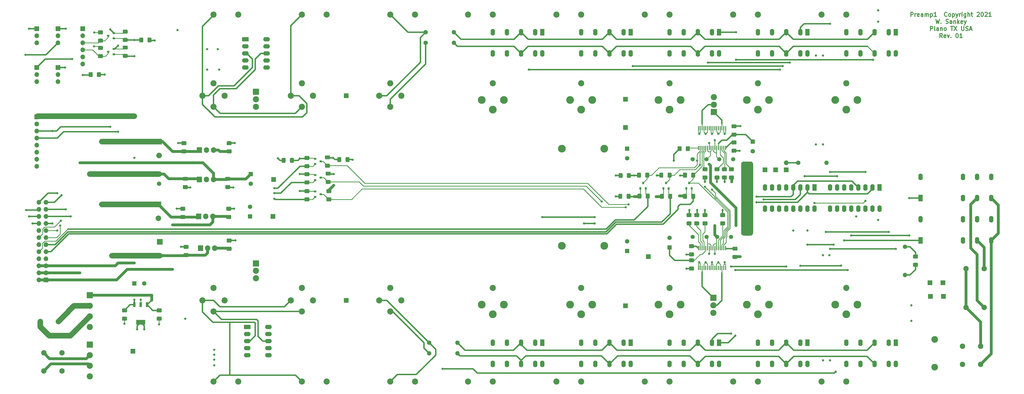
<source format=gtl>
%TF.GenerationSoftware,KiCad,Pcbnew,(5.1.6-0-10_14)*%
%TF.CreationDate,2021-04-04T14:44:52-05:00*%
%TF.ProjectId,preamp_controller1,70726561-6d70-45f6-936f-6e74726f6c6c,Rev. 01*%
%TF.SameCoordinates,Original*%
%TF.FileFunction,Copper,L1,Top*%
%TF.FilePolarity,Positive*%
%FSLAX46Y46*%
G04 Gerber Fmt 4.6, Leading zero omitted, Abs format (unit mm)*
G04 Created by KiCad (PCBNEW (5.1.6-0-10_14)) date 2021-04-04 14:44:52*
%MOMM*%
%LPD*%
G01*
G04 APERTURE LIST*
%TA.AperFunction,NonConductor*%
%ADD10C,0.300000*%
%TD*%
%TA.AperFunction,ComponentPad*%
%ADD11C,2.200000*%
%TD*%
%TA.AperFunction,ComponentPad*%
%ADD12R,1.700000X1.700000*%
%TD*%
%TA.AperFunction,ComponentPad*%
%ADD13O,1.700000X1.700000*%
%TD*%
%TA.AperFunction,ComponentPad*%
%ADD14C,1.950000*%
%TD*%
%TA.AperFunction,ComponentPad*%
%ADD15C,2.800000*%
%TD*%
%TA.AperFunction,ComponentPad*%
%ADD16R,2.000000X2.000000*%
%TD*%
%TA.AperFunction,ComponentPad*%
%ADD17C,2.000000*%
%TD*%
%TA.AperFunction,ComponentPad*%
%ADD18R,1.600000X1.600000*%
%TD*%
%TA.AperFunction,ComponentPad*%
%ADD19C,1.600000*%
%TD*%
%TA.AperFunction,ComponentPad*%
%ADD20C,1.500000*%
%TD*%
%TA.AperFunction,ComponentPad*%
%ADD21R,2.200000X2.200000*%
%TD*%
%TA.AperFunction,ComponentPad*%
%ADD22R,1.600000X2.400000*%
%TD*%
%TA.AperFunction,ComponentPad*%
%ADD23O,1.600000X2.400000*%
%TD*%
%TA.AperFunction,ComponentPad*%
%ADD24O,2.400000X1.600000*%
%TD*%
%TA.AperFunction,ComponentPad*%
%ADD25R,2.400000X1.600000*%
%TD*%
%TA.AperFunction,SMDPad,CuDef*%
%ADD26R,0.800000X0.900000*%
%TD*%
%TA.AperFunction,SMDPad,CuDef*%
%ADD27R,0.900000X0.800000*%
%TD*%
%TA.AperFunction,ComponentPad*%
%ADD28O,2.800000X2.800000*%
%TD*%
%TA.AperFunction,ComponentPad*%
%ADD29O,1.600000X1.600000*%
%TD*%
%TA.AperFunction,ComponentPad*%
%ADD30C,2.400000*%
%TD*%
%TA.AperFunction,ComponentPad*%
%ADD31R,1.905000X2.000000*%
%TD*%
%TA.AperFunction,ComponentPad*%
%ADD32O,1.905000X2.000000*%
%TD*%
%TA.AperFunction,SMDPad,CuDef*%
%ADD33R,3.200000X1.750000*%
%TD*%
%TA.AperFunction,SMDPad,CuDef*%
%ADD34R,0.950000X1.750000*%
%TD*%
%TA.AperFunction,SMDPad,CuDef*%
%ADD35R,0.450000X1.525000*%
%TD*%
%TA.AperFunction,ViaPad*%
%ADD36C,0.800000*%
%TD*%
%TA.AperFunction,Conductor*%
%ADD37C,0.500000*%
%TD*%
%TA.AperFunction,Conductor*%
%ADD38C,1.000000*%
%TD*%
%TA.AperFunction,Conductor*%
%ADD39C,2.000000*%
%TD*%
%TA.AperFunction,Conductor*%
%ADD40C,0.250000*%
%TD*%
%TA.AperFunction,Conductor*%
%ADD41C,0.254000*%
%TD*%
G04 APERTURE END LIST*
D10*
X143813428Y65376428D02*
X143813428Y66876428D01*
X144384857Y66876428D01*
X144527714Y66805000D01*
X144599142Y66733571D01*
X144670571Y66590714D01*
X144670571Y66376428D01*
X144599142Y66233571D01*
X144527714Y66162142D01*
X144384857Y66090714D01*
X143813428Y66090714D01*
X145313428Y65376428D02*
X145313428Y66376428D01*
X145313428Y66090714D02*
X145384857Y66233571D01*
X145456285Y66305000D01*
X145599142Y66376428D01*
X145742000Y66376428D01*
X146813428Y65447857D02*
X146670571Y65376428D01*
X146384857Y65376428D01*
X146242000Y65447857D01*
X146170571Y65590714D01*
X146170571Y66162142D01*
X146242000Y66305000D01*
X146384857Y66376428D01*
X146670571Y66376428D01*
X146813428Y66305000D01*
X146884857Y66162142D01*
X146884857Y66019285D01*
X146170571Y65876428D01*
X148170571Y65376428D02*
X148170571Y66162142D01*
X148099142Y66305000D01*
X147956285Y66376428D01*
X147670571Y66376428D01*
X147527714Y66305000D01*
X148170571Y65447857D02*
X148027714Y65376428D01*
X147670571Y65376428D01*
X147527714Y65447857D01*
X147456285Y65590714D01*
X147456285Y65733571D01*
X147527714Y65876428D01*
X147670571Y65947857D01*
X148027714Y65947857D01*
X148170571Y66019285D01*
X148884857Y65376428D02*
X148884857Y66376428D01*
X148884857Y66233571D02*
X148956285Y66305000D01*
X149099142Y66376428D01*
X149313428Y66376428D01*
X149456285Y66305000D01*
X149527714Y66162142D01*
X149527714Y65376428D01*
X149527714Y66162142D02*
X149599142Y66305000D01*
X149742000Y66376428D01*
X149956285Y66376428D01*
X150099142Y66305000D01*
X150170571Y66162142D01*
X150170571Y65376428D01*
X150884857Y66376428D02*
X150884857Y64876428D01*
X150884857Y66305000D02*
X151027714Y66376428D01*
X151313428Y66376428D01*
X151456285Y66305000D01*
X151527714Y66233571D01*
X151599142Y66090714D01*
X151599142Y65662142D01*
X151527714Y65519285D01*
X151456285Y65447857D01*
X151313428Y65376428D01*
X151027714Y65376428D01*
X150884857Y65447857D01*
X153027714Y65376428D02*
X152170571Y65376428D01*
X152599142Y65376428D02*
X152599142Y66876428D01*
X152456285Y66662142D01*
X152313428Y66519285D01*
X152170571Y66447857D01*
X156813428Y65519285D02*
X156742000Y65447857D01*
X156527714Y65376428D01*
X156384857Y65376428D01*
X156170571Y65447857D01*
X156027714Y65590714D01*
X155956285Y65733571D01*
X155884857Y66019285D01*
X155884857Y66233571D01*
X155956285Y66519285D01*
X156027714Y66662142D01*
X156170571Y66805000D01*
X156384857Y66876428D01*
X156527714Y66876428D01*
X156742000Y66805000D01*
X156813428Y66733571D01*
X157670571Y65376428D02*
X157527714Y65447857D01*
X157456285Y65519285D01*
X157384857Y65662142D01*
X157384857Y66090714D01*
X157456285Y66233571D01*
X157527714Y66305000D01*
X157670571Y66376428D01*
X157884857Y66376428D01*
X158027714Y66305000D01*
X158099142Y66233571D01*
X158170571Y66090714D01*
X158170571Y65662142D01*
X158099142Y65519285D01*
X158027714Y65447857D01*
X157884857Y65376428D01*
X157670571Y65376428D01*
X158813428Y66376428D02*
X158813428Y64876428D01*
X158813428Y66305000D02*
X158956285Y66376428D01*
X159242000Y66376428D01*
X159384857Y66305000D01*
X159456285Y66233571D01*
X159527714Y66090714D01*
X159527714Y65662142D01*
X159456285Y65519285D01*
X159384857Y65447857D01*
X159242000Y65376428D01*
X158956285Y65376428D01*
X158813428Y65447857D01*
X160027714Y66376428D02*
X160384857Y65376428D01*
X160742000Y66376428D02*
X160384857Y65376428D01*
X160242000Y65019285D01*
X160170571Y64947857D01*
X160027714Y64876428D01*
X161313428Y65376428D02*
X161313428Y66376428D01*
X161313428Y66090714D02*
X161384857Y66233571D01*
X161456285Y66305000D01*
X161599142Y66376428D01*
X161742000Y66376428D01*
X162242000Y65376428D02*
X162242000Y66376428D01*
X162242000Y66876428D02*
X162170571Y66805000D01*
X162242000Y66733571D01*
X162313428Y66805000D01*
X162242000Y66876428D01*
X162242000Y66733571D01*
X163599142Y66376428D02*
X163599142Y65162142D01*
X163527714Y65019285D01*
X163456285Y64947857D01*
X163313428Y64876428D01*
X163099142Y64876428D01*
X162956285Y64947857D01*
X163599142Y65447857D02*
X163456285Y65376428D01*
X163170571Y65376428D01*
X163027714Y65447857D01*
X162956285Y65519285D01*
X162884857Y65662142D01*
X162884857Y66090714D01*
X162956285Y66233571D01*
X163027714Y66305000D01*
X163170571Y66376428D01*
X163456285Y66376428D01*
X163599142Y66305000D01*
X164313428Y65376428D02*
X164313428Y66876428D01*
X164956285Y65376428D02*
X164956285Y66162142D01*
X164884857Y66305000D01*
X164742000Y66376428D01*
X164527714Y66376428D01*
X164384857Y66305000D01*
X164313428Y66233571D01*
X165456285Y66376428D02*
X166027714Y66376428D01*
X165670571Y66876428D02*
X165670571Y65590714D01*
X165742000Y65447857D01*
X165884857Y65376428D01*
X166027714Y65376428D01*
X167599142Y66733571D02*
X167670571Y66805000D01*
X167813428Y66876428D01*
X168170571Y66876428D01*
X168313428Y66805000D01*
X168384857Y66733571D01*
X168456285Y66590714D01*
X168456285Y66447857D01*
X168384857Y66233571D01*
X167527714Y65376428D01*
X168456285Y65376428D01*
X169384857Y66876428D02*
X169527714Y66876428D01*
X169670571Y66805000D01*
X169742000Y66733571D01*
X169813428Y66590714D01*
X169884857Y66305000D01*
X169884857Y65947857D01*
X169813428Y65662142D01*
X169742000Y65519285D01*
X169670571Y65447857D01*
X169527714Y65376428D01*
X169384857Y65376428D01*
X169242000Y65447857D01*
X169170571Y65519285D01*
X169099142Y65662142D01*
X169027714Y65947857D01*
X169027714Y66305000D01*
X169099142Y66590714D01*
X169170571Y66733571D01*
X169242000Y66805000D01*
X169384857Y66876428D01*
X170456285Y66733571D02*
X170527714Y66805000D01*
X170670571Y66876428D01*
X171027714Y66876428D01*
X171170571Y66805000D01*
X171242000Y66733571D01*
X171313428Y66590714D01*
X171313428Y66447857D01*
X171242000Y66233571D01*
X170384857Y65376428D01*
X171313428Y65376428D01*
X172742000Y65376428D02*
X171884857Y65376428D01*
X172313428Y65376428D02*
X172313428Y66876428D01*
X172170571Y66662142D01*
X172027714Y66519285D01*
X171884857Y66447857D01*
X152777714Y64326428D02*
X153134857Y62826428D01*
X153420571Y63897857D01*
X153706285Y62826428D01*
X154063428Y64326428D01*
X154634857Y62969285D02*
X154706285Y62897857D01*
X154634857Y62826428D01*
X154563428Y62897857D01*
X154634857Y62969285D01*
X154634857Y62826428D01*
X156420571Y62897857D02*
X156634857Y62826428D01*
X156992000Y62826428D01*
X157134857Y62897857D01*
X157206285Y62969285D01*
X157277714Y63112142D01*
X157277714Y63255000D01*
X157206285Y63397857D01*
X157134857Y63469285D01*
X156992000Y63540714D01*
X156706285Y63612142D01*
X156563428Y63683571D01*
X156492000Y63755000D01*
X156420571Y63897857D01*
X156420571Y64040714D01*
X156492000Y64183571D01*
X156563428Y64255000D01*
X156706285Y64326428D01*
X157063428Y64326428D01*
X157277714Y64255000D01*
X158563428Y62826428D02*
X158563428Y63612142D01*
X158492000Y63755000D01*
X158349142Y63826428D01*
X158063428Y63826428D01*
X157920571Y63755000D01*
X158563428Y62897857D02*
X158420571Y62826428D01*
X158063428Y62826428D01*
X157920571Y62897857D01*
X157849142Y63040714D01*
X157849142Y63183571D01*
X157920571Y63326428D01*
X158063428Y63397857D01*
X158420571Y63397857D01*
X158563428Y63469285D01*
X159277714Y63826428D02*
X159277714Y62826428D01*
X159277714Y63683571D02*
X159349142Y63755000D01*
X159492000Y63826428D01*
X159706285Y63826428D01*
X159849142Y63755000D01*
X159920571Y63612142D01*
X159920571Y62826428D01*
X160634857Y62826428D02*
X160634857Y64326428D01*
X160777714Y63397857D02*
X161206285Y62826428D01*
X161206285Y63826428D02*
X160634857Y63255000D01*
X162420571Y62897857D02*
X162277714Y62826428D01*
X161992000Y62826428D01*
X161849142Y62897857D01*
X161777714Y63040714D01*
X161777714Y63612142D01*
X161849142Y63755000D01*
X161992000Y63826428D01*
X162277714Y63826428D01*
X162420571Y63755000D01*
X162492000Y63612142D01*
X162492000Y63469285D01*
X161777714Y63326428D01*
X162992000Y63826428D02*
X163349142Y62826428D01*
X163706285Y63826428D02*
X163349142Y62826428D01*
X163206285Y62469285D01*
X163134857Y62397857D01*
X162992000Y62326428D01*
X150849142Y60276428D02*
X150849142Y61776428D01*
X151420571Y61776428D01*
X151563428Y61705000D01*
X151634857Y61633571D01*
X151706285Y61490714D01*
X151706285Y61276428D01*
X151634857Y61133571D01*
X151563428Y61062142D01*
X151420571Y60990714D01*
X150849142Y60990714D01*
X152563428Y60276428D02*
X152420571Y60347857D01*
X152349142Y60490714D01*
X152349142Y61776428D01*
X153777714Y60276428D02*
X153777714Y61062142D01*
X153706285Y61205000D01*
X153563428Y61276428D01*
X153277714Y61276428D01*
X153134857Y61205000D01*
X153777714Y60347857D02*
X153634857Y60276428D01*
X153277714Y60276428D01*
X153134857Y60347857D01*
X153063428Y60490714D01*
X153063428Y60633571D01*
X153134857Y60776428D01*
X153277714Y60847857D01*
X153634857Y60847857D01*
X153777714Y60919285D01*
X154492000Y61276428D02*
X154492000Y60276428D01*
X154492000Y61133571D02*
X154563428Y61205000D01*
X154706285Y61276428D01*
X154920571Y61276428D01*
X155063428Y61205000D01*
X155134857Y61062142D01*
X155134857Y60276428D01*
X156063428Y60276428D02*
X155920571Y60347857D01*
X155849142Y60419285D01*
X155777714Y60562142D01*
X155777714Y60990714D01*
X155849142Y61133571D01*
X155920571Y61205000D01*
X156063428Y61276428D01*
X156277714Y61276428D01*
X156420571Y61205000D01*
X156492000Y61133571D01*
X156563428Y60990714D01*
X156563428Y60562142D01*
X156492000Y60419285D01*
X156420571Y60347857D01*
X156277714Y60276428D01*
X156063428Y60276428D01*
X158134857Y61776428D02*
X158992000Y61776428D01*
X158563428Y60276428D02*
X158563428Y61776428D01*
X159349142Y61776428D02*
X160349142Y60276428D01*
X160349142Y61776428D02*
X159349142Y60276428D01*
X162063428Y61776428D02*
X162063428Y60562142D01*
X162134857Y60419285D01*
X162206285Y60347857D01*
X162349142Y60276428D01*
X162634857Y60276428D01*
X162777714Y60347857D01*
X162849142Y60419285D01*
X162920571Y60562142D01*
X162920571Y61776428D01*
X163563428Y60347857D02*
X163777714Y60276428D01*
X164134857Y60276428D01*
X164277714Y60347857D01*
X164349142Y60419285D01*
X164420571Y60562142D01*
X164420571Y60705000D01*
X164349142Y60847857D01*
X164277714Y60919285D01*
X164134857Y60990714D01*
X163849142Y61062142D01*
X163706285Y61133571D01*
X163634857Y61205000D01*
X163563428Y61347857D01*
X163563428Y61490714D01*
X163634857Y61633571D01*
X163706285Y61705000D01*
X163849142Y61776428D01*
X164206285Y61776428D01*
X164420571Y61705000D01*
X164992000Y60705000D02*
X165706285Y60705000D01*
X164849142Y60276428D02*
X165349142Y61776428D01*
X165849142Y60276428D01*
X155134857Y57726428D02*
X154634857Y58440714D01*
X154277714Y57726428D02*
X154277714Y59226428D01*
X154849142Y59226428D01*
X154992000Y59155000D01*
X155063428Y59083571D01*
X155134857Y58940714D01*
X155134857Y58726428D01*
X155063428Y58583571D01*
X154992000Y58512142D01*
X154849142Y58440714D01*
X154277714Y58440714D01*
X156349142Y57797857D02*
X156206285Y57726428D01*
X155920571Y57726428D01*
X155777714Y57797857D01*
X155706285Y57940714D01*
X155706285Y58512142D01*
X155777714Y58655000D01*
X155920571Y58726428D01*
X156206285Y58726428D01*
X156349142Y58655000D01*
X156420571Y58512142D01*
X156420571Y58369285D01*
X155706285Y58226428D01*
X156920571Y58726428D02*
X157277714Y57726428D01*
X157634857Y58726428D01*
X158206285Y57869285D02*
X158277714Y57797857D01*
X158206285Y57726428D01*
X158134857Y57797857D01*
X158206285Y57869285D01*
X158206285Y57726428D01*
X160349142Y59226428D02*
X160492000Y59226428D01*
X160634857Y59155000D01*
X160706285Y59083571D01*
X160777714Y58940714D01*
X160849142Y58655000D01*
X160849142Y58297857D01*
X160777714Y58012142D01*
X160706285Y57869285D01*
X160634857Y57797857D01*
X160492000Y57726428D01*
X160349142Y57726428D01*
X160206285Y57797857D01*
X160134857Y57869285D01*
X160063428Y58012142D01*
X159992000Y58297857D01*
X159992000Y58655000D01*
X160063428Y58940714D01*
X160134857Y59083571D01*
X160206285Y59155000D01*
X160349142Y59226428D01*
X162277714Y57726428D02*
X161420571Y57726428D01*
X161849142Y57726428D02*
X161849142Y59226428D01*
X161706285Y59012142D01*
X161563428Y58869285D01*
X161420571Y58797857D01*
D11*
%TO.P,J19,G*%
%TO.N,GNDPWR*%
X-106680000Y-32330000D03*
%TO.P,J19,3*%
%TO.N,left_out_inv*%
X-106680000Y-40830000D03*
%TO.P,J19,2*%
%TO.N,left_out_noninv*%
X-110680000Y-36830000D03*
%TO.P,J19,1*%
%TO.N,GNDA*%
X-102680000Y-36830000D03*
%TD*%
D12*
%TO.P,TP15,1*%
%TO.N,GNDA*%
X155350000Y-30480000D03*
%TD*%
%TO.P,TP14,1*%
%TO.N,GNDA*%
X155526000Y-35384000D03*
%TD*%
%TO.P,TP13,1*%
%TO.N,GNDA*%
X150700000Y-30480000D03*
%TD*%
%TO.P,TP12,1*%
%TO.N,GNDA*%
X150876000Y-35384000D03*
%TD*%
%TO.P,TP4,1*%
%TO.N,GND*%
X-135636000Y-55118000D03*
%TD*%
%TO.P,J10,1*%
%TO.N,+12V*%
X-166878000Y-29464000D03*
D13*
%TO.P,J10,2*%
X-169418000Y-29464000D03*
%TO.P,J10,3*%
%TO.N,+5V*%
X-166878000Y-26924000D03*
%TO.P,J10,4*%
X-169418000Y-26924000D03*
%TO.P,J10,5*%
%TO.N,+3V3*%
X-166878000Y-24384000D03*
%TO.P,J10,6*%
X-169418000Y-24384000D03*
%TO.P,J10,7*%
%TO.N,GND*%
X-166878000Y-21844000D03*
%TO.P,J10,8*%
X-169418000Y-21844000D03*
%TO.P,J10,9*%
%TO.N,vol_spi_latch*%
X-166878000Y-19304000D03*
%TO.P,J10,10*%
%TO.N,vol_spi_data*%
X-169418000Y-19304000D03*
%TO.P,J10,11*%
%TO.N,vol_spi_clock*%
X-166878000Y-16764000D03*
%TO.P,J10,12*%
%TO.N,GND*%
X-169418000Y-16764000D03*
%TO.P,J10,13*%
%TO.N,relay_spi_strobe*%
X-166878000Y-14224000D03*
%TO.P,J10,14*%
%TO.N,relay_spi_data*%
X-169418000Y-14224000D03*
%TO.P,J10,15*%
%TO.N,relay_spi_clock*%
X-166878000Y-11684000D03*
%TO.P,J10,16*%
%TO.N,GND*%
X-169418000Y-11684000D03*
%TO.P,J10,17*%
%TO.N,i2c1_scl*%
X-166878000Y-9144000D03*
%TO.P,J10,18*%
%TO.N,i2c1_sda*%
X-169418000Y-9144000D03*
%TO.P,J10,19*%
%TO.N,/controls/mute_switch*%
X-166878000Y-6604000D03*
%TO.P,J10,20*%
%TO.N,/controls/operate_switch*%
X-169418000Y-6604000D03*
%TO.P,J10,21*%
%TO.N,/controls/sel_enc_1*%
X-166878000Y-4064000D03*
%TO.P,J10,22*%
%TO.N,/controls/sel_enc_2*%
X-169418000Y-4064000D03*
%TO.P,J10,23*%
%TO.N,/controls/vol_enc_1*%
X-166878000Y-1524000D03*
%TO.P,J10,24*%
%TO.N,/controls/vol_enc_2*%
X-169418000Y-1524000D03*
%TD*%
D14*
%TO.P,J1,1*%
%TO.N,Net-(J1-Pad1)*%
X-167640000Y-62230000D03*
%TO.P,J1,2*%
%TO.N,Net-(J1-Pad2)*%
X-167640000Y-55730000D03*
%TO.P,J1,3*%
%TO.N,GND*%
X-161140000Y-62230000D03*
%TO.P,J1,4*%
%TO.N,Net-(J1-Pad4)*%
X-161140000Y-55730000D03*
%TD*%
D11*
%TO.P,J29,1*%
%TO.N,right_out_noninv*%
X-106680000Y66040000D03*
%TO.P,J29,2*%
%TO.N,GNDA*%
X-97790000Y66040000D03*
%TD*%
%TO.P,J44,G*%
%TO.N,GNDPWR*%
X-6350000Y41330000D03*
D15*
%TO.P,J44,3*%
%TO.N,Net-(J44-Pad3)*%
X-6350000Y31830000D03*
%TO.P,J44,2*%
%TO.N,Net-(J44-Pad2)*%
X-2350000Y35330000D03*
%TO.P,J44,1*%
%TO.N,GNDA*%
X-10350000Y35330000D03*
%TD*%
D11*
%TO.P,J17,G*%
%TO.N,GNDPWR*%
X-43180000Y-32330000D03*
%TO.P,J17,3*%
%TO.N,Net-(J17-Pad3)*%
X-43180000Y-40830000D03*
%TO.P,J17,2*%
%TO.N,Net-(J17-Pad2)*%
X-47180000Y-36830000D03*
%TO.P,J17,1*%
%TO.N,GNDA*%
X-39180000Y-36830000D03*
%TD*%
%TO.P,J18,G*%
%TO.N,GNDPWR*%
X-74930000Y-32330000D03*
%TO.P,J18,3*%
%TO.N,left_out_inv*%
X-74930000Y-40830000D03*
%TO.P,J18,2*%
%TO.N,left_out_noninv*%
X-78930000Y-36830000D03*
%TO.P,J18,1*%
%TO.N,GNDA*%
X-70930000Y-36830000D03*
%TD*%
%TO.P,J23,G*%
%TO.N,GNDPWR*%
X-43180000Y41330000D03*
%TO.P,J23,3*%
%TO.N,Net-(J23-Pad3)*%
X-43180000Y32830000D03*
%TO.P,J23,2*%
%TO.N,Net-(J23-Pad2)*%
X-47180000Y36830000D03*
%TO.P,J23,1*%
%TO.N,GNDA*%
X-39180000Y36830000D03*
%TD*%
%TO.P,J24,G*%
%TO.N,GNDPWR*%
X-74930000Y41330000D03*
%TO.P,J24,3*%
%TO.N,right_out_inv*%
X-74930000Y32830000D03*
%TO.P,J24,2*%
%TO.N,right_out_noninv*%
X-78930000Y36830000D03*
%TO.P,J24,1*%
%TO.N,GNDA*%
X-70930000Y36830000D03*
%TD*%
%TO.P,J25,G*%
%TO.N,GNDPWR*%
X-106680000Y41330000D03*
%TO.P,J25,3*%
%TO.N,right_out_inv*%
X-106680000Y32830000D03*
%TO.P,J25,2*%
%TO.N,right_out_noninv*%
X-110680000Y36830000D03*
%TO.P,J25,1*%
%TO.N,GNDA*%
X-102680000Y36830000D03*
%TD*%
%TO.P,J35,G*%
%TO.N,GNDPWR*%
X120650000Y-32330000D03*
D15*
%TO.P,J35,3*%
%TO.N,Net-(J35-Pad3)*%
X120650000Y-41830000D03*
%TO.P,J35,2*%
%TO.N,Net-(J34-Pad1)*%
X124650000Y-38330000D03*
%TO.P,J35,1*%
%TO.N,GNDA*%
X116650000Y-38330000D03*
%TD*%
D11*
%TO.P,J36,G*%
%TO.N,GNDPWR*%
X88900000Y-32330000D03*
D15*
%TO.P,J36,3*%
%TO.N,Net-(J36-Pad3)*%
X88900000Y-41830000D03*
%TO.P,J36,2*%
%TO.N,Net-(J31-Pad1)*%
X92900000Y-38330000D03*
%TO.P,J36,1*%
%TO.N,GNDA*%
X84900000Y-38330000D03*
%TD*%
D11*
%TO.P,J37,G*%
%TO.N,GNDPWR*%
X57150000Y-32330000D03*
D15*
%TO.P,J37,3*%
%TO.N,Net-(J37-Pad3)*%
X57150000Y-41830000D03*
%TO.P,J37,2*%
%TO.N,Net-(J32-Pad1)*%
X61150000Y-38330000D03*
%TO.P,J37,1*%
%TO.N,GNDA*%
X53150000Y-38330000D03*
%TD*%
D11*
%TO.P,J38,G*%
%TO.N,GNDPWR*%
X25400000Y-32330000D03*
D15*
%TO.P,J38,3*%
%TO.N,Net-(J38-Pad3)*%
X25400000Y-41830000D03*
%TO.P,J38,2*%
%TO.N,Net-(J33-Pad1)*%
X29400000Y-38330000D03*
%TO.P,J38,1*%
%TO.N,GNDA*%
X21400000Y-38330000D03*
%TD*%
D11*
%TO.P,J39,G*%
%TO.N,GNDPWR*%
X-6350000Y-32330000D03*
D15*
%TO.P,J39,3*%
%TO.N,Net-(J39-Pad3)*%
X-6350000Y-41830000D03*
%TO.P,J39,2*%
%TO.N,Net-(J30-Pad1)*%
X-2350000Y-38330000D03*
%TO.P,J39,1*%
%TO.N,GNDA*%
X-10350000Y-38330000D03*
%TD*%
D11*
%TO.P,J40,G*%
%TO.N,GNDPWR*%
X120650000Y41330000D03*
D15*
%TO.P,J40,3*%
%TO.N,Net-(J40-Pad3)*%
X120650000Y31830000D03*
%TO.P,J40,2*%
%TO.N,Net-(J40-Pad2)*%
X124650000Y35330000D03*
%TO.P,J40,1*%
%TO.N,GNDA*%
X116650000Y35330000D03*
%TD*%
D11*
%TO.P,J41,G*%
%TO.N,GNDPWR*%
X88900000Y41330000D03*
D15*
%TO.P,J41,3*%
%TO.N,Net-(J41-Pad3)*%
X88900000Y31830000D03*
%TO.P,J41,2*%
%TO.N,Net-(J41-Pad2)*%
X92900000Y35330000D03*
%TO.P,J41,1*%
%TO.N,GNDA*%
X84900000Y35330000D03*
%TD*%
D11*
%TO.P,J42,G*%
%TO.N,GNDPWR*%
X57150000Y41330000D03*
D15*
%TO.P,J42,3*%
%TO.N,Net-(J42-Pad3)*%
X57150000Y31830000D03*
%TO.P,J42,2*%
%TO.N,Net-(J42-Pad2)*%
X61150000Y35330000D03*
%TO.P,J42,1*%
%TO.N,GNDA*%
X53150000Y35330000D03*
%TD*%
D11*
%TO.P,J43,G*%
%TO.N,GNDPWR*%
X25400000Y41330000D03*
D15*
%TO.P,J43,3*%
%TO.N,Net-(J43-Pad3)*%
X25400000Y31830000D03*
%TO.P,J43,2*%
%TO.N,Net-(J43-Pad2)*%
X29400000Y35330000D03*
%TO.P,J43,1*%
%TO.N,GNDA*%
X21400000Y35330000D03*
%TD*%
%TO.P,C34,2*%
%TO.N,GND*%
%TA.AperFunction,SMDPad,CuDef*%
G36*
G01*
X-102225000Y4686000D02*
X-100975000Y4686000D01*
G75*
G02*
X-100725000Y4436000I0J-250000D01*
G01*
X-100725000Y3511000D01*
G75*
G02*
X-100975000Y3261000I-250000J0D01*
G01*
X-102225000Y3261000D01*
G75*
G02*
X-102475000Y3511000I0J250000D01*
G01*
X-102475000Y4436000D01*
G75*
G02*
X-102225000Y4686000I250000J0D01*
G01*
G37*
%TD.AperFunction*%
%TO.P,C34,1*%
%TO.N,+5V*%
%TA.AperFunction,SMDPad,CuDef*%
G36*
G01*
X-102225000Y7661000D02*
X-100975000Y7661000D01*
G75*
G02*
X-100725000Y7411000I0J-250000D01*
G01*
X-100725000Y6486000D01*
G75*
G02*
X-100975000Y6236000I-250000J0D01*
G01*
X-102225000Y6236000D01*
G75*
G02*
X-102475000Y6486000I0J250000D01*
G01*
X-102475000Y7411000D01*
G75*
G02*
X-102225000Y7661000I250000J0D01*
G01*
G37*
%TD.AperFunction*%
%TD*%
%TO.P,C33,2*%
%TO.N,GND*%
%TA.AperFunction,SMDPad,CuDef*%
G36*
G01*
X-100594000Y-4559000D02*
X-101844000Y-4559000D01*
G75*
G02*
X-102094000Y-4309000I0J250000D01*
G01*
X-102094000Y-3384000D01*
G75*
G02*
X-101844000Y-3134000I250000J0D01*
G01*
X-100594000Y-3134000D01*
G75*
G02*
X-100344000Y-3384000I0J-250000D01*
G01*
X-100344000Y-4309000D01*
G75*
G02*
X-100594000Y-4559000I-250000J0D01*
G01*
G37*
%TD.AperFunction*%
%TO.P,C33,1*%
%TO.N,+12V*%
%TA.AperFunction,SMDPad,CuDef*%
G36*
G01*
X-100594000Y-7534000D02*
X-101844000Y-7534000D01*
G75*
G02*
X-102094000Y-7284000I0J250000D01*
G01*
X-102094000Y-6359000D01*
G75*
G02*
X-101844000Y-6109000I250000J0D01*
G01*
X-100594000Y-6109000D01*
G75*
G02*
X-100344000Y-6359000I0J-250000D01*
G01*
X-100344000Y-7284000D01*
G75*
G02*
X-100594000Y-7534000I-250000J0D01*
G01*
G37*
%TD.AperFunction*%
%TD*%
%TO.P,C32,2*%
%TO.N,GND*%
%TA.AperFunction,SMDPad,CuDef*%
G36*
G01*
X-100467000Y19063000D02*
X-101717000Y19063000D01*
G75*
G02*
X-101967000Y19313000I0J250000D01*
G01*
X-101967000Y20238000D01*
G75*
G02*
X-101717000Y20488000I250000J0D01*
G01*
X-100467000Y20488000D01*
G75*
G02*
X-100217000Y20238000I0J-250000D01*
G01*
X-100217000Y19313000D01*
G75*
G02*
X-100467000Y19063000I-250000J0D01*
G01*
G37*
%TD.AperFunction*%
%TO.P,C32,1*%
%TO.N,Net-(C32-Pad1)*%
%TA.AperFunction,SMDPad,CuDef*%
G36*
G01*
X-100467000Y16088000D02*
X-101717000Y16088000D01*
G75*
G02*
X-101967000Y16338000I0J250000D01*
G01*
X-101967000Y17263000D01*
G75*
G02*
X-101717000Y17513000I250000J0D01*
G01*
X-100467000Y17513000D01*
G75*
G02*
X-100217000Y17263000I0J-250000D01*
G01*
X-100217000Y16338000D01*
G75*
G02*
X-100467000Y16088000I-250000J0D01*
G01*
G37*
%TD.AperFunction*%
%TD*%
%TO.P,C31,2*%
%TO.N,GND*%
%TA.AperFunction,SMDPad,CuDef*%
G36*
G01*
X-117465000Y4686000D02*
X-116215000Y4686000D01*
G75*
G02*
X-115965000Y4436000I0J-250000D01*
G01*
X-115965000Y3511000D01*
G75*
G02*
X-116215000Y3261000I-250000J0D01*
G01*
X-117465000Y3261000D01*
G75*
G02*
X-117715000Y3511000I0J250000D01*
G01*
X-117715000Y4436000D01*
G75*
G02*
X-117465000Y4686000I250000J0D01*
G01*
G37*
%TD.AperFunction*%
%TO.P,C31,1*%
%TO.N,/power/5v_rectified*%
%TA.AperFunction,SMDPad,CuDef*%
G36*
G01*
X-117465000Y7661000D02*
X-116215000Y7661000D01*
G75*
G02*
X-115965000Y7411000I0J-250000D01*
G01*
X-115965000Y6486000D01*
G75*
G02*
X-116215000Y6236000I-250000J0D01*
G01*
X-117465000Y6236000D01*
G75*
G02*
X-117715000Y6486000I0J250000D01*
G01*
X-117715000Y7411000D01*
G75*
G02*
X-117465000Y7661000I250000J0D01*
G01*
G37*
%TD.AperFunction*%
%TD*%
%TO.P,C30,2*%
%TO.N,Net-(C30-Pad2)*%
%TA.AperFunction,SMDPad,CuDef*%
G36*
G01*
X-101717000Y-17539000D02*
X-100467000Y-17539000D01*
G75*
G02*
X-100217000Y-17789000I0J-250000D01*
G01*
X-100217000Y-18714000D01*
G75*
G02*
X-100467000Y-18964000I-250000J0D01*
G01*
X-101717000Y-18964000D01*
G75*
G02*
X-101967000Y-18714000I0J250000D01*
G01*
X-101967000Y-17789000D01*
G75*
G02*
X-101717000Y-17539000I250000J0D01*
G01*
G37*
%TD.AperFunction*%
%TO.P,C30,1*%
%TO.N,GND*%
%TA.AperFunction,SMDPad,CuDef*%
G36*
G01*
X-101717000Y-14564000D02*
X-100467000Y-14564000D01*
G75*
G02*
X-100217000Y-14814000I0J-250000D01*
G01*
X-100217000Y-15739000D01*
G75*
G02*
X-100467000Y-15989000I-250000J0D01*
G01*
X-101717000Y-15989000D01*
G75*
G02*
X-101967000Y-15739000I0J250000D01*
G01*
X-101967000Y-14814000D01*
G75*
G02*
X-101717000Y-14564000I250000J0D01*
G01*
G37*
%TD.AperFunction*%
%TD*%
%TO.P,C29,2*%
%TO.N,GND*%
%TA.AperFunction,SMDPad,CuDef*%
G36*
G01*
X-116723000Y19063000D02*
X-117973000Y19063000D01*
G75*
G02*
X-118223000Y19313000I0J250000D01*
G01*
X-118223000Y20238000D01*
G75*
G02*
X-117973000Y20488000I250000J0D01*
G01*
X-116723000Y20488000D01*
G75*
G02*
X-116473000Y20238000I0J-250000D01*
G01*
X-116473000Y19313000D01*
G75*
G02*
X-116723000Y19063000I-250000J0D01*
G01*
G37*
%TD.AperFunction*%
%TO.P,C29,1*%
%TO.N,Net-(C1-Pad1)*%
%TA.AperFunction,SMDPad,CuDef*%
G36*
G01*
X-116723000Y16088000D02*
X-117973000Y16088000D01*
G75*
G02*
X-118223000Y16338000I0J250000D01*
G01*
X-118223000Y17263000D01*
G75*
G02*
X-117973000Y17513000I250000J0D01*
G01*
X-116723000Y17513000D01*
G75*
G02*
X-116473000Y17263000I0J-250000D01*
G01*
X-116473000Y16338000D01*
G75*
G02*
X-116723000Y16088000I-250000J0D01*
G01*
G37*
%TD.AperFunction*%
%TD*%
%TO.P,C28,2*%
%TO.N,GND*%
%TA.AperFunction,SMDPad,CuDef*%
G36*
G01*
X-117104000Y-4559000D02*
X-118354000Y-4559000D01*
G75*
G02*
X-118604000Y-4309000I0J250000D01*
G01*
X-118604000Y-3384000D01*
G75*
G02*
X-118354000Y-3134000I250000J0D01*
G01*
X-117104000Y-3134000D01*
G75*
G02*
X-116854000Y-3384000I0J-250000D01*
G01*
X-116854000Y-4309000D01*
G75*
G02*
X-117104000Y-4559000I-250000J0D01*
G01*
G37*
%TD.AperFunction*%
%TO.P,C28,1*%
%TO.N,Net-(C1-Pad1)*%
%TA.AperFunction,SMDPad,CuDef*%
G36*
G01*
X-117104000Y-7534000D02*
X-118354000Y-7534000D01*
G75*
G02*
X-118604000Y-7284000I0J250000D01*
G01*
X-118604000Y-6359000D01*
G75*
G02*
X-118354000Y-6109000I250000J0D01*
G01*
X-117104000Y-6109000D01*
G75*
G02*
X-116854000Y-6359000I0J-250000D01*
G01*
X-116854000Y-7284000D01*
G75*
G02*
X-117104000Y-7534000I-250000J0D01*
G01*
G37*
%TD.AperFunction*%
%TD*%
%TO.P,C19,2*%
%TO.N,Net-(C19-Pad2)*%
%TA.AperFunction,SMDPad,CuDef*%
G36*
G01*
X-117211000Y-19825000D02*
X-115961000Y-19825000D01*
G75*
G02*
X-115711000Y-20075000I0J-250000D01*
G01*
X-115711000Y-21000000D01*
G75*
G02*
X-115961000Y-21250000I-250000J0D01*
G01*
X-117211000Y-21250000D01*
G75*
G02*
X-117461000Y-21000000I0J250000D01*
G01*
X-117461000Y-20075000D01*
G75*
G02*
X-117211000Y-19825000I250000J0D01*
G01*
G37*
%TD.AperFunction*%
%TO.P,C19,1*%
%TO.N,GND*%
%TA.AperFunction,SMDPad,CuDef*%
G36*
G01*
X-117211000Y-16850000D02*
X-115961000Y-16850000D01*
G75*
G02*
X-115711000Y-17100000I0J-250000D01*
G01*
X-115711000Y-18025000D01*
G75*
G02*
X-115961000Y-18275000I-250000J0D01*
G01*
X-117211000Y-18275000D01*
G75*
G02*
X-117461000Y-18025000I0J250000D01*
G01*
X-117461000Y-17100000D01*
G75*
G02*
X-117211000Y-16850000I250000J0D01*
G01*
G37*
%TD.AperFunction*%
%TD*%
D16*
%TO.P,C1,1*%
%TO.N,Net-(C1-Pad1)*%
X-126492000Y-2286000D03*
D17*
%TO.P,C1,2*%
%TO.N,GND*%
X-126492000Y-7286000D03*
%TD*%
%TO.P,C2,2*%
%TO.N,GND*%
X-126238000Y15320000D03*
D16*
%TO.P,C2,1*%
%TO.N,Net-(C1-Pad1)*%
X-126238000Y20320000D03*
%TD*%
%TO.P,C3,1*%
%TO.N,GND*%
X-125984000Y-15748000D03*
D17*
%TO.P,C3,2*%
%TO.N,Net-(C19-Pad2)*%
X-125984000Y-20748000D03*
%TD*%
D18*
%TO.P,C4,1*%
%TO.N,/power/5v_rectified*%
X-126238000Y8636000D03*
D19*
%TO.P,C4,2*%
%TO.N,GND*%
X-126238000Y5136000D03*
%TD*%
D18*
%TO.P,C5,1*%
%TO.N,GND*%
X41910000Y-19050000D03*
D19*
%TO.P,C5,2*%
%TO.N,-15V*%
X41910000Y-15550000D03*
%TD*%
%TO.P,C6,2*%
%TO.N,GND*%
X-93599000Y-3104000D03*
D18*
%TO.P,C6,1*%
%TO.N,+12V*%
X-93599000Y-6604000D03*
%TD*%
%TO.P,C7,1*%
%TO.N,+15V*%
X41910000Y17780000D03*
D19*
%TO.P,C7,2*%
%TO.N,GND*%
X41910000Y14280000D03*
%TD*%
%TO.P,C8,2*%
%TO.N,GND*%
X-93345000Y5136000D03*
D18*
%TO.P,C8,1*%
%TO.N,+5V*%
X-93345000Y8636000D03*
%TD*%
%TO.P,C9,2*%
%TO.N,GND*%
%TA.AperFunction,SMDPad,CuDef*%
G36*
G01*
X-126863000Y-42685000D02*
X-125613000Y-42685000D01*
G75*
G02*
X-125363000Y-42935000I0J-250000D01*
G01*
X-125363000Y-43860000D01*
G75*
G02*
X-125613000Y-44110000I-250000J0D01*
G01*
X-126863000Y-44110000D01*
G75*
G02*
X-127113000Y-43860000I0J250000D01*
G01*
X-127113000Y-42935000D01*
G75*
G02*
X-126863000Y-42685000I250000J0D01*
G01*
G37*
%TD.AperFunction*%
%TO.P,C9,1*%
%TO.N,/power/5v_rectified*%
%TA.AperFunction,SMDPad,CuDef*%
G36*
G01*
X-126863000Y-39710000D02*
X-125613000Y-39710000D01*
G75*
G02*
X-125363000Y-39960000I0J-250000D01*
G01*
X-125363000Y-40885000D01*
G75*
G02*
X-125613000Y-41135000I-250000J0D01*
G01*
X-126863000Y-41135000D01*
G75*
G02*
X-127113000Y-40885000I0J250000D01*
G01*
X-127113000Y-39960000D01*
G75*
G02*
X-126863000Y-39710000I250000J0D01*
G01*
G37*
%TD.AperFunction*%
%TD*%
%TO.P,C10,1*%
%TO.N,+3V3*%
%TA.AperFunction,SMDPad,CuDef*%
G36*
G01*
X-139309000Y-39710000D02*
X-138059000Y-39710000D01*
G75*
G02*
X-137809000Y-39960000I0J-250000D01*
G01*
X-137809000Y-40885000D01*
G75*
G02*
X-138059000Y-41135000I-250000J0D01*
G01*
X-139309000Y-41135000D01*
G75*
G02*
X-139559000Y-40885000I0J250000D01*
G01*
X-139559000Y-39960000D01*
G75*
G02*
X-139309000Y-39710000I250000J0D01*
G01*
G37*
%TD.AperFunction*%
%TO.P,C10,2*%
%TO.N,GND*%
%TA.AperFunction,SMDPad,CuDef*%
G36*
G01*
X-139309000Y-42685000D02*
X-138059000Y-42685000D01*
G75*
G02*
X-137809000Y-42935000I0J-250000D01*
G01*
X-137809000Y-43860000D01*
G75*
G02*
X-138059000Y-44110000I-250000J0D01*
G01*
X-139309000Y-44110000D01*
G75*
G02*
X-139559000Y-43860000I0J250000D01*
G01*
X-139559000Y-42935000D01*
G75*
G02*
X-139309000Y-42685000I250000J0D01*
G01*
G37*
%TD.AperFunction*%
%TD*%
D19*
%TO.P,C11,2*%
%TO.N,GND*%
X-131628000Y-30734000D03*
D18*
%TO.P,C11,1*%
%TO.N,+3V3*%
X-135128000Y-30734000D03*
%TD*%
D20*
%TO.P,C12,1*%
%TO.N,+15V*%
X74208000Y-13970000D03*
%TO.P,C12,2*%
%TO.N,GNDA*%
X79208000Y-13970000D03*
%TD*%
%TO.P,C13,1*%
%TO.N,GNDA*%
X65445000Y-13970000D03*
%TO.P,C13,2*%
%TO.N,-15V*%
X70445000Y-13970000D03*
%TD*%
%TO.P,C14,2*%
%TO.N,GNDA*%
X65445000Y13970000D03*
%TO.P,C14,1*%
%TO.N,+15V*%
X70445000Y13970000D03*
%TD*%
%TO.P,C15,2*%
%TO.N,-15V*%
X74970000Y13970000D03*
%TO.P,C15,1*%
%TO.N,GNDA*%
X79970000Y13970000D03*
%TD*%
%TO.P,C16,2*%
%TO.N,Net-(C16-Pad2)*%
%TA.AperFunction,SMDPad,CuDef*%
G36*
G01*
X65649000Y-23101000D02*
X64399000Y-23101000D01*
G75*
G02*
X64149000Y-22851000I0J250000D01*
G01*
X64149000Y-21926000D01*
G75*
G02*
X64399000Y-21676000I250000J0D01*
G01*
X65649000Y-21676000D01*
G75*
G02*
X65899000Y-21926000I0J-250000D01*
G01*
X65899000Y-22851000D01*
G75*
G02*
X65649000Y-23101000I-250000J0D01*
G01*
G37*
%TD.AperFunction*%
%TO.P,C16,1*%
%TO.N,-15V*%
%TA.AperFunction,SMDPad,CuDef*%
G36*
G01*
X65649000Y-26076000D02*
X64399000Y-26076000D01*
G75*
G02*
X64149000Y-25826000I0J250000D01*
G01*
X64149000Y-24901000D01*
G75*
G02*
X64399000Y-24651000I250000J0D01*
G01*
X65649000Y-24651000D01*
G75*
G02*
X65899000Y-24901000I0J-250000D01*
G01*
X65899000Y-25826000D01*
G75*
G02*
X65649000Y-26076000I-250000J0D01*
G01*
G37*
%TD.AperFunction*%
%TD*%
%TO.P,C17,1*%
%TO.N,-15V*%
%TA.AperFunction,SMDPad,CuDef*%
G36*
G01*
X79639000Y26547500D02*
X80889000Y26547500D01*
G75*
G02*
X81139000Y26297500I0J-250000D01*
G01*
X81139000Y25372500D01*
G75*
G02*
X80889000Y25122500I-250000J0D01*
G01*
X79639000Y25122500D01*
G75*
G02*
X79389000Y25372500I0J250000D01*
G01*
X79389000Y26297500D01*
G75*
G02*
X79639000Y26547500I250000J0D01*
G01*
G37*
%TD.AperFunction*%
%TO.P,C17,2*%
%TO.N,Net-(C17-Pad2)*%
%TA.AperFunction,SMDPad,CuDef*%
G36*
G01*
X79639000Y23572500D02*
X80889000Y23572500D01*
G75*
G02*
X81139000Y23322500I0J-250000D01*
G01*
X81139000Y22397500D01*
G75*
G02*
X80889000Y22147500I-250000J0D01*
G01*
X79639000Y22147500D01*
G75*
G02*
X79389000Y22397500I0J250000D01*
G01*
X79389000Y23322500D01*
G75*
G02*
X79639000Y23572500I250000J0D01*
G01*
G37*
%TD.AperFunction*%
%TD*%
%TO.P,C18,1*%
%TO.N,GND*%
%TA.AperFunction,SMDPad,CuDef*%
G36*
G01*
X144877999Y-20301001D02*
X146127999Y-20301001D01*
G75*
G02*
X146377999Y-20551001I0J-250000D01*
G01*
X146377999Y-21476001D01*
G75*
G02*
X146127999Y-21726001I-250000J0D01*
G01*
X144877999Y-21726001D01*
G75*
G02*
X144627999Y-21476001I0J250000D01*
G01*
X144627999Y-20551001D01*
G75*
G02*
X144877999Y-20301001I250000J0D01*
G01*
G37*
%TD.AperFunction*%
%TO.P,C18,2*%
%TO.N,GNDA*%
%TA.AperFunction,SMDPad,CuDef*%
G36*
G01*
X144877999Y-23276001D02*
X146127999Y-23276001D01*
G75*
G02*
X146377999Y-23526001I0J-250000D01*
G01*
X146377999Y-24451001D01*
G75*
G02*
X146127999Y-24701001I-250000J0D01*
G01*
X144877999Y-24701001D01*
G75*
G02*
X144627999Y-24451001I0J250000D01*
G01*
X144627999Y-23526001D01*
G75*
G02*
X144877999Y-23276001I250000J0D01*
G01*
G37*
%TD.AperFunction*%
%TD*%
D19*
%TO.P,C20,2*%
%TO.N,-15V*%
X57150000Y-14280000D03*
D18*
%TO.P,C20,1*%
%TO.N,Net-(C16-Pad2)*%
X57150000Y-17780000D03*
%TD*%
%TO.P,C23,1*%
%TO.N,Net-(C17-Pad2)*%
X86995000Y20320000D03*
D19*
%TO.P,C23,2*%
%TO.N,-15V*%
X86995000Y16820000D03*
%TD*%
D14*
%TO.P,J2,2*%
%TO.N,Net-(J2-Pad2)*%
X-162410000Y-44450000D03*
%TO.P,J2,1*%
%TO.N,Net-(J2-Pad1)*%
X-168910000Y-44450000D03*
%TD*%
%TO.P,J3,4*%
%TO.N,Net-(J3-Pad4)*%
X162410000Y-59840000D03*
%TO.P,J3,3*%
%TO.N,GNDPWR*%
X162410000Y-53340000D03*
%TO.P,J3,2*%
%TO.N,LINE*%
X168910000Y-59840000D03*
%TO.P,J3,1*%
%TO.N,NEUT*%
X168910000Y-53340000D03*
%TD*%
%TO.P,J4,1*%
%TO.N,Filament_line*%
X170180000Y-39370000D03*
%TO.P,J4,2*%
%TO.N,NEUT*%
X163680000Y-39370000D03*
%TD*%
%TO.P,J5,2*%
%TO.N,NEUT*%
X163680000Y-25400000D03*
%TO.P,J5,1*%
%TO.N,Bplus_line*%
X170180000Y-25400000D03*
%TD*%
D13*
%TO.P,J6,3*%
%TO.N,Net-(J6-Pad3)*%
X-170180000Y55880000D03*
%TO.P,J6,2*%
%TO.N,GND*%
X-170180000Y58420000D03*
D12*
%TO.P,J6,1*%
%TO.N,/controls/operate_switch*%
X-170180000Y60960000D03*
%TD*%
%TO.P,J7,1*%
%TO.N,/controls/mute_switch*%
X-170180000Y46990000D03*
D13*
%TO.P,J7,2*%
%TO.N,GND*%
X-170180000Y44450000D03*
%TO.P,J7,3*%
%TO.N,Net-(J7-Pad3)*%
X-170180000Y41910000D03*
%TD*%
%TO.P,J8,3*%
%TO.N,/controls/sel_enc_2*%
X-162560000Y55880000D03*
%TO.P,J8,2*%
%TO.N,GND*%
X-162560000Y58420000D03*
D12*
%TO.P,J8,1*%
%TO.N,/controls/sel_enc_1*%
X-162560000Y60960000D03*
%TD*%
%TO.P,J9,1*%
%TO.N,/controls/vol_enc_1*%
X-162560000Y46990000D03*
D13*
%TO.P,J9,2*%
%TO.N,GND*%
X-162560000Y44450000D03*
%TO.P,J9,3*%
%TO.N,/controls/vol_enc_2*%
X-162560000Y41910000D03*
%TD*%
D11*
%TO.P,J11,3*%
%TO.N,GNDA*%
X72898000Y-41308000D03*
%TO.P,J11,2*%
%TO.N,left_amp_in_inv*%
X72898000Y-38608000D03*
D21*
%TO.P,J11,1*%
%TO.N,left_amp_in_noninv*%
X72898000Y-35908000D03*
%TD*%
D11*
%TO.P,J12,3*%
%TO.N,GNDA*%
X73025000Y36355000D03*
%TO.P,J12,2*%
%TO.N,right_amp_in_inv*%
X73025000Y33655000D03*
D21*
%TO.P,J12,1*%
%TO.N,right_amp_in_noninv*%
X73025000Y30955000D03*
%TD*%
%TO.P,J13,1*%
%TO.N,left_amp_out_noninv*%
X-91440000Y-23495000D03*
D11*
%TO.P,J13,2*%
%TO.N,left_amp_out_inv*%
X-91440000Y-26195000D03*
%TO.P,J13,3*%
%TO.N,GNDA*%
X-91440000Y-28895000D03*
%TD*%
D21*
%TO.P,J14,1*%
%TO.N,right_amp_out_noninv*%
X-91440000Y38260000D03*
D11*
%TO.P,J14,2*%
%TO.N,right_amp_out_inv*%
X-91440000Y35560000D03*
%TO.P,J14,3*%
%TO.N,GNDA*%
X-91440000Y32860000D03*
%TD*%
D12*
%TO.P,J15,1*%
%TO.N,spare_12v_3*%
X99060000Y10160000D03*
D13*
%TO.P,J15,2*%
%TO.N,Net-(J15-Pad2)*%
X99060000Y12700000D03*
%TD*%
D12*
%TO.P,J16,1*%
%TO.N,+3V3*%
X-170180000Y29210000D03*
D13*
%TO.P,J16,2*%
%TO.N,GND*%
X-170180000Y26670000D03*
%TO.P,J16,3*%
%TO.N,i2c1_scl*%
X-170180000Y24130000D03*
%TO.P,J16,4*%
%TO.N,i2c1_sda*%
X-170180000Y21590000D03*
%TO.P,J16,5*%
%TO.N,Net-(J16-Pad5)*%
X-170180000Y19050000D03*
%TO.P,J16,6*%
%TO.N,Net-(J16-Pad6)*%
X-170180000Y16510000D03*
%TO.P,J16,7*%
%TO.N,Net-(J16-Pad7)*%
X-170180000Y13970000D03*
%TO.P,J16,8*%
%TO.N,Net-(J16-Pad8)*%
X-170180000Y11430000D03*
%TD*%
D11*
%TO.P,J20,1*%
%TO.N,Net-(J17-Pad2)*%
X-43180000Y-66040000D03*
%TO.P,J20,2*%
%TO.N,GNDA*%
X-34290000Y-66040000D03*
%TD*%
%TO.P,J21,1*%
%TO.N,left_out_noninv*%
X-74930000Y-66040000D03*
%TO.P,J21,2*%
%TO.N,GNDA*%
X-66040000Y-66040000D03*
%TD*%
%TO.P,J22,2*%
%TO.N,GNDA*%
X-97790000Y-66040000D03*
%TO.P,J22,1*%
%TO.N,left_out_noninv*%
X-106680000Y-66040000D03*
%TD*%
D12*
%TO.P,J26,1*%
%TO.N,Net-(J26-Pad1)*%
X-153670000Y60960000D03*
D13*
%TO.P,J26,2*%
%TO.N,Net-(J26-Pad2)*%
X-153670000Y58420000D03*
%TO.P,J26,3*%
%TO.N,Net-(J26-Pad3)*%
X-153670000Y55880000D03*
%TO.P,J26,4*%
%TO.N,Net-(J26-Pad4)*%
X-153670000Y53340000D03*
%TO.P,J26,5*%
%TO.N,GND*%
X-153670000Y50800000D03*
%TO.P,J26,6*%
%TO.N,+5V*%
X-153670000Y48260000D03*
%TD*%
D11*
%TO.P,J27,2*%
%TO.N,GNDA*%
X-34290000Y66040000D03*
%TO.P,J27,1*%
%TO.N,Net-(J23-Pad2)*%
X-43180000Y66040000D03*
%TD*%
%TO.P,J28,2*%
%TO.N,GNDA*%
X-66040000Y66040000D03*
%TO.P,J28,1*%
%TO.N,right_out_noninv*%
X-74930000Y66040000D03*
%TD*%
%TO.P,J30,2*%
%TO.N,GNDA*%
X-15240000Y-66040000D03*
%TO.P,J30,1*%
%TO.N,Net-(J30-Pad1)*%
X-6350000Y-66040000D03*
%TD*%
%TO.P,J31,1*%
%TO.N,Net-(J31-Pad1)*%
X88900000Y-66040000D03*
%TO.P,J31,2*%
%TO.N,GNDA*%
X80010000Y-66040000D03*
%TD*%
%TO.P,J32,2*%
%TO.N,GNDA*%
X48260000Y-66040000D03*
%TO.P,J32,1*%
%TO.N,Net-(J32-Pad1)*%
X57150000Y-66040000D03*
%TD*%
%TO.P,J33,1*%
%TO.N,Net-(J33-Pad1)*%
X25400000Y-66040000D03*
%TO.P,J33,2*%
%TO.N,GNDA*%
X16510000Y-66040000D03*
%TD*%
%TO.P,J34,2*%
%TO.N,GNDA*%
X111760000Y-66040000D03*
%TO.P,J34,1*%
%TO.N,Net-(J34-Pad1)*%
X120650000Y-66040000D03*
%TD*%
%TO.P,J45,1*%
%TO.N,Net-(J40-Pad2)*%
X120650000Y66040000D03*
%TO.P,J45,2*%
%TO.N,GNDA*%
X111760000Y66040000D03*
%TD*%
%TO.P,J46,2*%
%TO.N,GNDA*%
X80010000Y66040000D03*
%TO.P,J46,1*%
%TO.N,Net-(J41-Pad2)*%
X88900000Y66040000D03*
%TD*%
%TO.P,J47,1*%
%TO.N,Net-(J42-Pad2)*%
X57150000Y66040000D03*
%TO.P,J47,2*%
%TO.N,GNDA*%
X48260000Y66040000D03*
%TD*%
%TO.P,J48,2*%
%TO.N,GNDA*%
X16510000Y66040000D03*
%TO.P,J48,1*%
%TO.N,Net-(J43-Pad2)*%
X25400000Y66040000D03*
%TD*%
%TO.P,J49,1*%
%TO.N,Net-(J44-Pad2)*%
X-6350000Y66040000D03*
%TO.P,J49,2*%
%TO.N,GNDA*%
X-15240000Y66040000D03*
%TD*%
D22*
%TO.P,K1,A1*%
%TO.N,/relays/filament_relay*%
X147320000Y0D03*
D23*
%TO.P,K1,21*%
%TO.N,Net-(K1-Pad21)*%
X167640000Y7620000D03*
%TO.P,K1,11*%
%TO.N,Filament_line*%
X167640000Y0D03*
%TO.P,K1,14*%
%TO.N,LINE*%
X172720000Y0D03*
%TO.P,K1,22*%
%TO.N,Net-(K1-Pad22)*%
X162560000Y7620000D03*
%TO.P,K1,24*%
%TO.N,Net-(K1-Pad24)*%
X172720000Y7620000D03*
%TO.P,K1,A2*%
%TO.N,GND*%
X147320000Y7620000D03*
%TO.P,K1,12*%
%TO.N,Net-(K1-Pad12)*%
X162560000Y0D03*
%TD*%
D24*
%TO.P,K2,5*%
%TO.N,Net-(K2-Pad5)*%
X-94615000Y-56515000D03*
%TO.P,K2,9*%
%TO.N,GNDA*%
X-86995000Y-48895000D03*
%TO.P,K2,4*%
%TO.N,left_amp_out_noninv*%
X-94615000Y-53975000D03*
%TO.P,K2,8*%
%TO.N,left_out_inv*%
X-86995000Y-51435000D03*
%TO.P,K2,3*%
%TO.N,left_out_noninv*%
X-94615000Y-51435000D03*
%TO.P,K2,7*%
%TO.N,left_amp_out_inv*%
X-86995000Y-53975000D03*
%TO.P,K2,2*%
%TO.N,GNDA*%
X-94615000Y-48895000D03*
%TO.P,K2,10*%
%TO.N,GND*%
X-86995000Y-46355000D03*
D25*
%TO.P,K2,1*%
%TO.N,/relays/mute_relay*%
X-94615000Y-46355000D03*
D24*
%TO.P,K2,6*%
%TO.N,Net-(K2-Pad6)*%
X-86995000Y-56515000D03*
%TD*%
D23*
%TO.P,K3,12*%
%TO.N,Net-(K3-Pad12)*%
X162560000Y-15240000D03*
%TO.P,K3,A2*%
%TO.N,GND*%
X147320000Y-7620000D03*
%TO.P,K3,24*%
%TO.N,Net-(K3-Pad24)*%
X172720000Y-7620000D03*
%TO.P,K3,22*%
%TO.N,Net-(K3-Pad22)*%
X162560000Y-7620000D03*
%TO.P,K3,14*%
%TO.N,LINE*%
X172720000Y-15240000D03*
%TO.P,K3,11*%
%TO.N,Bplus_line*%
X167640000Y-15240000D03*
%TO.P,K3,21*%
%TO.N,Net-(K3-Pad21)*%
X167640000Y-7620000D03*
D22*
%TO.P,K3,A1*%
%TO.N,/relays/bplus_relay*%
X147320000Y-15240000D03*
%TD*%
D24*
%TO.P,K4,6*%
%TO.N,Net-(K4-Pad6)*%
X-87630000Y46990000D03*
D25*
%TO.P,K4,1*%
%TO.N,/relays/mute_relay*%
X-95250000Y57150000D03*
D24*
%TO.P,K4,10*%
%TO.N,GND*%
X-87630000Y57150000D03*
%TO.P,K4,2*%
%TO.N,GNDA*%
X-95250000Y54610000D03*
%TO.P,K4,7*%
%TO.N,right_amp_out_inv*%
X-87630000Y49530000D03*
%TO.P,K4,3*%
%TO.N,right_out_noninv*%
X-95250000Y52070000D03*
%TO.P,K4,8*%
%TO.N,right_out_inv*%
X-87630000Y52070000D03*
%TO.P,K4,4*%
%TO.N,right_amp_out_noninv*%
X-95250000Y49530000D03*
%TO.P,K4,9*%
%TO.N,GNDA*%
X-87630000Y54610000D03*
%TO.P,K4,5*%
%TO.N,Net-(K4-Pad5)*%
X-95250000Y46990000D03*
%TD*%
D23*
%TO.P,K5,9*%
%TO.N,Net-(J35-Pad3)*%
X120650000Y-59690000D03*
%TO.P,K5,2*%
%TO.N,/relays/sel1_reset*%
X135890000Y-52070000D03*
%TO.P,K5,11*%
%TO.N,Net-(K5-Pad11)*%
X125730000Y-59690000D03*
%TO.P,K5,4*%
%TO.N,left_sel_noninv*%
X130810000Y-52070000D03*
%TO.P,K5,13*%
%TO.N,left_sel_inv*%
X130810000Y-59690000D03*
%TO.P,K5,6*%
%TO.N,Net-(K5-Pad6)*%
X125730000Y-52070000D03*
%TO.P,K5,15*%
%TO.N,GND*%
X135890000Y-59690000D03*
%TO.P,K5,8*%
%TO.N,Net-(J34-Pad1)*%
X120650000Y-52070000D03*
%TO.P,K5,16*%
%TO.N,GND*%
X138430000Y-59690000D03*
D22*
%TO.P,K5,1*%
%TO.N,/relays/sel1_set*%
X138430000Y-52070000D03*
%TD*%
%TO.P,K6,1*%
%TO.N,/relays/sel2_set*%
X106680000Y-52070000D03*
D23*
%TO.P,K6,16*%
%TO.N,GND*%
X106680000Y-59690000D03*
%TO.P,K6,8*%
%TO.N,Net-(J31-Pad1)*%
X88900000Y-52070000D03*
%TO.P,K6,15*%
%TO.N,GND*%
X104140000Y-59690000D03*
%TO.P,K6,6*%
%TO.N,Net-(K6-Pad6)*%
X93980000Y-52070000D03*
%TO.P,K6,13*%
%TO.N,left_sel_inv*%
X99060000Y-59690000D03*
%TO.P,K6,4*%
%TO.N,left_sel_noninv*%
X99060000Y-52070000D03*
%TO.P,K6,11*%
%TO.N,Net-(K6-Pad11)*%
X93980000Y-59690000D03*
%TO.P,K6,2*%
%TO.N,/relays/sel2_reset*%
X104140000Y-52070000D03*
%TO.P,K6,9*%
%TO.N,Net-(J36-Pad3)*%
X88900000Y-59690000D03*
%TD*%
%TO.P,K7,9*%
%TO.N,Net-(J37-Pad3)*%
X57150000Y-59690000D03*
%TO.P,K7,2*%
%TO.N,/relays/sel3_reset*%
X72390000Y-52070000D03*
%TO.P,K7,11*%
%TO.N,Net-(K7-Pad11)*%
X62230000Y-59690000D03*
%TO.P,K7,4*%
%TO.N,left_sel_noninv*%
X67310000Y-52070000D03*
%TO.P,K7,13*%
%TO.N,left_sel_inv*%
X67310000Y-59690000D03*
%TO.P,K7,6*%
%TO.N,Net-(K7-Pad6)*%
X62230000Y-52070000D03*
%TO.P,K7,15*%
%TO.N,GND*%
X72390000Y-59690000D03*
%TO.P,K7,8*%
%TO.N,Net-(J32-Pad1)*%
X57150000Y-52070000D03*
%TO.P,K7,16*%
%TO.N,GND*%
X74930000Y-59690000D03*
D22*
%TO.P,K7,1*%
%TO.N,/relays/sel3_set*%
X74930000Y-52070000D03*
%TD*%
%TO.P,K8,1*%
%TO.N,/relays/sel4_set*%
X43180000Y-52070000D03*
D23*
%TO.P,K8,16*%
%TO.N,GND*%
X43180000Y-59690000D03*
%TO.P,K8,8*%
%TO.N,Net-(J33-Pad1)*%
X25400000Y-52070000D03*
%TO.P,K8,15*%
%TO.N,GND*%
X40640000Y-59690000D03*
%TO.P,K8,6*%
%TO.N,Net-(K8-Pad6)*%
X30480000Y-52070000D03*
%TO.P,K8,13*%
%TO.N,left_sel_inv*%
X35560000Y-59690000D03*
%TO.P,K8,4*%
%TO.N,left_sel_noninv*%
X35560000Y-52070000D03*
%TO.P,K8,11*%
%TO.N,Net-(K8-Pad11)*%
X30480000Y-59690000D03*
%TO.P,K8,2*%
%TO.N,/relays/sel4_reset*%
X40640000Y-52070000D03*
%TO.P,K8,9*%
%TO.N,Net-(J38-Pad3)*%
X25400000Y-59690000D03*
%TD*%
%TO.P,K9,9*%
%TO.N,Net-(J39-Pad3)*%
X-6350000Y-59690000D03*
%TO.P,K9,2*%
%TO.N,/relays/sel5_reset*%
X8890000Y-52070000D03*
%TO.P,K9,11*%
%TO.N,Net-(K9-Pad11)*%
X-1270000Y-59690000D03*
%TO.P,K9,4*%
%TO.N,left_sel_noninv*%
X3810000Y-52070000D03*
%TO.P,K9,13*%
%TO.N,left_sel_inv*%
X3810000Y-59690000D03*
%TO.P,K9,6*%
%TO.N,Net-(K9-Pad6)*%
X-1270000Y-52070000D03*
%TO.P,K9,15*%
%TO.N,GND*%
X8890000Y-59690000D03*
%TO.P,K9,8*%
%TO.N,Net-(J30-Pad1)*%
X-6350000Y-52070000D03*
%TO.P,K9,16*%
%TO.N,GND*%
X11430000Y-59690000D03*
D22*
%TO.P,K9,1*%
%TO.N,/relays/sel5_set*%
X11430000Y-52070000D03*
%TD*%
%TO.P,K10,1*%
%TO.N,/relays/sel1_set*%
X138430000Y59690000D03*
D23*
%TO.P,K10,16*%
%TO.N,GND*%
X138430000Y52070000D03*
%TO.P,K10,8*%
%TO.N,Net-(J40-Pad2)*%
X120650000Y59690000D03*
%TO.P,K10,15*%
%TO.N,GND*%
X135890000Y52070000D03*
%TO.P,K10,6*%
%TO.N,Net-(K10-Pad6)*%
X125730000Y59690000D03*
%TO.P,K10,13*%
%TO.N,right_sel_inv*%
X130810000Y52070000D03*
%TO.P,K10,4*%
%TO.N,right_sel_noninv*%
X130810000Y59690000D03*
%TO.P,K10,11*%
%TO.N,Net-(K10-Pad11)*%
X125730000Y52070000D03*
%TO.P,K10,2*%
%TO.N,/relays/sel1_reset*%
X135890000Y59690000D03*
%TO.P,K10,9*%
%TO.N,Net-(J40-Pad3)*%
X120650000Y52070000D03*
%TD*%
%TO.P,K11,9*%
%TO.N,Net-(J41-Pad3)*%
X88900000Y52070000D03*
%TO.P,K11,2*%
%TO.N,/relays/sel2_reset*%
X104140000Y59690000D03*
%TO.P,K11,11*%
%TO.N,Net-(K11-Pad11)*%
X93980000Y52070000D03*
%TO.P,K11,4*%
%TO.N,right_sel_noninv*%
X99060000Y59690000D03*
%TO.P,K11,13*%
%TO.N,right_sel_inv*%
X99060000Y52070000D03*
%TO.P,K11,6*%
%TO.N,Net-(K11-Pad6)*%
X93980000Y59690000D03*
%TO.P,K11,15*%
%TO.N,GND*%
X104140000Y52070000D03*
%TO.P,K11,8*%
%TO.N,Net-(J41-Pad2)*%
X88900000Y59690000D03*
%TO.P,K11,16*%
%TO.N,GND*%
X106680000Y52070000D03*
D22*
%TO.P,K11,1*%
%TO.N,/relays/sel2_set*%
X106680000Y59690000D03*
%TD*%
%TO.P,K12,1*%
%TO.N,/relays/sel3_set*%
X74930000Y59690000D03*
D23*
%TO.P,K12,16*%
%TO.N,GND*%
X74930000Y52070000D03*
%TO.P,K12,8*%
%TO.N,Net-(J42-Pad2)*%
X57150000Y59690000D03*
%TO.P,K12,15*%
%TO.N,GND*%
X72390000Y52070000D03*
%TO.P,K12,6*%
%TO.N,Net-(K12-Pad6)*%
X62230000Y59690000D03*
%TO.P,K12,13*%
%TO.N,right_sel_inv*%
X67310000Y52070000D03*
%TO.P,K12,4*%
%TO.N,right_sel_noninv*%
X67310000Y59690000D03*
%TO.P,K12,11*%
%TO.N,Net-(K12-Pad11)*%
X62230000Y52070000D03*
%TO.P,K12,2*%
%TO.N,/relays/sel3_reset*%
X72390000Y59690000D03*
%TO.P,K12,9*%
%TO.N,Net-(J42-Pad3)*%
X57150000Y52070000D03*
%TD*%
%TO.P,K13,9*%
%TO.N,Net-(J43-Pad3)*%
X25400000Y52070000D03*
%TO.P,K13,2*%
%TO.N,/relays/sel4_reset*%
X40640000Y59690000D03*
%TO.P,K13,11*%
%TO.N,Net-(K13-Pad11)*%
X30480000Y52070000D03*
%TO.P,K13,4*%
%TO.N,right_sel_noninv*%
X35560000Y59690000D03*
%TO.P,K13,13*%
%TO.N,right_sel_inv*%
X35560000Y52070000D03*
%TO.P,K13,6*%
%TO.N,Net-(K13-Pad6)*%
X30480000Y59690000D03*
%TO.P,K13,15*%
%TO.N,GND*%
X40640000Y52070000D03*
%TO.P,K13,8*%
%TO.N,Net-(J43-Pad2)*%
X25400000Y59690000D03*
%TO.P,K13,16*%
%TO.N,GND*%
X43180000Y52070000D03*
D22*
%TO.P,K13,1*%
%TO.N,/relays/sel4_set*%
X43180000Y59690000D03*
%TD*%
%TO.P,K14,1*%
%TO.N,/relays/sel5_set*%
X11430000Y59690000D03*
D23*
%TO.P,K14,16*%
%TO.N,GND*%
X11430000Y52070000D03*
%TO.P,K14,8*%
%TO.N,Net-(J44-Pad2)*%
X-6350000Y59690000D03*
%TO.P,K14,15*%
%TO.N,GND*%
X8890000Y52070000D03*
%TO.P,K14,6*%
%TO.N,Net-(K14-Pad6)*%
X-1270000Y59690000D03*
%TO.P,K14,13*%
%TO.N,right_sel_inv*%
X3810000Y52070000D03*
%TO.P,K14,4*%
%TO.N,right_sel_noninv*%
X3810000Y59690000D03*
%TO.P,K14,11*%
%TO.N,Net-(K14-Pad11)*%
X-1270000Y52070000D03*
%TO.P,K14,2*%
%TO.N,/relays/sel5_reset*%
X8890000Y59690000D03*
%TO.P,K14,9*%
%TO.N,Net-(J44-Pad3)*%
X-6350000Y52070000D03*
%TD*%
D26*
%TO.P,Q1,1*%
%TO.N,+3V3*%
X63185000Y3445000D03*
%TO.P,Q1,2*%
%TO.N,vol_spi_latch*%
X65085000Y3445000D03*
%TO.P,Q1,3*%
%TO.N,/volume/vol_latch_5v*%
X64135000Y5445000D03*
%TD*%
%TO.P,Q2,1*%
%TO.N,+3V3*%
X54930000Y3445000D03*
%TO.P,Q2,2*%
%TO.N,vol_spi_clock*%
X56830000Y3445000D03*
%TO.P,Q2,3*%
%TO.N,/volume/vol_clock_5v*%
X55880000Y5445000D03*
%TD*%
%TO.P,Q3,3*%
%TO.N,/volume/vol_data_5v*%
X47625000Y5445000D03*
%TO.P,Q3,2*%
%TO.N,vol_spi_data*%
X48575000Y3445000D03*
%TO.P,Q3,1*%
%TO.N,+3V3*%
X46675000Y3445000D03*
%TD*%
D27*
%TO.P,Q4,1*%
%TO.N,+3V3*%
X-142510000Y57470000D03*
%TO.P,Q4,2*%
%TO.N,i2c1_scl*%
X-142510000Y59370000D03*
%TO.P,Q4,3*%
%TO.N,Net-(J26-Pad3)*%
X-144510000Y58420000D03*
%TD*%
%TO.P,Q5,3*%
%TO.N,Net-(J26-Pad4)*%
X-144510000Y52705000D03*
%TO.P,Q5,2*%
%TO.N,i2c1_sda*%
X-142510000Y53655000D03*
%TO.P,Q5,1*%
%TO.N,+3V3*%
X-142510000Y51755000D03*
%TD*%
%TO.P,Q6,3*%
%TO.N,Net-(Q6-Pad3)*%
X-68215000Y1397000D03*
%TO.P,Q6,2*%
%TO.N,relay_spi_clock*%
X-70215000Y447000D03*
%TO.P,Q6,1*%
%TO.N,+3V3*%
X-70215000Y2347000D03*
%TD*%
%TO.P,Q7,3*%
%TO.N,Net-(Q7-Pad3)*%
X-68215000Y13208000D03*
%TO.P,Q7,2*%
%TO.N,relay_spi_data*%
X-70215000Y12258000D03*
%TO.P,Q7,1*%
%TO.N,+3V3*%
X-70215000Y14158000D03*
%TD*%
%TO.P,Q8,1*%
%TO.N,+3V3*%
X-70215000Y8316000D03*
%TO.P,Q8,2*%
%TO.N,relay_spi_strobe*%
X-70215000Y6416000D03*
%TO.P,Q8,3*%
%TO.N,Net-(Q8-Pad3)*%
X-68215000Y7366000D03*
%TD*%
D15*
%TO.P,R1,1*%
%TO.N,-15V*%
X33655000Y-17145000D03*
D28*
%TO.P,R1,2*%
%TO.N,Net-(C30-Pad2)*%
X18415000Y-17145000D03*
%TD*%
%TO.P,R2,2*%
%TO.N,Net-(C32-Pad1)*%
X18415000Y17780000D03*
D15*
%TO.P,R2,1*%
%TO.N,+15V*%
X33655000Y17780000D03*
%TD*%
%TO.P,R3,2*%
%TO.N,vol_spi_latch*%
%TA.AperFunction,SMDPad,CuDef*%
G36*
G01*
X64910000Y10000D02*
X64910000Y1260000D01*
G75*
G02*
X65160000Y1510000I250000J0D01*
G01*
X66085000Y1510000D01*
G75*
G02*
X66335000Y1260000I0J-250000D01*
G01*
X66335000Y10000D01*
G75*
G02*
X66085000Y-240000I-250000J0D01*
G01*
X65160000Y-240000D01*
G75*
G02*
X64910000Y10000I0J250000D01*
G01*
G37*
%TD.AperFunction*%
%TO.P,R3,1*%
%TO.N,+3V3*%
%TA.AperFunction,SMDPad,CuDef*%
G36*
G01*
X61935000Y10000D02*
X61935000Y1260000D01*
G75*
G02*
X62185000Y1510000I250000J0D01*
G01*
X63110000Y1510000D01*
G75*
G02*
X63360000Y1260000I0J-250000D01*
G01*
X63360000Y10000D01*
G75*
G02*
X63110000Y-240000I-250000J0D01*
G01*
X62185000Y-240000D01*
G75*
G02*
X61935000Y10000I0J250000D01*
G01*
G37*
%TD.AperFunction*%
%TD*%
%TO.P,R4,2*%
%TO.N,vol_spi_clock*%
%TA.AperFunction,SMDPad,CuDef*%
G36*
G01*
X56655000Y10000D02*
X56655000Y1260000D01*
G75*
G02*
X56905000Y1510000I250000J0D01*
G01*
X57830000Y1510000D01*
G75*
G02*
X58080000Y1260000I0J-250000D01*
G01*
X58080000Y10000D01*
G75*
G02*
X57830000Y-240000I-250000J0D01*
G01*
X56905000Y-240000D01*
G75*
G02*
X56655000Y10000I0J250000D01*
G01*
G37*
%TD.AperFunction*%
%TO.P,R4,1*%
%TO.N,+3V3*%
%TA.AperFunction,SMDPad,CuDef*%
G36*
G01*
X53680000Y10000D02*
X53680000Y1260000D01*
G75*
G02*
X53930000Y1510000I250000J0D01*
G01*
X54855000Y1510000D01*
G75*
G02*
X55105000Y1260000I0J-250000D01*
G01*
X55105000Y10000D01*
G75*
G02*
X54855000Y-240000I-250000J0D01*
G01*
X53930000Y-240000D01*
G75*
G02*
X53680000Y10000I0J250000D01*
G01*
G37*
%TD.AperFunction*%
%TD*%
%TO.P,R5,1*%
%TO.N,+3V3*%
%TA.AperFunction,SMDPad,CuDef*%
G36*
G01*
X45620001Y84999D02*
X45620001Y1334999D01*
G75*
G02*
X45870001Y1584999I250000J0D01*
G01*
X46795001Y1584999D01*
G75*
G02*
X47045001Y1334999I0J-250000D01*
G01*
X47045001Y84999D01*
G75*
G02*
X46795001Y-165001I-250000J0D01*
G01*
X45870001Y-165001D01*
G75*
G02*
X45620001Y84999I0J250000D01*
G01*
G37*
%TD.AperFunction*%
%TO.P,R5,2*%
%TO.N,vol_spi_data*%
%TA.AperFunction,SMDPad,CuDef*%
G36*
G01*
X48595001Y84999D02*
X48595001Y1334999D01*
G75*
G02*
X48845001Y1584999I250000J0D01*
G01*
X49770001Y1584999D01*
G75*
G02*
X50020001Y1334999I0J-250000D01*
G01*
X50020001Y84999D01*
G75*
G02*
X49770001Y-165001I-250000J0D01*
G01*
X48845001Y-165001D01*
G75*
G02*
X48595001Y84999I0J250000D01*
G01*
G37*
%TD.AperFunction*%
%TD*%
%TO.P,R6,1*%
%TO.N,+5V*%
%TA.AperFunction,SMDPad,CuDef*%
G36*
G01*
X61935000Y7630000D02*
X61935000Y8880000D01*
G75*
G02*
X62185000Y9130000I250000J0D01*
G01*
X63110000Y9130000D01*
G75*
G02*
X63360000Y8880000I0J-250000D01*
G01*
X63360000Y7630000D01*
G75*
G02*
X63110000Y7380000I-250000J0D01*
G01*
X62185000Y7380000D01*
G75*
G02*
X61935000Y7630000I0J250000D01*
G01*
G37*
%TD.AperFunction*%
%TO.P,R6,2*%
%TO.N,/volume/vol_latch_5v*%
%TA.AperFunction,SMDPad,CuDef*%
G36*
G01*
X64910000Y7630000D02*
X64910000Y8880000D01*
G75*
G02*
X65160000Y9130000I250000J0D01*
G01*
X66085000Y9130000D01*
G75*
G02*
X66335000Y8880000I0J-250000D01*
G01*
X66335000Y7630000D01*
G75*
G02*
X66085000Y7380000I-250000J0D01*
G01*
X65160000Y7380000D01*
G75*
G02*
X64910000Y7630000I0J250000D01*
G01*
G37*
%TD.AperFunction*%
%TD*%
%TO.P,R7,1*%
%TO.N,+5V*%
%TA.AperFunction,SMDPad,CuDef*%
G36*
G01*
X53462500Y7630000D02*
X53462500Y8880000D01*
G75*
G02*
X53712500Y9130000I250000J0D01*
G01*
X54637500Y9130000D01*
G75*
G02*
X54887500Y8880000I0J-250000D01*
G01*
X54887500Y7630000D01*
G75*
G02*
X54637500Y7380000I-250000J0D01*
G01*
X53712500Y7380000D01*
G75*
G02*
X53462500Y7630000I0J250000D01*
G01*
G37*
%TD.AperFunction*%
%TO.P,R7,2*%
%TO.N,/volume/vol_clock_5v*%
%TA.AperFunction,SMDPad,CuDef*%
G36*
G01*
X56437500Y7630000D02*
X56437500Y8880000D01*
G75*
G02*
X56687500Y9130000I250000J0D01*
G01*
X57612500Y9130000D01*
G75*
G02*
X57862500Y8880000I0J-250000D01*
G01*
X57862500Y7630000D01*
G75*
G02*
X57612500Y7380000I-250000J0D01*
G01*
X56687500Y7380000D01*
G75*
G02*
X56437500Y7630000I0J250000D01*
G01*
G37*
%TD.AperFunction*%
%TD*%
%TO.P,R8,1*%
%TO.N,+5V*%
%TA.AperFunction,SMDPad,CuDef*%
G36*
G01*
X45425000Y7630000D02*
X45425000Y8880000D01*
G75*
G02*
X45675000Y9130000I250000J0D01*
G01*
X46600000Y9130000D01*
G75*
G02*
X46850000Y8880000I0J-250000D01*
G01*
X46850000Y7630000D01*
G75*
G02*
X46600000Y7380000I-250000J0D01*
G01*
X45675000Y7380000D01*
G75*
G02*
X45425000Y7630000I0J250000D01*
G01*
G37*
%TD.AperFunction*%
%TO.P,R8,2*%
%TO.N,/volume/vol_data_5v*%
%TA.AperFunction,SMDPad,CuDef*%
G36*
G01*
X48400000Y7630000D02*
X48400000Y8880000D01*
G75*
G02*
X48650000Y9130000I250000J0D01*
G01*
X49575000Y9130000D01*
G75*
G02*
X49825000Y8880000I0J-250000D01*
G01*
X49825000Y7630000D01*
G75*
G02*
X49575000Y7380000I-250000J0D01*
G01*
X48650000Y7380000D01*
G75*
G02*
X48400000Y7630000I0J250000D01*
G01*
G37*
%TD.AperFunction*%
%TD*%
%TO.P,R9,2*%
%TO.N,Net-(R9-Pad2)*%
%TA.AperFunction,SMDPad,CuDef*%
G36*
G01*
X75575000Y-8395000D02*
X76825000Y-8395000D01*
G75*
G02*
X77075000Y-8645000I0J-250000D01*
G01*
X77075000Y-9570000D01*
G75*
G02*
X76825000Y-9820000I-250000J0D01*
G01*
X75575000Y-9820000D01*
G75*
G02*
X75325000Y-9570000I0J250000D01*
G01*
X75325000Y-8645000D01*
G75*
G02*
X75575000Y-8395000I250000J0D01*
G01*
G37*
%TD.AperFunction*%
%TO.P,R9,1*%
%TO.N,GND*%
%TA.AperFunction,SMDPad,CuDef*%
G36*
G01*
X75575000Y-5420000D02*
X76825000Y-5420000D01*
G75*
G02*
X77075000Y-5670000I0J-250000D01*
G01*
X77075000Y-6595000D01*
G75*
G02*
X76825000Y-6845000I-250000J0D01*
G01*
X75575000Y-6845000D01*
G75*
G02*
X75325000Y-6595000I0J250000D01*
G01*
X75325000Y-5670000D01*
G75*
G02*
X75575000Y-5420000I250000J0D01*
G01*
G37*
%TD.AperFunction*%
%TD*%
%TO.P,R10,2*%
%TO.N,Net-(R10-Pad2)*%
%TA.AperFunction,SMDPad,CuDef*%
G36*
G01*
X81270000Y-18910000D02*
X80020000Y-18910000D01*
G75*
G02*
X79770000Y-18660000I0J250000D01*
G01*
X79770000Y-17735000D01*
G75*
G02*
X80020000Y-17485000I250000J0D01*
G01*
X81270000Y-17485000D01*
G75*
G02*
X81520000Y-17735000I0J-250000D01*
G01*
X81520000Y-18660000D01*
G75*
G02*
X81270000Y-18910000I-250000J0D01*
G01*
G37*
%TD.AperFunction*%
%TO.P,R10,1*%
%TO.N,+5V*%
%TA.AperFunction,SMDPad,CuDef*%
G36*
G01*
X81270000Y-21885000D02*
X80020000Y-21885000D01*
G75*
G02*
X79770000Y-21635000I0J250000D01*
G01*
X79770000Y-20710000D01*
G75*
G02*
X80020000Y-20460000I250000J0D01*
G01*
X81270000Y-20460000D01*
G75*
G02*
X81520000Y-20710000I0J-250000D01*
G01*
X81520000Y-21635000D01*
G75*
G02*
X81270000Y-21885000I-250000J0D01*
G01*
G37*
%TD.AperFunction*%
%TD*%
%TO.P,R11,2*%
%TO.N,Net-(R11-Pad2)*%
%TA.AperFunction,SMDPad,CuDef*%
G36*
G01*
X70475000Y9665000D02*
X69225000Y9665000D01*
G75*
G02*
X68975000Y9915000I0J250000D01*
G01*
X68975000Y10840000D01*
G75*
G02*
X69225000Y11090000I250000J0D01*
G01*
X70475000Y11090000D01*
G75*
G02*
X70725000Y10840000I0J-250000D01*
G01*
X70725000Y9915000D01*
G75*
G02*
X70475000Y9665000I-250000J0D01*
G01*
G37*
%TD.AperFunction*%
%TO.P,R11,1*%
%TO.N,GND*%
%TA.AperFunction,SMDPad,CuDef*%
G36*
G01*
X70475000Y6690000D02*
X69225000Y6690000D01*
G75*
G02*
X68975000Y6940000I0J250000D01*
G01*
X68975000Y7865000D01*
G75*
G02*
X69225000Y8115000I250000J0D01*
G01*
X70475000Y8115000D01*
G75*
G02*
X70725000Y7865000I0J-250000D01*
G01*
X70725000Y6940000D01*
G75*
G02*
X70475000Y6690000I-250000J0D01*
G01*
G37*
%TD.AperFunction*%
%TD*%
%TO.P,R12,1*%
%TO.N,+5V*%
%TA.AperFunction,SMDPad,CuDef*%
G36*
G01*
X60030000Y17155000D02*
X60030000Y18405000D01*
G75*
G02*
X60280000Y18655000I250000J0D01*
G01*
X61205000Y18655000D01*
G75*
G02*
X61455000Y18405000I0J-250000D01*
G01*
X61455000Y17155000D01*
G75*
G02*
X61205000Y16905000I-250000J0D01*
G01*
X60280000Y16905000D01*
G75*
G02*
X60030000Y17155000I0J250000D01*
G01*
G37*
%TD.AperFunction*%
%TO.P,R12,2*%
%TO.N,Net-(R12-Pad2)*%
%TA.AperFunction,SMDPad,CuDef*%
G36*
G01*
X63005000Y17155000D02*
X63005000Y18405000D01*
G75*
G02*
X63255000Y18655000I250000J0D01*
G01*
X64180000Y18655000D01*
G75*
G02*
X64430000Y18405000I0J-250000D01*
G01*
X64430000Y17155000D01*
G75*
G02*
X64180000Y16905000I-250000J0D01*
G01*
X63255000Y16905000D01*
G75*
G02*
X63005000Y17155000I0J250000D01*
G01*
G37*
%TD.AperFunction*%
%TD*%
D29*
%TO.P,R13,2*%
%TO.N,GND*%
X113538000Y12700000D03*
D19*
%TO.P,R13,1*%
%TO.N,Net-(J15-Pad2)*%
X103378000Y12700000D03*
%TD*%
%TO.P,R14,1*%
%TO.N,+3V3*%
%TA.AperFunction,SMDPad,CuDef*%
G36*
G01*
X-137805000Y56220000D02*
X-139055000Y56220000D01*
G75*
G02*
X-139305000Y56470000I0J250000D01*
G01*
X-139305000Y57395000D01*
G75*
G02*
X-139055000Y57645000I250000J0D01*
G01*
X-137805000Y57645000D01*
G75*
G02*
X-137555000Y57395000I0J-250000D01*
G01*
X-137555000Y56470000D01*
G75*
G02*
X-137805000Y56220000I-250000J0D01*
G01*
G37*
%TD.AperFunction*%
%TO.P,R14,2*%
%TO.N,i2c1_scl*%
%TA.AperFunction,SMDPad,CuDef*%
G36*
G01*
X-137805000Y59195000D02*
X-139055000Y59195000D01*
G75*
G02*
X-139305000Y59445000I0J250000D01*
G01*
X-139305000Y60370000D01*
G75*
G02*
X-139055000Y60620000I250000J0D01*
G01*
X-137805000Y60620000D01*
G75*
G02*
X-137555000Y60370000I0J-250000D01*
G01*
X-137555000Y59445000D01*
G75*
G02*
X-137805000Y59195000I-250000J0D01*
G01*
G37*
%TD.AperFunction*%
%TD*%
%TO.P,R15,2*%
%TO.N,i2c1_sda*%
%TA.AperFunction,SMDPad,CuDef*%
G36*
G01*
X-137805000Y53480000D02*
X-139055000Y53480000D01*
G75*
G02*
X-139305000Y53730000I0J250000D01*
G01*
X-139305000Y54655000D01*
G75*
G02*
X-139055000Y54905000I250000J0D01*
G01*
X-137805000Y54905000D01*
G75*
G02*
X-137555000Y54655000I0J-250000D01*
G01*
X-137555000Y53730000D01*
G75*
G02*
X-137805000Y53480000I-250000J0D01*
G01*
G37*
%TD.AperFunction*%
%TO.P,R15,1*%
%TO.N,+3V3*%
%TA.AperFunction,SMDPad,CuDef*%
G36*
G01*
X-137805000Y50505000D02*
X-139055000Y50505000D01*
G75*
G02*
X-139305000Y50755000I0J250000D01*
G01*
X-139305000Y51680000D01*
G75*
G02*
X-139055000Y51930000I250000J0D01*
G01*
X-137805000Y51930000D01*
G75*
G02*
X-137555000Y51680000I0J-250000D01*
G01*
X-137555000Y50755000D01*
G75*
G02*
X-137805000Y50505000I-250000J0D01*
G01*
G37*
%TD.AperFunction*%
%TD*%
%TO.P,R16,1*%
%TO.N,Net-(J17-Pad3)*%
X-29210000Y-55880000D03*
D29*
%TO.P,R16,2*%
%TO.N,left_sel_inv*%
X-19050000Y-55880000D03*
%TD*%
%TO.P,R17,2*%
%TO.N,Net-(J26-Pad3)*%
%TA.AperFunction,SMDPad,CuDef*%
G36*
G01*
X-147945000Y57391000D02*
X-146695000Y57391000D01*
G75*
G02*
X-146445000Y57141000I0J-250000D01*
G01*
X-146445000Y56216000D01*
G75*
G02*
X-146695000Y55966000I-250000J0D01*
G01*
X-147945000Y55966000D01*
G75*
G02*
X-148195000Y56216000I0J250000D01*
G01*
X-148195000Y57141000D01*
G75*
G02*
X-147945000Y57391000I250000J0D01*
G01*
G37*
%TD.AperFunction*%
%TO.P,R17,1*%
%TO.N,+5V*%
%TA.AperFunction,SMDPad,CuDef*%
G36*
G01*
X-147945000Y60366000D02*
X-146695000Y60366000D01*
G75*
G02*
X-146445000Y60116000I0J-250000D01*
G01*
X-146445000Y59191000D01*
G75*
G02*
X-146695000Y58941000I-250000J0D01*
G01*
X-147945000Y58941000D01*
G75*
G02*
X-148195000Y59191000I0J250000D01*
G01*
X-148195000Y60116000D01*
G75*
G02*
X-147945000Y60366000I250000J0D01*
G01*
G37*
%TD.AperFunction*%
%TD*%
%TO.P,R18,1*%
%TO.N,+5V*%
%TA.AperFunction,SMDPad,CuDef*%
G36*
G01*
X-147945000Y54778000D02*
X-146695000Y54778000D01*
G75*
G02*
X-146445000Y54528000I0J-250000D01*
G01*
X-146445000Y53603000D01*
G75*
G02*
X-146695000Y53353000I-250000J0D01*
G01*
X-147945000Y53353000D01*
G75*
G02*
X-148195000Y53603000I0J250000D01*
G01*
X-148195000Y54528000D01*
G75*
G02*
X-147945000Y54778000I250000J0D01*
G01*
G37*
%TD.AperFunction*%
%TO.P,R18,2*%
%TO.N,Net-(J26-Pad4)*%
%TA.AperFunction,SMDPad,CuDef*%
G36*
G01*
X-147945000Y51803000D02*
X-146695000Y51803000D01*
G75*
G02*
X-146445000Y51553000I0J-250000D01*
G01*
X-146445000Y50628000D01*
G75*
G02*
X-146695000Y50378000I-250000J0D01*
G01*
X-147945000Y50378000D01*
G75*
G02*
X-148195000Y50628000I0J250000D01*
G01*
X-148195000Y51553000D01*
G75*
G02*
X-147945000Y51803000I250000J0D01*
G01*
G37*
%TD.AperFunction*%
%TD*%
%TO.P,R19,2*%
%TO.N,left_sel_noninv*%
X-19050000Y-52070000D03*
D19*
%TO.P,R19,1*%
%TO.N,Net-(J17-Pad2)*%
X-29210000Y-52070000D03*
%TD*%
%TO.P,R20,1*%
%TO.N,Net-(J23-Pad3)*%
X-30480000Y55880000D03*
D29*
%TO.P,R20,2*%
%TO.N,right_sel_inv*%
X-20320000Y55880000D03*
%TD*%
%TO.P,R21,2*%
%TO.N,right_sel_noninv*%
X-20320000Y59690000D03*
D19*
%TO.P,R21,1*%
%TO.N,Net-(J23-Pad2)*%
X-30480000Y59690000D03*
%TD*%
%TO.P,R22,2*%
%TO.N,relay_spi_clock*%
%TA.AperFunction,SMDPad,CuDef*%
G36*
G01*
X-73777000Y241000D02*
X-72527000Y241000D01*
G75*
G02*
X-72277000Y-9000I0J-250000D01*
G01*
X-72277000Y-934000D01*
G75*
G02*
X-72527000Y-1184000I-250000J0D01*
G01*
X-73777000Y-1184000D01*
G75*
G02*
X-74027000Y-934000I0J250000D01*
G01*
X-74027000Y-9000D01*
G75*
G02*
X-73777000Y241000I250000J0D01*
G01*
G37*
%TD.AperFunction*%
%TO.P,R22,1*%
%TO.N,+3V3*%
%TA.AperFunction,SMDPad,CuDef*%
G36*
G01*
X-73777000Y3216000D02*
X-72527000Y3216000D01*
G75*
G02*
X-72277000Y2966000I0J-250000D01*
G01*
X-72277000Y2041000D01*
G75*
G02*
X-72527000Y1791000I-250000J0D01*
G01*
X-73777000Y1791000D01*
G75*
G02*
X-74027000Y2041000I0J250000D01*
G01*
X-74027000Y2966000D01*
G75*
G02*
X-73777000Y3216000I250000J0D01*
G01*
G37*
%TD.AperFunction*%
%TD*%
%TO.P,R23,1*%
%TO.N,+3V3*%
%TA.AperFunction,SMDPad,CuDef*%
G36*
G01*
X-73777000Y15154000D02*
X-72527000Y15154000D01*
G75*
G02*
X-72277000Y14904000I0J-250000D01*
G01*
X-72277000Y13979000D01*
G75*
G02*
X-72527000Y13729000I-250000J0D01*
G01*
X-73777000Y13729000D01*
G75*
G02*
X-74027000Y13979000I0J250000D01*
G01*
X-74027000Y14904000D01*
G75*
G02*
X-73777000Y15154000I250000J0D01*
G01*
G37*
%TD.AperFunction*%
%TO.P,R23,2*%
%TO.N,relay_spi_data*%
%TA.AperFunction,SMDPad,CuDef*%
G36*
G01*
X-73777000Y12179000D02*
X-72527000Y12179000D01*
G75*
G02*
X-72277000Y11929000I0J-250000D01*
G01*
X-72277000Y11004000D01*
G75*
G02*
X-72527000Y10754000I-250000J0D01*
G01*
X-73777000Y10754000D01*
G75*
G02*
X-74027000Y11004000I0J250000D01*
G01*
X-74027000Y11929000D01*
G75*
G02*
X-73777000Y12179000I250000J0D01*
G01*
G37*
%TD.AperFunction*%
%TD*%
%TO.P,R24,2*%
%TO.N,relay_spi_strobe*%
%TA.AperFunction,SMDPad,CuDef*%
G36*
G01*
X-73777000Y6337000D02*
X-72527000Y6337000D01*
G75*
G02*
X-72277000Y6087000I0J-250000D01*
G01*
X-72277000Y5162000D01*
G75*
G02*
X-72527000Y4912000I-250000J0D01*
G01*
X-73777000Y4912000D01*
G75*
G02*
X-74027000Y5162000I0J250000D01*
G01*
X-74027000Y6087000D01*
G75*
G02*
X-73777000Y6337000I250000J0D01*
G01*
G37*
%TD.AperFunction*%
%TO.P,R24,1*%
%TO.N,+3V3*%
%TA.AperFunction,SMDPad,CuDef*%
G36*
G01*
X-73777000Y9312000D02*
X-72527000Y9312000D01*
G75*
G02*
X-72277000Y9062000I0J-250000D01*
G01*
X-72277000Y8137000D01*
G75*
G02*
X-72527000Y7887000I-250000J0D01*
G01*
X-73777000Y7887000D01*
G75*
G02*
X-74027000Y8137000I0J250000D01*
G01*
X-74027000Y9062000D01*
G75*
G02*
X-73777000Y9312000I250000J0D01*
G01*
G37*
%TD.AperFunction*%
%TD*%
%TO.P,R25,1*%
%TO.N,+5V*%
%TA.AperFunction,SMDPad,CuDef*%
G36*
G01*
X-65903000Y3216000D02*
X-64653000Y3216000D01*
G75*
G02*
X-64403000Y2966000I0J-250000D01*
G01*
X-64403000Y2041000D01*
G75*
G02*
X-64653000Y1791000I-250000J0D01*
G01*
X-65903000Y1791000D01*
G75*
G02*
X-66153000Y2041000I0J250000D01*
G01*
X-66153000Y2966000D01*
G75*
G02*
X-65903000Y3216000I250000J0D01*
G01*
G37*
%TD.AperFunction*%
%TO.P,R25,2*%
%TO.N,Net-(Q6-Pad3)*%
%TA.AperFunction,SMDPad,CuDef*%
G36*
G01*
X-65903000Y241000D02*
X-64653000Y241000D01*
G75*
G02*
X-64403000Y-9000I0J-250000D01*
G01*
X-64403000Y-934000D01*
G75*
G02*
X-64653000Y-1184000I-250000J0D01*
G01*
X-65903000Y-1184000D01*
G75*
G02*
X-66153000Y-934000I0J250000D01*
G01*
X-66153000Y-9000D01*
G75*
G02*
X-65903000Y241000I250000J0D01*
G01*
G37*
%TD.AperFunction*%
%TD*%
%TO.P,R26,2*%
%TO.N,Net-(Q7-Pad3)*%
%TA.AperFunction,SMDPad,CuDef*%
G36*
G01*
X-66411000Y12396500D02*
X-65161000Y12396500D01*
G75*
G02*
X-64911000Y12146500I0J-250000D01*
G01*
X-64911000Y11221500D01*
G75*
G02*
X-65161000Y10971500I-250000J0D01*
G01*
X-66411000Y10971500D01*
G75*
G02*
X-66661000Y11221500I0J250000D01*
G01*
X-66661000Y12146500D01*
G75*
G02*
X-66411000Y12396500I250000J0D01*
G01*
G37*
%TD.AperFunction*%
%TO.P,R26,1*%
%TO.N,+5V*%
%TA.AperFunction,SMDPad,CuDef*%
G36*
G01*
X-66411000Y15371500D02*
X-65161000Y15371500D01*
G75*
G02*
X-64911000Y15121500I0J-250000D01*
G01*
X-64911000Y14196500D01*
G75*
G02*
X-65161000Y13946500I-250000J0D01*
G01*
X-66411000Y13946500D01*
G75*
G02*
X-66661000Y14196500I0J250000D01*
G01*
X-66661000Y15121500D01*
G75*
G02*
X-66411000Y15371500I250000J0D01*
G01*
G37*
%TD.AperFunction*%
%TD*%
%TO.P,R27,2*%
%TO.N,Net-(Q8-Pad3)*%
%TA.AperFunction,SMDPad,CuDef*%
G36*
G01*
X-66157000Y6554500D02*
X-64907000Y6554500D01*
G75*
G02*
X-64657000Y6304500I0J-250000D01*
G01*
X-64657000Y5379500D01*
G75*
G02*
X-64907000Y5129500I-250000J0D01*
G01*
X-66157000Y5129500D01*
G75*
G02*
X-66407000Y5379500I0J250000D01*
G01*
X-66407000Y6304500D01*
G75*
G02*
X-66157000Y6554500I250000J0D01*
G01*
G37*
%TD.AperFunction*%
%TO.P,R27,1*%
%TO.N,+5V*%
%TA.AperFunction,SMDPad,CuDef*%
G36*
G01*
X-66157000Y9529500D02*
X-64907000Y9529500D01*
G75*
G02*
X-64657000Y9279500I0J-250000D01*
G01*
X-64657000Y8354500D01*
G75*
G02*
X-64907000Y8104500I-250000J0D01*
G01*
X-66157000Y8104500D01*
G75*
G02*
X-66407000Y8354500I0J250000D01*
G01*
X-66407000Y9279500D01*
G75*
G02*
X-66157000Y9529500I250000J0D01*
G01*
G37*
%TD.AperFunction*%
%TD*%
%TO.P,R28,1*%
%TO.N,Net-(R28-Pad1)*%
%TA.AperFunction,SMDPad,CuDef*%
G36*
G01*
X64399000Y-16596000D02*
X65649000Y-16596000D01*
G75*
G02*
X65899000Y-16846000I0J-250000D01*
G01*
X65899000Y-17771000D01*
G75*
G02*
X65649000Y-18021000I-250000J0D01*
G01*
X64399000Y-18021000D01*
G75*
G02*
X64149000Y-17771000I0J250000D01*
G01*
X64149000Y-16846000D01*
G75*
G02*
X64399000Y-16596000I250000J0D01*
G01*
G37*
%TD.AperFunction*%
%TO.P,R28,2*%
%TO.N,GNDA*%
%TA.AperFunction,SMDPad,CuDef*%
G36*
G01*
X64399000Y-19571000D02*
X65649000Y-19571000D01*
G75*
G02*
X65899000Y-19821000I0J-250000D01*
G01*
X65899000Y-20746000D01*
G75*
G02*
X65649000Y-20996000I-250000J0D01*
G01*
X64399000Y-20996000D01*
G75*
G02*
X64149000Y-20746000I0J250000D01*
G01*
X64149000Y-19821000D01*
G75*
G02*
X64399000Y-19571000I250000J0D01*
G01*
G37*
%TD.AperFunction*%
%TD*%
%TO.P,R29,1*%
%TO.N,Net-(R29-Pad1)*%
%TA.AperFunction,SMDPad,CuDef*%
G36*
G01*
X79639000Y20742000D02*
X80889000Y20742000D01*
G75*
G02*
X81139000Y20492000I0J-250000D01*
G01*
X81139000Y19567000D01*
G75*
G02*
X80889000Y19317000I-250000J0D01*
G01*
X79639000Y19317000D01*
G75*
G02*
X79389000Y19567000I0J250000D01*
G01*
X79389000Y20492000D01*
G75*
G02*
X79639000Y20742000I250000J0D01*
G01*
G37*
%TD.AperFunction*%
%TO.P,R29,2*%
%TO.N,GNDA*%
%TA.AperFunction,SMDPad,CuDef*%
G36*
G01*
X79639000Y17767000D02*
X80889000Y17767000D01*
G75*
G02*
X81139000Y17517000I0J-250000D01*
G01*
X81139000Y16592000D01*
G75*
G02*
X80889000Y16342000I-250000J0D01*
G01*
X79639000Y16342000D01*
G75*
G02*
X79389000Y16592000I0J250000D01*
G01*
X79389000Y17517000D01*
G75*
G02*
X79639000Y17767000I250000J0D01*
G01*
G37*
%TD.AperFunction*%
%TD*%
%TO.P,R30,1*%
%TO.N,+5V*%
%TA.AperFunction,SMDPad,CuDef*%
G36*
G01*
X80000000Y6690000D02*
X78750000Y6690000D01*
G75*
G02*
X78500000Y6940000I0J250000D01*
G01*
X78500000Y7865000D01*
G75*
G02*
X78750000Y8115000I250000J0D01*
G01*
X80000000Y8115000D01*
G75*
G02*
X80250000Y7865000I0J-250000D01*
G01*
X80250000Y6940000D01*
G75*
G02*
X80000000Y6690000I-250000J0D01*
G01*
G37*
%TD.AperFunction*%
%TO.P,R30,2*%
%TO.N,Net-(R30-Pad2)*%
%TA.AperFunction,SMDPad,CuDef*%
G36*
G01*
X80000000Y9665000D02*
X78750000Y9665000D01*
G75*
G02*
X78500000Y9915000I0J250000D01*
G01*
X78500000Y10840000D01*
G75*
G02*
X78750000Y11090000I250000J0D01*
G01*
X80000000Y11090000D01*
G75*
G02*
X80250000Y10840000I0J-250000D01*
G01*
X80250000Y9915000D01*
G75*
G02*
X80000000Y9665000I-250000J0D01*
G01*
G37*
%TD.AperFunction*%
%TD*%
%TO.P,R31,2*%
%TO.N,Net-(R31-Pad2)*%
%TA.AperFunction,SMDPad,CuDef*%
G36*
G01*
X77460000Y9665000D02*
X76210000Y9665000D01*
G75*
G02*
X75960000Y9915000I0J250000D01*
G01*
X75960000Y10840000D01*
G75*
G02*
X76210000Y11090000I250000J0D01*
G01*
X77460000Y11090000D01*
G75*
G02*
X77710000Y10840000I0J-250000D01*
G01*
X77710000Y9915000D01*
G75*
G02*
X77460000Y9665000I-250000J0D01*
G01*
G37*
%TD.AperFunction*%
%TO.P,R31,1*%
%TO.N,GND*%
%TA.AperFunction,SMDPad,CuDef*%
G36*
G01*
X77460000Y6690000D02*
X76210000Y6690000D01*
G75*
G02*
X75960000Y6940000I0J250000D01*
G01*
X75960000Y7865000D01*
G75*
G02*
X76210000Y8115000I250000J0D01*
G01*
X77460000Y8115000D01*
G75*
G02*
X77710000Y7865000I0J-250000D01*
G01*
X77710000Y6940000D01*
G75*
G02*
X77460000Y6690000I-250000J0D01*
G01*
G37*
%TD.AperFunction*%
%TD*%
%TO.P,R32,1*%
%TO.N,GND*%
%TA.AperFunction,SMDPad,CuDef*%
G36*
G01*
X74793000Y6690000D02*
X73543000Y6690000D01*
G75*
G02*
X73293000Y6940000I0J250000D01*
G01*
X73293000Y7865000D01*
G75*
G02*
X73543000Y8115000I250000J0D01*
G01*
X74793000Y8115000D01*
G75*
G02*
X75043000Y7865000I0J-250000D01*
G01*
X75043000Y6940000D01*
G75*
G02*
X74793000Y6690000I-250000J0D01*
G01*
G37*
%TD.AperFunction*%
%TO.P,R32,2*%
%TO.N,Net-(R32-Pad2)*%
%TA.AperFunction,SMDPad,CuDef*%
G36*
G01*
X74793000Y9665000D02*
X73543000Y9665000D01*
G75*
G02*
X73293000Y9915000I0J250000D01*
G01*
X73293000Y10840000D01*
G75*
G02*
X73543000Y11090000I250000J0D01*
G01*
X74793000Y11090000D01*
G75*
G02*
X75043000Y10840000I0J-250000D01*
G01*
X75043000Y9915000D01*
G75*
G02*
X74793000Y9665000I-250000J0D01*
G01*
G37*
%TD.AperFunction*%
%TD*%
%TO.P,R33,2*%
%TO.N,Net-(R33-Pad2)*%
%TA.AperFunction,SMDPad,CuDef*%
G36*
G01*
X63510000Y-8395000D02*
X64760000Y-8395000D01*
G75*
G02*
X65010000Y-8645000I0J-250000D01*
G01*
X65010000Y-9570000D01*
G75*
G02*
X64760000Y-9820000I-250000J0D01*
G01*
X63510000Y-9820000D01*
G75*
G02*
X63260000Y-9570000I0J250000D01*
G01*
X63260000Y-8645000D01*
G75*
G02*
X63510000Y-8395000I250000J0D01*
G01*
G37*
%TD.AperFunction*%
%TO.P,R33,1*%
%TO.N,GND*%
%TA.AperFunction,SMDPad,CuDef*%
G36*
G01*
X63510000Y-5420000D02*
X64760000Y-5420000D01*
G75*
G02*
X65010000Y-5670000I0J-250000D01*
G01*
X65010000Y-6595000D01*
G75*
G02*
X64760000Y-6845000I-250000J0D01*
G01*
X63510000Y-6845000D01*
G75*
G02*
X63260000Y-6595000I0J250000D01*
G01*
X63260000Y-5670000D01*
G75*
G02*
X63510000Y-5420000I250000J0D01*
G01*
G37*
%TD.AperFunction*%
%TD*%
%TO.P,R34,1*%
%TO.N,GND*%
%TA.AperFunction,SMDPad,CuDef*%
G36*
G01*
X66267500Y-5420000D02*
X67517500Y-5420000D01*
G75*
G02*
X67767500Y-5670000I0J-250000D01*
G01*
X67767500Y-6595000D01*
G75*
G02*
X67517500Y-6845000I-250000J0D01*
G01*
X66267500Y-6845000D01*
G75*
G02*
X66017500Y-6595000I0J250000D01*
G01*
X66017500Y-5670000D01*
G75*
G02*
X66267500Y-5420000I250000J0D01*
G01*
G37*
%TD.AperFunction*%
%TO.P,R34,2*%
%TO.N,Net-(R34-Pad2)*%
%TA.AperFunction,SMDPad,CuDef*%
G36*
G01*
X66267500Y-8395000D02*
X67517500Y-8395000D01*
G75*
G02*
X67767500Y-8645000I0J-250000D01*
G01*
X67767500Y-9570000D01*
G75*
G02*
X67517500Y-9820000I-250000J0D01*
G01*
X66267500Y-9820000D01*
G75*
G02*
X66017500Y-9570000I0J250000D01*
G01*
X66017500Y-8645000D01*
G75*
G02*
X66267500Y-8395000I250000J0D01*
G01*
G37*
%TD.AperFunction*%
%TD*%
%TO.P,R35,2*%
%TO.N,Net-(R35-Pad2)*%
%TA.AperFunction,SMDPad,CuDef*%
G36*
G01*
X69225000Y-8395000D02*
X70475000Y-8395000D01*
G75*
G02*
X70725000Y-8645000I0J-250000D01*
G01*
X70725000Y-9570000D01*
G75*
G02*
X70475000Y-9820000I-250000J0D01*
G01*
X69225000Y-9820000D01*
G75*
G02*
X68975000Y-9570000I0J250000D01*
G01*
X68975000Y-8645000D01*
G75*
G02*
X69225000Y-8395000I250000J0D01*
G01*
G37*
%TD.AperFunction*%
%TO.P,R35,1*%
%TO.N,GND*%
%TA.AperFunction,SMDPad,CuDef*%
G36*
G01*
X69225000Y-5420000D02*
X70475000Y-5420000D01*
G75*
G02*
X70725000Y-5670000I0J-250000D01*
G01*
X70725000Y-6595000D01*
G75*
G02*
X70475000Y-6845000I-250000J0D01*
G01*
X69225000Y-6845000D01*
G75*
G02*
X68975000Y-6595000I0J250000D01*
G01*
X68975000Y-5670000D01*
G75*
G02*
X69225000Y-5420000I250000J0D01*
G01*
G37*
%TD.AperFunction*%
%TD*%
D30*
%TO.P,R36,1*%
%TO.N,GNDPWR*%
X152400000Y-60880000D03*
%TO.P,R36,2*%
%TO.N,GNDA*%
X152400000Y-50880000D03*
%TD*%
D19*
%TO.P,R37,1*%
%TO.N,GND*%
X141732000Y-17526000D03*
D29*
%TO.P,R37,2*%
%TO.N,GNDA*%
X141732000Y-27686000D03*
%TD*%
D12*
%TO.P,TP1,1*%
%TO.N,+12V*%
X-85344000Y-6604000D03*
%TD*%
%TO.P,TP2,1*%
%TO.N,+5V*%
X-85090000Y6731000D03*
%TD*%
%TO.P,TP3,1*%
%TO.N,+15V*%
X41275000Y25400000D03*
%TD*%
%TO.P,TP5,1*%
%TO.N,-15V*%
X49530000Y-21082000D03*
%TD*%
%TO.P,TP6,1*%
%TO.N,GNDA*%
X41275000Y-38735000D03*
%TD*%
%TO.P,TP7,1*%
%TO.N,GNDA*%
X-59055000Y36830000D03*
%TD*%
%TO.P,TP8,1*%
%TO.N,GNDA*%
X41275000Y35560000D03*
%TD*%
%TO.P,TP9,1*%
%TO.N,GNDA*%
X-59055000Y-36830000D03*
%TD*%
%TO.P,TP10,1*%
%TO.N,spare_12v_2*%
X95250000Y10160000D03*
%TD*%
%TO.P,TP11,1*%
%TO.N,spare_12v_1*%
X91440000Y10160000D03*
%TD*%
D21*
%TO.P,U1,1*%
%TO.N,Net-(C1-Pad1)*%
X-151130000Y-52705000D03*
D11*
%TO.P,U1,2*%
%TO.N,Net-(J1-Pad2)*%
X-151130000Y-56515000D03*
%TO.P,U1,3*%
%TO.N,Net-(J1-Pad1)*%
X-151130000Y-60325000D03*
%TO.P,U1,4*%
%TO.N,Net-(C19-Pad2)*%
X-151130000Y-64135000D03*
%TD*%
%TO.P,U2,4*%
%TO.N,GND*%
X-151130000Y-46355000D03*
%TO.P,U2,3*%
%TO.N,Net-(J2-Pad1)*%
X-151130000Y-42545000D03*
%TO.P,U2,2*%
%TO.N,Net-(J2-Pad2)*%
X-151130000Y-38735000D03*
D21*
%TO.P,U2,1*%
%TO.N,/power/5v_rectified*%
X-151130000Y-34925000D03*
%TD*%
D31*
%TO.P,U3,1*%
%TO.N,GND*%
X-111379000Y-18034000D03*
D32*
%TO.P,U3,2*%
%TO.N,Net-(C19-Pad2)*%
X-108839000Y-18034000D03*
%TO.P,U3,3*%
%TO.N,Net-(C30-Pad2)*%
X-106299000Y-18034000D03*
%TD*%
%TO.P,U4,3*%
%TO.N,+12V*%
X-106934000Y-6604000D03*
%TO.P,U4,2*%
%TO.N,GND*%
X-109474000Y-6604000D03*
D31*
%TO.P,U4,1*%
%TO.N,Net-(C1-Pad1)*%
X-112014000Y-6604000D03*
%TD*%
D32*
%TO.P,U5,3*%
%TO.N,Net-(C32-Pad1)*%
X-106680000Y17272000D03*
%TO.P,U5,2*%
%TO.N,GND*%
X-109220000Y17272000D03*
D31*
%TO.P,U5,1*%
%TO.N,Net-(C1-Pad1)*%
X-111760000Y17272000D03*
%TD*%
%TO.P,U6,1*%
%TO.N,/power/5v_rectified*%
X-111760000Y6731000D03*
D32*
%TO.P,U6,2*%
%TO.N,GND*%
X-109220000Y6731000D03*
%TO.P,U6,3*%
%TO.N,+5V*%
X-106680000Y6731000D03*
%TD*%
D33*
%TO.P,U7,4*%
%TO.N,GND*%
X-132842000Y-44679000D03*
D34*
%TO.P,U7,3*%
%TO.N,+3V3*%
X-135142000Y-38379000D03*
%TO.P,U7,2*%
%TO.N,GND*%
X-132842000Y-38379000D03*
%TO.P,U7,1*%
%TO.N,/power/5v_rectified*%
X-130542000Y-38379000D03*
%TD*%
D35*
%TO.P,U8,1*%
%TO.N,GNDA*%
X67515000Y-25152000D03*
%TO.P,U8,2*%
X68165000Y-25152000D03*
%TO.P,U8,3*%
%TO.N,left_amp_in_noninv*%
X68815000Y-25152000D03*
%TO.P,U8,4*%
%TO.N,GNDA*%
X69465000Y-25152000D03*
%TO.P,U8,5*%
%TO.N,Net-(U8-Pad5)*%
X70115000Y-25152000D03*
%TO.P,U8,6*%
%TO.N,GNDA*%
X70765000Y-25152000D03*
%TO.P,U8,7*%
%TO.N,Net-(U8-Pad7)*%
X71415000Y-25152000D03*
%TO.P,U8,8*%
%TO.N,GNDA*%
X72065000Y-25152000D03*
%TO.P,U8,9*%
X72715000Y-25152000D03*
%TO.P,U8,10*%
%TO.N,Net-(U8-Pad10)*%
X73365000Y-25152000D03*
%TO.P,U8,11*%
%TO.N,GNDA*%
X74015000Y-25152000D03*
%TO.P,U8,12*%
%TO.N,Net-(U8-Pad12)*%
X74665000Y-25152000D03*
%TO.P,U8,13*%
%TO.N,GNDA*%
X75315000Y-25152000D03*
%TO.P,U8,14*%
%TO.N,left_amp_in_inv*%
X75965000Y-25152000D03*
%TO.P,U8,15*%
%TO.N,GNDA*%
X76615000Y-25152000D03*
%TO.P,U8,16*%
X77265000Y-25152000D03*
%TO.P,U8,17*%
%TO.N,Net-(R10-Pad2)*%
X77265000Y-18028000D03*
%TO.P,U8,18*%
%TO.N,/volume/vol_data_5v*%
X76615000Y-18028000D03*
%TO.P,U8,19*%
%TO.N,/volume/vol_clock_5v*%
X75965000Y-18028000D03*
%TO.P,U8,20*%
%TO.N,/volume/vol_latch_5v*%
X75315000Y-18028000D03*
%TO.P,U8,21*%
%TO.N,Net-(R9-Pad2)*%
X74665000Y-18028000D03*
%TO.P,U8,22*%
%TO.N,+15V*%
X74015000Y-18028000D03*
%TO.P,U8,23*%
%TO.N,left_sel_inv*%
X73365000Y-18028000D03*
%TO.P,U8,24*%
%TO.N,+15V*%
X72715000Y-18028000D03*
%TO.P,U8,25*%
%TO.N,-15V*%
X72065000Y-18028000D03*
%TO.P,U8,26*%
%TO.N,left_sel_noninv*%
X71415000Y-18028000D03*
%TO.P,U8,27*%
%TO.N,-15V*%
X70765000Y-18028000D03*
%TO.P,U8,28*%
%TO.N,Net-(C16-Pad2)*%
X70115000Y-18028000D03*
%TO.P,U8,29*%
%TO.N,Net-(R35-Pad2)*%
X69465000Y-18028000D03*
%TO.P,U8,30*%
%TO.N,Net-(R34-Pad2)*%
X68815000Y-18028000D03*
%TO.P,U8,31*%
%TO.N,Net-(R33-Pad2)*%
X68165000Y-18028000D03*
%TO.P,U8,32*%
%TO.N,Net-(R28-Pad1)*%
X67515000Y-18028000D03*
%TD*%
%TO.P,U9,32*%
%TO.N,Net-(R29-Pad1)*%
X77265000Y18028000D03*
%TO.P,U9,31*%
%TO.N,Net-(R30-Pad2)*%
X76615000Y18028000D03*
%TO.P,U9,30*%
%TO.N,Net-(R31-Pad2)*%
X75965000Y18028000D03*
%TO.P,U9,29*%
%TO.N,Net-(R32-Pad2)*%
X75315000Y18028000D03*
%TO.P,U9,28*%
%TO.N,Net-(C17-Pad2)*%
X74665000Y18028000D03*
%TO.P,U9,27*%
%TO.N,-15V*%
X74015000Y18028000D03*
%TO.P,U9,26*%
%TO.N,right_sel_noninv*%
X73365000Y18028000D03*
%TO.P,U9,25*%
%TO.N,-15V*%
X72715000Y18028000D03*
%TO.P,U9,24*%
%TO.N,+15V*%
X72065000Y18028000D03*
%TO.P,U9,23*%
%TO.N,right_sel_inv*%
X71415000Y18028000D03*
%TO.P,U9,22*%
%TO.N,+15V*%
X70765000Y18028000D03*
%TO.P,U9,21*%
%TO.N,Net-(R11-Pad2)*%
X70115000Y18028000D03*
%TO.P,U9,20*%
%TO.N,/volume/vol_latch_5v*%
X69465000Y18028000D03*
%TO.P,U9,19*%
%TO.N,/volume/vol_clock_5v*%
X68815000Y18028000D03*
%TO.P,U9,18*%
%TO.N,/volume/vol_data_5v*%
X68165000Y18028000D03*
%TO.P,U9,17*%
%TO.N,Net-(R12-Pad2)*%
X67515000Y18028000D03*
%TO.P,U9,16*%
%TO.N,GNDA*%
X67515000Y25152000D03*
%TO.P,U9,15*%
X68165000Y25152000D03*
%TO.P,U9,14*%
%TO.N,right_amp_in_inv*%
X68815000Y25152000D03*
%TO.P,U9,13*%
%TO.N,GNDA*%
X69465000Y25152000D03*
%TO.P,U9,12*%
%TO.N,Net-(U9-Pad12)*%
X70115000Y25152000D03*
%TO.P,U9,11*%
%TO.N,GNDA*%
X70765000Y25152000D03*
%TO.P,U9,10*%
%TO.N,Net-(U9-Pad10)*%
X71415000Y25152000D03*
%TO.P,U9,9*%
%TO.N,GNDA*%
X72065000Y25152000D03*
%TO.P,U9,8*%
X72715000Y25152000D03*
%TO.P,U9,7*%
%TO.N,Net-(U9-Pad7)*%
X73365000Y25152000D03*
%TO.P,U9,6*%
%TO.N,GNDA*%
X74015000Y25152000D03*
%TO.P,U9,5*%
%TO.N,Net-(U9-Pad5)*%
X74665000Y25152000D03*
%TO.P,U9,4*%
%TO.N,GNDA*%
X75315000Y25152000D03*
%TO.P,U9,3*%
%TO.N,right_amp_in_noninv*%
X75965000Y25152000D03*
%TO.P,U9,2*%
%TO.N,GNDA*%
X76615000Y25152000D03*
%TO.P,U9,1*%
X77265000Y25152000D03*
%TD*%
D22*
%TO.P,U10,1*%
%TO.N,GND*%
X109220000Y3810000D03*
D23*
%TO.P,U10,9*%
%TO.N,/relays/sel5_set*%
X91440000Y-3810000D03*
%TO.P,U10,2*%
%TO.N,Net-(Q6-Pad3)*%
X106680000Y3810000D03*
%TO.P,U10,10*%
%TO.N,/relays/sel4_reset*%
X93980000Y-3810000D03*
%TO.P,U10,3*%
%TO.N,Net-(Q7-Pad3)*%
X104140000Y3810000D03*
%TO.P,U10,11*%
%TO.N,/relays/sel4_set*%
X96520000Y-3810000D03*
%TO.P,U10,4*%
%TO.N,Net-(Q8-Pad3)*%
X101600000Y3810000D03*
%TO.P,U10,12*%
%TO.N,/relays/sel3_reset*%
X99060000Y-3810000D03*
%TO.P,U10,5*%
%TO.N,spare_12v_3*%
X99060000Y3810000D03*
%TO.P,U10,13*%
%TO.N,+12V*%
X101600000Y-3810000D03*
%TO.P,U10,6*%
%TO.N,spare_12v_2*%
X96520000Y3810000D03*
%TO.P,U10,14*%
%TO.N,Net-(U10-Pad14)*%
X104140000Y-3810000D03*
%TO.P,U10,7*%
%TO.N,spare_12v_1*%
X93980000Y3810000D03*
%TO.P,U10,15*%
%TO.N,+5V*%
X106680000Y-3810000D03*
%TO.P,U10,8*%
%TO.N,/relays/sel5_reset*%
X91440000Y3810000D03*
%TO.P,U10,16*%
%TO.N,Net-(U10-Pad16)*%
X109220000Y-3810000D03*
%TD*%
%TO.P,U11,16*%
%TO.N,Net-(U11-Pad16)*%
X132588000Y-3810000D03*
%TO.P,U11,8*%
%TO.N,/relays/sel1_reset*%
X114808000Y3810000D03*
%TO.P,U11,15*%
%TO.N,+5V*%
X130048000Y-3810000D03*
%TO.P,U11,7*%
%TO.N,/relays/sel2_set*%
X117348000Y3810000D03*
%TO.P,U11,14*%
%TO.N,Net-(U11-Pad14)*%
X127508000Y-3810000D03*
%TO.P,U11,6*%
%TO.N,/relays/sel2_reset*%
X119888000Y3810000D03*
%TO.P,U11,13*%
%TO.N,+12V*%
X124968000Y-3810000D03*
%TO.P,U11,5*%
%TO.N,/relays/sel3_set*%
X122428000Y3810000D03*
%TO.P,U11,12*%
%TO.N,/relays/filament_relay*%
X122428000Y-3810000D03*
%TO.P,U11,4*%
%TO.N,Net-(Q8-Pad3)*%
X124968000Y3810000D03*
%TO.P,U11,11*%
%TO.N,/relays/bplus_relay*%
X119888000Y-3810000D03*
%TO.P,U11,3*%
%TO.N,Net-(U10-Pad16)*%
X127508000Y3810000D03*
%TO.P,U11,10*%
%TO.N,/relays/mute_relay*%
X117348000Y-3810000D03*
%TO.P,U11,2*%
%TO.N,Net-(Q6-Pad3)*%
X130048000Y3810000D03*
%TO.P,U11,9*%
%TO.N,/relays/sel1_set*%
X114808000Y-3810000D03*
D22*
%TO.P,U11,1*%
%TO.N,GND*%
X132588000Y3810000D03*
%TD*%
%TO.P,C21,1*%
%TO.N,+3V3*%
%TA.AperFunction,SMDPad,CuDef*%
G36*
G01*
X43130500Y1260000D02*
X43130500Y10000D01*
G75*
G02*
X42880500Y-240000I-250000J0D01*
G01*
X41955500Y-240000D01*
G75*
G02*
X41705500Y10000I0J250000D01*
G01*
X41705500Y1260000D01*
G75*
G02*
X41955500Y1510000I250000J0D01*
G01*
X42880500Y1510000D01*
G75*
G02*
X43130500Y1260000I0J-250000D01*
G01*
G37*
%TD.AperFunction*%
%TO.P,C21,2*%
%TO.N,GND*%
%TA.AperFunction,SMDPad,CuDef*%
G36*
G01*
X40155500Y1260000D02*
X40155500Y10000D01*
G75*
G02*
X39905500Y-240000I-250000J0D01*
G01*
X38980500Y-240000D01*
G75*
G02*
X38730500Y10000I0J250000D01*
G01*
X38730500Y1260000D01*
G75*
G02*
X38980500Y1510000I250000J0D01*
G01*
X39905500Y1510000D01*
G75*
G02*
X40155500Y1260000I0J-250000D01*
G01*
G37*
%TD.AperFunction*%
%TD*%
%TO.P,C22,2*%
%TO.N,GND*%
%TA.AperFunction,SMDPad,CuDef*%
G36*
G01*
X40246000Y8753000D02*
X40246000Y7503000D01*
G75*
G02*
X39996000Y7253000I-250000J0D01*
G01*
X39071000Y7253000D01*
G75*
G02*
X38821000Y7503000I0J250000D01*
G01*
X38821000Y8753000D01*
G75*
G02*
X39071000Y9003000I250000J0D01*
G01*
X39996000Y9003000D01*
G75*
G02*
X40246000Y8753000I0J-250000D01*
G01*
G37*
%TD.AperFunction*%
%TO.P,C22,1*%
%TO.N,+5V*%
%TA.AperFunction,SMDPad,CuDef*%
G36*
G01*
X43221000Y8753000D02*
X43221000Y7503000D01*
G75*
G02*
X42971000Y7253000I-250000J0D01*
G01*
X42046000Y7253000D01*
G75*
G02*
X41796000Y7503000I0J250000D01*
G01*
X41796000Y8753000D01*
G75*
G02*
X42046000Y9003000I250000J0D01*
G01*
X42971000Y9003000D01*
G75*
G02*
X43221000Y8753000I0J-250000D01*
G01*
G37*
%TD.AperFunction*%
%TD*%
%TO.P,C24,2*%
%TO.N,GND*%
%TA.AperFunction,SMDPad,CuDef*%
G36*
G01*
X-130416000Y56271000D02*
X-130416000Y57521000D01*
G75*
G02*
X-130166000Y57771000I250000J0D01*
G01*
X-129241000Y57771000D01*
G75*
G02*
X-128991000Y57521000I0J-250000D01*
G01*
X-128991000Y56271000D01*
G75*
G02*
X-129241000Y56021000I-250000J0D01*
G01*
X-130166000Y56021000D01*
G75*
G02*
X-130416000Y56271000I0J250000D01*
G01*
G37*
%TD.AperFunction*%
%TO.P,C24,1*%
%TO.N,+3V3*%
%TA.AperFunction,SMDPad,CuDef*%
G36*
G01*
X-133391000Y56271000D02*
X-133391000Y57521000D01*
G75*
G02*
X-133141000Y57771000I250000J0D01*
G01*
X-132216000Y57771000D01*
G75*
G02*
X-131966000Y57521000I0J-250000D01*
G01*
X-131966000Y56271000D01*
G75*
G02*
X-132216000Y56021000I-250000J0D01*
G01*
X-133141000Y56021000D01*
G75*
G02*
X-133391000Y56271000I0J250000D01*
G01*
G37*
%TD.AperFunction*%
%TD*%
%TO.P,C25,1*%
%TO.N,+5V*%
%TA.AperFunction,SMDPad,CuDef*%
G36*
G01*
X-151552000Y43825000D02*
X-151552000Y45075000D01*
G75*
G02*
X-151302000Y45325000I250000J0D01*
G01*
X-150377000Y45325000D01*
G75*
G02*
X-150127000Y45075000I0J-250000D01*
G01*
X-150127000Y43825000D01*
G75*
G02*
X-150377000Y43575000I-250000J0D01*
G01*
X-151302000Y43575000D01*
G75*
G02*
X-151552000Y43825000I0J250000D01*
G01*
G37*
%TD.AperFunction*%
%TO.P,C25,2*%
%TO.N,GND*%
%TA.AperFunction,SMDPad,CuDef*%
G36*
G01*
X-148577000Y43825000D02*
X-148577000Y45075000D01*
G75*
G02*
X-148327000Y45325000I250000J0D01*
G01*
X-147402000Y45325000D01*
G75*
G02*
X-147152000Y45075000I0J-250000D01*
G01*
X-147152000Y43825000D01*
G75*
G02*
X-147402000Y43575000I-250000J0D01*
G01*
X-148327000Y43575000D01*
G75*
G02*
X-148577000Y43825000I0J250000D01*
G01*
G37*
%TD.AperFunction*%
%TD*%
%TO.P,C37,1*%
%TO.N,+3V3*%
%TA.AperFunction,SMDPad,CuDef*%
G36*
G01*
X-77810000Y14214000D02*
X-77810000Y12964000D01*
G75*
G02*
X-78060000Y12714000I-250000J0D01*
G01*
X-78985000Y12714000D01*
G75*
G02*
X-79235000Y12964000I0J250000D01*
G01*
X-79235000Y14214000D01*
G75*
G02*
X-78985000Y14464000I250000J0D01*
G01*
X-78060000Y14464000D01*
G75*
G02*
X-77810000Y14214000I0J-250000D01*
G01*
G37*
%TD.AperFunction*%
%TO.P,C37,2*%
%TO.N,GND*%
%TA.AperFunction,SMDPad,CuDef*%
G36*
G01*
X-80785000Y14214000D02*
X-80785000Y12964000D01*
G75*
G02*
X-81035000Y12714000I-250000J0D01*
G01*
X-81960000Y12714000D01*
G75*
G02*
X-82210000Y12964000I0J250000D01*
G01*
X-82210000Y14214000D01*
G75*
G02*
X-81960000Y14464000I250000J0D01*
G01*
X-81035000Y14464000D01*
G75*
G02*
X-80785000Y14214000I0J-250000D01*
G01*
G37*
%TD.AperFunction*%
%TD*%
%TO.P,C38,2*%
%TO.N,GND*%
%TA.AperFunction,SMDPad,CuDef*%
G36*
G01*
X-59243999Y13227999D02*
X-59243999Y14477999D01*
G75*
G02*
X-58993999Y14727999I250000J0D01*
G01*
X-58068999Y14727999D01*
G75*
G02*
X-57818999Y14477999I0J-250000D01*
G01*
X-57818999Y13227999D01*
G75*
G02*
X-58068999Y12977999I-250000J0D01*
G01*
X-58993999Y12977999D01*
G75*
G02*
X-59243999Y13227999I0J250000D01*
G01*
G37*
%TD.AperFunction*%
%TO.P,C38,1*%
%TO.N,+5V*%
%TA.AperFunction,SMDPad,CuDef*%
G36*
G01*
X-62218999Y13227999D02*
X-62218999Y14477999D01*
G75*
G02*
X-61968999Y14727999I250000J0D01*
G01*
X-61043999Y14727999D01*
G75*
G02*
X-60793999Y14477999I0J-250000D01*
G01*
X-60793999Y13227999D01*
G75*
G02*
X-61043999Y12977999I-250000J0D01*
G01*
X-61968999Y12977999D01*
G75*
G02*
X-62218999Y13227999I0J250000D01*
G01*
G37*
%TD.AperFunction*%
%TD*%
D36*
%TO.N,GND*%
X-127889000Y56769000D03*
X-145796000Y44450000D03*
%TO.N,+12V*%
X-121412000Y-9652000D03*
%TO.N,Net-(C1-Pad1)*%
X-146812000Y-2286000D03*
X-146812000Y20320000D03*
%TO.N,GND*%
X-132842000Y-36576000D03*
X-138684000Y-45212000D03*
X-126238000Y-45466000D03*
X-115062000Y3810000D03*
X69850000Y5842000D03*
X74168000Y5842000D03*
X76962000Y5842000D03*
X76200000Y-4318000D03*
X69850000Y-4318000D03*
X67056000Y-4318000D03*
X64262000Y-4318000D03*
X112268000Y-58420000D03*
X114808000Y-58420000D03*
X114554000Y-20574000D03*
X112268000Y-20574000D03*
X109728000Y19304000D03*
X112268000Y19304000D03*
X109728000Y51308000D03*
X112268000Y51308000D03*
X-99568000Y3810000D03*
X-134112000Y-47244000D03*
X-131572000Y-47244000D03*
X-98806000Y-15240000D03*
X-118364000Y-17526000D03*
X-119380000Y19812000D03*
X-119888000Y-3810000D03*
X-99060000Y19812000D03*
X-99314000Y-3810000D03*
X-116840000Y-43434000D03*
X-119634000Y60452000D03*
X132080000Y-7874000D03*
X106680000Y-11684000D03*
X101600000Y-11684000D03*
%TO.N,/power/5v_rectified*%
X-128905000Y-34925000D03*
X-151130000Y8636000D03*
%TO.N,-15V*%
X63246000Y-25400000D03*
X82550000Y25908000D03*
X83566000Y12192000D03*
X86106000Y12192000D03*
X83820000Y-12446000D03*
X86360000Y-12446000D03*
%TO.N,+12V*%
X124206000Y-6604000D03*
X-121412000Y-25654000D03*
%TO.N,+15V*%
X73406000Y-9906000D03*
X71374000Y12192000D03*
X81026000Y-9906000D03*
%TO.N,+5V*%
X-63754000Y14478000D03*
X-63500000Y8636000D03*
X-63500000Y4572000D03*
X58674000Y13462000D03*
X60960000Y8128000D03*
X52578000Y8128000D03*
X44450000Y8128000D03*
X-154686000Y-26924000D03*
X-154686000Y12700000D03*
X-149569500Y59653500D03*
X-149606000Y54610000D03*
X79502000Y5842000D03*
X82550000Y-21082000D03*
X-153670000Y44323000D03*
%TO.N,GND*%
X-83566000Y14351000D03*
X-56769000Y13843000D03*
X37846000Y8128000D03*
X37846000Y635000D03*
%TO.N,+3V3*%
X-135128000Y-36576000D03*
X-75692000Y14224000D03*
X-75692000Y8636000D03*
X-75692000Y2540000D03*
X-135128000Y29464000D03*
X-135128000Y56896000D03*
X-135128000Y51054000D03*
X-135128000Y14478000D03*
X60706000Y762000D03*
X52324000Y508000D03*
X44450000Y508000D03*
X-135128000Y-23368000D03*
%TO.N,GNDA*%
X63246000Y-20320000D03*
X76962000Y-23114000D03*
X74676000Y-23114000D03*
X72390000Y-23114000D03*
X70104000Y-23114000D03*
X67818000Y-23114000D03*
X76962000Y23114000D03*
X74676000Y23114000D03*
X72390000Y23114000D03*
X70104000Y23114000D03*
X67818000Y23114000D03*
X82296000Y17018000D03*
X-108966000Y53594000D03*
X-105156000Y53594000D03*
X-108966000Y46228000D03*
X-104648000Y46228000D03*
X132080000Y67564000D03*
X132080000Y63500000D03*
X144018000Y-38608000D03*
X144018000Y-44196000D03*
X-106426000Y-54610000D03*
X-106426000Y-56388000D03*
X-106426000Y-58166000D03*
X-106426000Y-60198000D03*
%TO.N,left_sel_noninv*%
X71374000Y-20066000D03*
%TO.N,left_sel_inv*%
X73406000Y-20066000D03*
%TO.N,right_sel_noninv*%
X73406000Y20828000D03*
%TO.N,right_sel_inv*%
X71374000Y19812000D03*
%TO.N,/controls/operate_switch*%
X-172974000Y-6604000D03*
X-172974000Y60960000D03*
%TO.N,/controls/mute_switch*%
X-157480000Y50038000D03*
X-157988000Y-6604000D03*
%TO.N,/controls/sel_enc_2*%
X-173990000Y-4318000D03*
X-174244000Y51562000D03*
%TO.N,/controls/sel_enc_1*%
X-159766000Y60960000D03*
X-159766000Y-4064000D03*
%TO.N,/controls/vol_enc_1*%
X-160020000Y46990000D03*
X-161290000Y1016000D03*
%TO.N,/controls/vol_enc_2*%
X-162814000Y1778000D03*
%TO.N,relay_spi_strobe*%
X-84836000Y1778000D03*
X-161798000Y-9906000D03*
%TO.N,relay_spi_data*%
X-84836000Y3556000D03*
X-161544000Y-8128000D03*
%TO.N,relay_spi_clock*%
X-162814000Y-11684000D03*
X-84836000Y-254000D03*
%TO.N,i2c1_scl*%
X-164592000Y-9144000D03*
X-143764000Y60706000D03*
X-143764000Y25654000D03*
X-164592000Y24130000D03*
%TO.N,i2c1_sda*%
X-171704000Y-9144000D03*
X-140970000Y54864000D03*
X-140970000Y23876000D03*
%TO.N,/relays/filament_relay*%
X143256000Y0D03*
X143256000Y-13462000D03*
X122428000Y-13462000D03*
%TO.N,/relays/mute_relay*%
X116840000Y-62484000D03*
X-24384000Y-61468000D03*
%TO.N,/relays/bplus_relay*%
X119888000Y-15240000D03*
%TO.N,/relays/sel1_reset*%
X114808000Y9398000D03*
X127508000Y9398000D03*
X113284000Y-12192000D03*
X135890000Y-12192000D03*
%TO.N,/relays/sel1_set*%
X138430000Y-18288000D03*
X114808000Y-18288000D03*
%TO.N,/relays/sel2_set*%
X117348000Y7874000D03*
X105664000Y7874000D03*
X116078000Y-16764000D03*
X106680000Y-16764000D03*
%TO.N,/relays/sel2_reset*%
X114799999Y62729999D03*
X118762990Y-24274990D03*
X104140000Y-24384000D03*
%TO.N,/relays/sel3_reset*%
X79248000Y-48768000D03*
X79248000Y-24638000D03*
X99060000Y-24638000D03*
X100330000Y48768000D03*
X70896001Y48768000D03*
%TO.N,/relays/sel3_set*%
X130302000Y49784000D03*
X81026000Y59690000D03*
X81026000Y49784000D03*
X80772000Y-49530000D03*
X80772000Y-25908000D03*
X121158000Y-25908000D03*
%TO.N,/relays/sel4_set*%
X97790000Y47498000D03*
X43942000Y47498000D03*
%TO.N,/relays/sel4_reset*%
X26416000Y-9144000D03*
X30226000Y-9144000D03*
%TO.N,/relays/sel5_reset*%
X96774000Y46228000D03*
X6604000Y46228000D03*
%TO.N,/relays/sel5_set*%
X11430000Y-6858000D03*
X30226000Y-6858000D03*
%TO.N,/volume/vol_clock_5v*%
X69850000Y4064000D03*
X68072000Y11938000D03*
%TO.N,/volume/vol_data_5v*%
X72390000Y3048000D03*
X67056000Y13462000D03*
%TO.N,Net-(Q6-Pad3)*%
X88392000Y-1524000D03*
X41402000Y-3302000D03*
%TO.N,Net-(Q7-Pad3)*%
X90932000Y-508000D03*
X42418000Y-2286000D03*
%TO.N,Net-(Q8-Pad3)*%
X88392000Y508000D03*
X32766000Y-1270000D03*
%TO.N,Net-(U10-Pad16)*%
X127508000Y-1016000D03*
X109220000Y-1778000D03*
%TO.N,Net-(C19-Pad2)*%
X-143256000Y-20828000D03*
%TD*%
D37*
%TO.N,Net-(C1-Pad1)*%
X-151130000Y-52705000D02*
X-150241000Y-52705000D01*
X-126492000Y-2286000D02*
X-126492000Y-2032000D01*
D38*
X-126238000Y20320000D02*
X-124968000Y20320000D01*
X-121448500Y16800500D02*
X-117348000Y16800500D01*
X-124968000Y20320000D02*
X-121448500Y16800500D01*
D37*
X-112231500Y16800500D02*
X-111760000Y17272000D01*
D38*
X-117348000Y16800500D02*
X-112231500Y16800500D01*
X-121956500Y-6821500D02*
X-117729000Y-6821500D01*
X-126492000Y-2286000D02*
X-121956500Y-6821500D01*
D37*
X-112231500Y-6821500D02*
X-112014000Y-6604000D01*
D38*
X-117729000Y-6821500D02*
X-112231500Y-6821500D01*
D39*
X-126492000Y-2286000D02*
X-146812000Y-2286000D01*
X-126238000Y20320000D02*
X-146812000Y20320000D01*
D37*
%TO.N,GND*%
X64262000Y-6005500D02*
X64135000Y-6132500D01*
X64262000Y-4318000D02*
X64262000Y-6005500D01*
X67056000Y-5969000D02*
X66892500Y-6132500D01*
X67056000Y-4318000D02*
X67056000Y-5969000D01*
X69850000Y-4318000D02*
X69850000Y-6132500D01*
X76200000Y-4318000D02*
X76200000Y-6132500D01*
X69850000Y5842000D02*
X69850000Y7402500D01*
X74168000Y7275500D02*
X74041000Y7402500D01*
X74168000Y5842000D02*
X74168000Y7275500D01*
X76962000Y7275500D02*
X76835000Y7402500D01*
X76962000Y5842000D02*
X76962000Y7275500D01*
X-101436500Y3810000D02*
X-101600000Y3973500D01*
X-99568000Y3810000D02*
X-101436500Y3810000D01*
X-116676500Y3810000D02*
X-116840000Y3973500D01*
X-115062000Y3810000D02*
X-116676500Y3810000D01*
X-134112000Y-45949000D02*
X-132842000Y-44679000D01*
X-134112000Y-47244000D02*
X-134112000Y-45949000D01*
X-131572000Y-45949000D02*
X-132842000Y-44679000D01*
X-131572000Y-47244000D02*
X-131572000Y-45949000D01*
D40*
X-126238000Y-45466000D02*
X-126238000Y-43397500D01*
X-138684000Y-45212000D02*
X-138684000Y-43397500D01*
X-132842000Y-36576000D02*
X-132842000Y-38379000D01*
D37*
X-116622500Y-17526000D02*
X-116586000Y-17562500D01*
X-118364000Y-17526000D02*
X-116622500Y-17526000D01*
X-101055500Y-15240000D02*
X-101092000Y-15276500D01*
X-98806000Y-15240000D02*
X-101055500Y-15240000D01*
X-101055500Y19812000D02*
X-101092000Y19775500D01*
X-99060000Y19812000D02*
X-101055500Y19812000D01*
X-117384500Y19812000D02*
X-117348000Y19775500D01*
X-119380000Y19812000D02*
X-117384500Y19812000D01*
X-117765500Y-3810000D02*
X-117729000Y-3846500D01*
X-119888000Y-3810000D02*
X-117765500Y-3810000D01*
X-101182500Y-3810000D02*
X-101219000Y-3846500D01*
X-99314000Y-3810000D02*
X-101182500Y-3810000D01*
X141732000Y-17526000D02*
X143510000Y-17526000D01*
X145502999Y-19518999D02*
X145502999Y-21013501D01*
X143510000Y-17526000D02*
X145502999Y-19518999D01*
X-145796000Y44450000D02*
X-147864500Y44450000D01*
X-129576500Y56769000D02*
X-129703500Y56896000D01*
X-127889000Y56769000D02*
X-129576500Y56769000D01*
D38*
%TO.N,/power/5v_rectified*%
X-151130000Y-34925000D02*
X-128905000Y-34925000D01*
D37*
X-128905000Y-36742000D02*
X-130542000Y-38379000D01*
D38*
X-128905000Y-34925000D02*
X-128905000Y-36742000D01*
D37*
X-128498500Y-40422500D02*
X-130542000Y-38379000D01*
X-126238000Y-40422500D02*
X-128498500Y-40422500D01*
D38*
X-126238000Y8636000D02*
X-124460000Y8636000D01*
X-122772500Y6948500D02*
X-116840000Y6948500D01*
X-124460000Y8636000D02*
X-122772500Y6948500D01*
D37*
X-111977500Y6948500D02*
X-111760000Y6731000D01*
D38*
X-116840000Y6948500D02*
X-111977500Y6948500D01*
D39*
X-151130000Y8636000D02*
X-126238000Y8636000D01*
D38*
%TO.N,-15V*%
X74970000Y13970000D02*
X74930000Y13970000D01*
D40*
X74015000Y14925000D02*
X74970000Y13970000D01*
X73463498Y16357000D02*
X74015000Y16357000D01*
X72715000Y17105498D02*
X73463498Y16357000D01*
X72715000Y18028000D02*
X72715000Y17105498D01*
X74015000Y16357000D02*
X74015000Y14925000D01*
X74015000Y18028000D02*
X74015000Y16357000D01*
X70765000Y-14290000D02*
X70445000Y-13970000D01*
X71458500Y-16409000D02*
X70765000Y-16409000D01*
X72065000Y-18028000D02*
X72065000Y-17015500D01*
X72065000Y-17015500D02*
X71458500Y-16409000D01*
X70765000Y-16409000D02*
X70765000Y-14290000D01*
X70765000Y-18028000D02*
X70765000Y-16409000D01*
D37*
X80337000Y25908000D02*
X80264000Y25835000D01*
X82550000Y25908000D02*
X80337000Y25908000D01*
X64987500Y-25400000D02*
X65024000Y-25363500D01*
X63246000Y-25400000D02*
X64987500Y-25400000D01*
%TO.N,+12V*%
X-101182500Y-6858000D02*
X-101219000Y-6821500D01*
D38*
X-169418000Y-29464000D02*
X-166878000Y-29464000D01*
D37*
X-101436500Y-6604000D02*
X-101219000Y-6821500D01*
D38*
X-106934000Y-6604000D02*
X-101436500Y-6604000D01*
D37*
X-93816500Y-6821500D02*
X-93599000Y-6604000D01*
D38*
X-166878000Y-29464000D02*
X-144018000Y-29464000D01*
X-144018000Y-29464000D02*
X-141478000Y-29464000D01*
X-141478000Y-29464000D02*
X-137668000Y-25654000D01*
X-137668000Y-25654000D02*
X-121412000Y-25654000D01*
X-121412000Y-25654000D02*
X-121412000Y-25654000D01*
X-121412000Y-9652000D02*
X-107950000Y-9652000D01*
X-106934000Y-8636000D02*
X-106934000Y-6604000D01*
X-107950000Y-9652000D02*
X-106934000Y-8636000D01*
D40*
%TO.N,+15V*%
X70765000Y18028000D02*
X70765000Y17015500D01*
X72065000Y17015500D02*
X72065000Y18028000D01*
X71745000Y16695500D02*
X72065000Y17015500D01*
X71745000Y15270000D02*
X70445000Y13970000D01*
X71745000Y16695500D02*
X71745000Y15270000D01*
X71085000Y16695500D02*
X71745000Y16695500D01*
X70765000Y17015500D02*
X71085000Y16695500D01*
X72715000Y-17015500D02*
X73321500Y-16409000D01*
X72715000Y-18028000D02*
X72715000Y-17015500D01*
X73321500Y-16409000D02*
X74015000Y-16409000D01*
X74015000Y-18028000D02*
X74015000Y-16409000D01*
X74015000Y-14163000D02*
X74208000Y-13970000D01*
X74015000Y-16409000D02*
X74015000Y-14163000D01*
D38*
X71374000Y12192000D02*
X71882000Y11684000D01*
X71882000Y11684000D02*
X71882000Y5588000D01*
X71882000Y5588000D02*
X81026000Y-3556000D01*
X81026000Y-3556000D02*
X81026000Y-9906000D01*
D40*
X74208000Y-13970000D02*
X74168000Y-13970000D01*
D38*
X73406000Y-13208000D02*
X73406000Y-9906000D01*
X74168000Y-13970000D02*
X73406000Y-13208000D01*
D40*
X81026000Y-9906000D02*
X81026000Y-9906000D01*
D38*
%TO.N,+5V*%
X-169418000Y-26924000D02*
X-166878000Y-26924000D01*
D37*
X-65605000Y14478000D02*
X-65786000Y14659000D01*
X-63754000Y14478000D02*
X-65605000Y14478000D01*
X-65351000Y8636000D02*
X-65532000Y8817000D01*
X-63500000Y8636000D02*
X-65351000Y8636000D01*
X-65241500Y2540000D02*
X-65278000Y2503500D01*
X58674000Y15711500D02*
X60742500Y17780000D01*
X58674000Y13462000D02*
X58674000Y15711500D01*
X46010500Y8128000D02*
X46137500Y8255000D01*
X44450000Y8128000D02*
X46010500Y8128000D01*
X54048000Y8128000D02*
X54175000Y8255000D01*
X52578000Y8128000D02*
X54048000Y8128000D01*
X62520500Y8128000D02*
X62647500Y8255000D01*
X60960000Y8128000D02*
X62520500Y8128000D01*
D40*
X-147320000Y59653500D02*
X-149569500Y59653500D01*
X-147864500Y54610000D02*
X-147320000Y54065500D01*
X-149606000Y54610000D02*
X-149606000Y54610000D01*
D37*
X-101817500Y6731000D02*
X-101600000Y6948500D01*
D38*
X-106680000Y6731000D02*
X-101817500Y6731000D01*
X-95123000Y6858000D02*
X-93345000Y8636000D01*
X-101509500Y6858000D02*
X-95123000Y6858000D01*
D37*
X-101600000Y6948500D02*
X-101509500Y6858000D01*
D38*
X-166878000Y-26924000D02*
X-154686000Y-26924000D01*
D37*
X-154686000Y-26924000D02*
X-154686000Y-26924000D01*
D38*
X-106680000Y6731000D02*
X-106680000Y8890000D01*
X-110490000Y12700000D02*
X-154686000Y12700000D01*
X-106680000Y8890000D02*
X-110490000Y12700000D01*
D40*
X-149569500Y59653500D02*
X-149569500Y59653500D01*
X-149606000Y54610000D02*
X-147864500Y54610000D01*
D38*
X-65278000Y2794000D02*
X-63500000Y4572000D01*
X-65278000Y2503500D02*
X-65278000Y2794000D01*
X79502000Y7275500D02*
X79375000Y7402500D01*
X79502000Y5842000D02*
X79502000Y7275500D01*
X80735500Y-21082000D02*
X80645000Y-21172500D01*
X82550000Y-21082000D02*
X80735500Y-21082000D01*
D37*
X-150966500Y44323000D02*
X-150839500Y44450000D01*
X-153670000Y44323000D02*
X-150966500Y44323000D01*
X-63128999Y13852999D02*
X-63754000Y14478000D01*
X-61506499Y13852999D02*
X-63128999Y13852999D01*
%TO.N,GND*%
X-83566000Y14351000D02*
X-82804000Y13589000D01*
X-82804000Y13589000D02*
X-81497500Y13589000D01*
X-56778999Y13852999D02*
X-56769000Y13843000D01*
X-58531499Y13852999D02*
X-56778999Y13852999D01*
X37846000Y8128000D02*
X39533500Y8128000D01*
X37846000Y635000D02*
X39443000Y635000D01*
%TO.N,+5V*%
X44450000Y8128000D02*
X42508500Y8128000D01*
D40*
%TO.N,+3V3*%
X46675000Y1052498D02*
X46332501Y709999D01*
X46675000Y3445000D02*
X46675000Y1052498D01*
X54930000Y1172500D02*
X54392500Y635000D01*
X54930000Y3445000D02*
X54930000Y1172500D01*
X63185000Y1172500D02*
X62647500Y635000D01*
X63185000Y3445000D02*
X63185000Y1172500D01*
X-70498500Y14441500D02*
X-70215000Y14158000D01*
X-73152000Y14441500D02*
X-70498500Y14441500D01*
X-70498500Y8599500D02*
X-70215000Y8316000D01*
X-73152000Y8599500D02*
X-70498500Y8599500D01*
X-70371500Y2503500D02*
X-70215000Y2347000D01*
X-73152000Y2503500D02*
X-70371500Y2503500D01*
D37*
X-73188500Y2540000D02*
X-73152000Y2503500D01*
X-75692000Y2540000D02*
X-73188500Y2540000D01*
X-73188500Y8636000D02*
X-73152000Y8599500D01*
X-75692000Y8636000D02*
X-73188500Y8636000D01*
X-73369500Y14224000D02*
X-73152000Y14441500D01*
X-75692000Y14224000D02*
X-73369500Y14224000D01*
D40*
X-138967500Y57470000D02*
X-138430000Y56932500D01*
X-142510000Y57470000D02*
X-138967500Y57470000D01*
X-138967500Y51755000D02*
X-138430000Y51217500D01*
X-142510000Y51755000D02*
X-138967500Y51755000D01*
X-135128000Y-38365000D02*
X-135142000Y-38379000D01*
D37*
X-136640500Y-38379000D02*
X-138684000Y-40422500D01*
X-135142000Y-38379000D02*
X-136640500Y-38379000D01*
X-135142000Y-36590000D02*
X-135128000Y-36576000D01*
X-135142000Y-38379000D02*
X-135142000Y-36590000D01*
X-169926000Y29464000D02*
X-170180000Y29210000D01*
D39*
X-135128000Y29464000D02*
X-169926000Y29464000D01*
D37*
X-138393500Y56896000D02*
X-138430000Y56932500D01*
X-135128000Y56896000D02*
X-138393500Y56896000D01*
X-138266500Y51054000D02*
X-138430000Y51217500D01*
X-135128000Y51054000D02*
X-138266500Y51054000D01*
D38*
X46130502Y508000D02*
X46332501Y709999D01*
X44450000Y508000D02*
X46130502Y508000D01*
X54265500Y508000D02*
X54392500Y635000D01*
X52324000Y508000D02*
X54265500Y508000D01*
X62520500Y762000D02*
X62647500Y635000D01*
X60706000Y762000D02*
X62520500Y762000D01*
X-169418000Y-24384000D02*
X-166878000Y-24384000D01*
X-166878000Y-24384000D02*
X-141986000Y-24384000D01*
X-140970000Y-23368000D02*
X-135128000Y-23368000D01*
X-141986000Y-24384000D02*
X-140970000Y-23368000D01*
D37*
X-135128000Y56896000D02*
X-132678500Y56896000D01*
X-76327000Y13589000D02*
X-75692000Y14224000D01*
X-78522500Y13589000D02*
X-76327000Y13589000D01*
X42545000Y508000D02*
X42418000Y635000D01*
X44450000Y508000D02*
X42545000Y508000D01*
D40*
%TO.N,GNDA*%
X76962000Y23114000D02*
X76962000Y23368000D01*
X77265000Y23671000D02*
X77265000Y25152000D01*
X76962000Y23368000D02*
X77265000Y23671000D01*
X75315000Y23753000D02*
X75315000Y25152000D01*
X74676000Y23114000D02*
X75315000Y23753000D01*
X74676000Y23114000D02*
X74168000Y23622000D01*
X74015000Y24229498D02*
X74015000Y25152000D01*
X74168000Y24076498D02*
X74015000Y24229498D01*
X74168000Y23622000D02*
X74168000Y24076498D01*
X72715000Y23439000D02*
X72715000Y25152000D01*
X72390000Y23114000D02*
X72715000Y23439000D01*
X70765000Y23775000D02*
X70765000Y25152000D01*
X70104000Y23114000D02*
X70765000Y23775000D01*
X69465000Y23753000D02*
X69465000Y25152000D01*
X70104000Y23114000D02*
X69465000Y23753000D01*
X68165000Y23461000D02*
X68165000Y25152000D01*
X67818000Y23114000D02*
X68165000Y23461000D01*
D37*
X80300500Y17018000D02*
X80264000Y17054500D01*
X82296000Y17018000D02*
X80300500Y17018000D01*
D40*
X76962000Y-23114000D02*
X76962000Y-23622000D01*
X76615000Y-23969000D02*
X76615000Y-25152000D01*
X76962000Y-23622000D02*
X76615000Y-23969000D01*
X77265000Y-23925000D02*
X77265000Y-25152000D01*
X76962000Y-23622000D02*
X77265000Y-23925000D01*
X75315000Y-23753000D02*
X75315000Y-25152000D01*
X74676000Y-23114000D02*
X75315000Y-23753000D01*
X74015000Y-23775000D02*
X74015000Y-25152000D01*
X74676000Y-23114000D02*
X74015000Y-23775000D01*
X72715000Y-23947000D02*
X72715000Y-25152000D01*
X72390000Y-23622000D02*
X72715000Y-23947000D01*
X72065000Y-25152000D02*
X72065000Y-23947000D01*
X72390000Y-23622000D02*
X72390000Y-23114000D01*
X72065000Y-23947000D02*
X72390000Y-23622000D01*
X69465000Y-23753000D02*
X70104000Y-23114000D01*
X69465000Y-25152000D02*
X69465000Y-23753000D01*
X70765000Y-23775000D02*
X70104000Y-23114000D01*
X70765000Y-25152000D02*
X70765000Y-23775000D01*
X67515000Y-23417000D02*
X67818000Y-23114000D01*
X67515000Y-25152000D02*
X67515000Y-23417000D01*
X68165000Y-23461000D02*
X67818000Y-23114000D01*
X68165000Y-25152000D02*
X68165000Y-23461000D01*
X67515000Y23417000D02*
X67515000Y25152000D01*
X67818000Y23114000D02*
X67515000Y23417000D01*
X76615000Y23461000D02*
X76615000Y25152000D01*
X76962000Y23114000D02*
X76615000Y23461000D01*
X72065000Y23439000D02*
X72065000Y25152000D01*
X72390000Y23114000D02*
X72065000Y23439000D01*
D37*
X141732000Y-27686000D02*
X143510000Y-27686000D01*
X145502999Y-25693001D02*
X145502999Y-23988501D01*
X143510000Y-27686000D02*
X145502999Y-25693001D01*
X64987500Y-20320000D02*
X65024000Y-20283500D01*
X63246000Y-20320000D02*
X64987500Y-20320000D01*
D40*
%TO.N,Net-(C16-Pad2)*%
X70115000Y-18950502D02*
X70115000Y-18028000D01*
X68745502Y-20320000D02*
X70115000Y-18950502D01*
X68072000Y-20320000D02*
X68745502Y-20320000D01*
D37*
X58964500Y-22388500D02*
X65024000Y-22388500D01*
X57150000Y-20574000D02*
X58964500Y-22388500D01*
X57150000Y-17780000D02*
X57150000Y-20574000D01*
D40*
X66003500Y-22388500D02*
X68072000Y-20320000D01*
X65024000Y-22388500D02*
X66003500Y-22388500D01*
D37*
%TO.N,Net-(C17-Pad2)*%
X80264000Y22860000D02*
X79756000Y22860000D01*
X79756000Y22860000D02*
X77724000Y20828000D01*
X77724000Y20828000D02*
X75946000Y20828000D01*
X75946000Y20828000D02*
X74676000Y19558000D01*
D40*
X74665000Y19547000D02*
X74676000Y19558000D01*
X74665000Y18028000D02*
X74665000Y19547000D01*
D37*
X84455000Y22860000D02*
X86995000Y20320000D01*
X80264000Y22860000D02*
X84455000Y22860000D01*
D38*
%TO.N,left_sel_noninv*%
X3810000Y-52070000D02*
X3810000Y-52705000D01*
D37*
X32859990Y-54770010D02*
X35560000Y-52070000D01*
X5875010Y-54770010D02*
X32859990Y-54770010D01*
X3810000Y-52705000D02*
X5875010Y-54770010D01*
X64609990Y-54770010D02*
X67310000Y-52070000D01*
X38260010Y-54770010D02*
X64609990Y-54770010D01*
X35560000Y-52070000D02*
X38260010Y-54770010D01*
D40*
X71374000Y-18069000D02*
X71415000Y-18028000D01*
X71374000Y-20066000D02*
X71374000Y-18069000D01*
D37*
X1270000Y-54610000D02*
X3810000Y-52070000D01*
X1109990Y-54770010D02*
X1270000Y-54610000D01*
X-16349990Y-54770010D02*
X1109990Y-54770010D01*
X-19050000Y-52070000D02*
X-16349990Y-54770010D01*
X70010010Y-54770010D02*
X69850000Y-54610000D01*
X96359990Y-54770010D02*
X70010010Y-54770010D01*
X69850000Y-54610000D02*
X67310000Y-52070000D01*
X99060000Y-52070000D02*
X96359990Y-54770010D01*
X101760010Y-54770010D02*
X101600000Y-54610000D01*
X101600000Y-54610000D02*
X99060000Y-52070000D01*
X128109990Y-54770010D02*
X101760010Y-54770010D01*
X130810000Y-52070000D02*
X128109990Y-54770010D01*
%TO.N,left_sel_inv*%
X32640020Y-56770020D02*
X35560000Y-59690000D01*
X5459980Y-56770020D02*
X32640020Y-56770020D01*
X64390020Y-56770020D02*
X67310000Y-59690000D01*
X38479980Y-56770020D02*
X64390020Y-56770020D01*
X35560000Y-59690000D02*
X38479980Y-56770020D01*
X96359990Y-56989990D02*
X99060000Y-59690000D01*
X70010010Y-56989990D02*
X96359990Y-56989990D01*
X67310000Y-59690000D02*
X70010010Y-56989990D01*
X-18159980Y-56770020D02*
X-19050000Y-55880000D01*
X2160020Y-56770020D02*
X-18159980Y-56770020D01*
D40*
X73365000Y-20025000D02*
X73406000Y-20066000D01*
X73365000Y-18028000D02*
X73365000Y-20025000D01*
D37*
X3810000Y-58420000D02*
X2160020Y-56770020D01*
X3810000Y-58420000D02*
X5459980Y-56770020D01*
X3810000Y-59690000D02*
X3810000Y-58420000D01*
X101760010Y-56989990D02*
X101600000Y-57150000D01*
X101600000Y-57150000D02*
X99060000Y-59690000D01*
X128109990Y-56989990D02*
X101760010Y-56989990D01*
X130810000Y-59690000D02*
X128109990Y-56989990D01*
%TO.N,right_sel_noninv*%
X33020000Y57150000D02*
X35560000Y59690000D01*
X6350000Y57150000D02*
X33020000Y57150000D01*
X3810000Y59690000D02*
X6350000Y57150000D01*
X35560000Y59690000D02*
X38100000Y57150000D01*
X38100000Y57150000D02*
X64770000Y57150000D01*
X64770000Y57150000D02*
X67310000Y59690000D01*
X67310000Y59690000D02*
X69850000Y57150000D01*
X69850000Y57150000D02*
X96520000Y57150000D01*
X96520000Y57150000D02*
X99060000Y59690000D01*
X99060000Y59690000D02*
X101600000Y57150000D01*
X101600000Y57150000D02*
X128270000Y57150000D01*
X128270000Y57150000D02*
X130810000Y59690000D01*
X-17780000Y57150000D02*
X-20320000Y59690000D01*
X1270000Y57150000D02*
X-17780000Y57150000D01*
X3810000Y59690000D02*
X1270000Y57150000D01*
D40*
X73365000Y20787000D02*
X73406000Y20828000D01*
X73365000Y18028000D02*
X73365000Y20787000D01*
D37*
%TO.N,right_sel_inv*%
X3810000Y52070000D02*
X6350000Y54610000D01*
X6350000Y54610000D02*
X33020000Y54610000D01*
X33020000Y54610000D02*
X35560000Y52070000D01*
X35560000Y52070000D02*
X38100000Y54610000D01*
X38100000Y54610000D02*
X64770000Y54610000D01*
X64770000Y54610000D02*
X67310000Y52070000D01*
X67310000Y52070000D02*
X69850000Y54610000D01*
X96520000Y54610000D02*
X99060000Y52070000D01*
X69850000Y54610000D02*
X96520000Y54610000D01*
X99060000Y52070000D02*
X101600000Y54610000D01*
D40*
X128270000Y54610000D02*
X130810000Y52070000D01*
D37*
X101600000Y54610000D02*
X128270000Y54610000D01*
X-19050000Y54610000D02*
X-20320000Y55880000D01*
X1270000Y54610000D02*
X-19050000Y54610000D01*
X3810000Y52070000D02*
X1270000Y54610000D01*
D40*
X71415000Y19771000D02*
X71374000Y19812000D01*
X71415000Y18028000D02*
X71415000Y19771000D01*
D38*
%TO.N,Net-(J1-Pad1)*%
X-167640000Y-62230000D02*
X-165100000Y-59690000D01*
D37*
X-151765000Y-59690000D02*
X-151130000Y-60325000D01*
D38*
X-165100000Y-59690000D02*
X-151765000Y-59690000D01*
D37*
%TO.N,Net-(J1-Pad2)*%
X-151770001Y-57155001D02*
X-151130000Y-56515000D01*
D38*
X-167640000Y-55730000D02*
X-165585000Y-57785000D01*
X-152400000Y-57785000D02*
X-151130000Y-56515000D01*
X-165585000Y-57785000D02*
X-152400000Y-57785000D01*
D39*
%TO.N,Net-(J2-Pad2)*%
X-162410000Y-44450000D02*
X-158750000Y-40790000D01*
D37*
X-158750000Y-40790000D02*
X-158750000Y-40640000D01*
D39*
X-156845000Y-38735000D02*
X-151130000Y-38735000D01*
X-158750000Y-40640000D02*
X-156845000Y-38735000D01*
%TO.N,Net-(J2-Pad1)*%
X-165735000Y-49530000D02*
X-158115000Y-49530000D01*
X-158115000Y-49530000D02*
X-151130000Y-42545000D01*
X-168910000Y-46355000D02*
X-165735000Y-49530000D01*
X-168910000Y-44450000D02*
X-168910000Y-46355000D01*
D38*
%TO.N,LINE*%
X172720000Y0D02*
X175260000Y-2540000D01*
X175260000Y-12700000D02*
X172720000Y-15240000D01*
X175260000Y-2540000D02*
X175260000Y-12700000D01*
X172720000Y-56030000D02*
X168910000Y-59840000D01*
X172720000Y-15240000D02*
X172720000Y-56030000D01*
%TO.N,NEUT*%
X163680000Y-25400000D02*
X163680000Y-39370000D01*
X168910000Y-44600000D02*
X163680000Y-39370000D01*
X168910000Y-53340000D02*
X168910000Y-44600000D01*
%TO.N,Filament_line*%
X165339990Y-18019990D02*
X165339990Y-2300010D01*
X165339990Y-2300010D02*
X167640000Y0D01*
X167640000Y-20320000D02*
X165339990Y-18019990D01*
X167640000Y-36830000D02*
X167640000Y-20320000D01*
X170180000Y-39370000D02*
X167640000Y-36830000D01*
%TO.N,Bplus_line*%
X170180000Y-17780000D02*
X167640000Y-15240000D01*
X170180000Y-25400000D02*
X170180000Y-17780000D01*
D37*
%TO.N,/controls/operate_switch*%
X-169418000Y-6604000D02*
X-172974000Y-6604000D01*
X-172974000Y60960000D02*
X-170180000Y60960000D01*
%TO.N,/controls/mute_switch*%
X-166878000Y-6604000D02*
X-157988000Y-6604000D01*
X-167132000Y50038000D02*
X-170180000Y46990000D01*
X-157480000Y50038000D02*
X-167132000Y50038000D01*
%TO.N,/controls/sel_enc_2*%
X-169672000Y-4318000D02*
X-169418000Y-4064000D01*
X-173990000Y-4318000D02*
X-169672000Y-4318000D01*
X-166878000Y51562000D02*
X-162560000Y55880000D01*
X-174244000Y51562000D02*
X-166878000Y51562000D01*
%TO.N,/controls/sel_enc_1*%
X-166878000Y-4064000D02*
X-159766000Y-4064000D01*
X-162560000Y60960000D02*
X-159766000Y60960000D01*
%TO.N,/controls/vol_enc_1*%
X-163830000Y-1524000D02*
X-161290000Y1016000D01*
X-166878000Y-1524000D02*
X-163830000Y-1524000D01*
X-160020000Y46990000D02*
X-162560000Y46990000D01*
%TO.N,/controls/vol_enc_2*%
X-166116000Y1778000D02*
X-162814000Y1778000D01*
X-169418000Y-1524000D02*
X-166116000Y1778000D01*
D40*
%TO.N,vol_spi_latch*%
X65085000Y1172500D02*
X65622500Y635000D01*
X65085000Y3445000D02*
X65085000Y1172500D01*
D37*
X-165100000Y-19304000D02*
X-166878000Y-19304000D01*
X-158688010Y-12892010D02*
X-165100000Y-19304000D01*
X34605990Y-12892010D02*
X-158688010Y-12892010D01*
X38100000Y-9398000D02*
X34605990Y-12892010D01*
X54864000Y-9398000D02*
X38100000Y-9398000D01*
X60960000Y-2286000D02*
X60198000Y-3048000D01*
X60198000Y-3048000D02*
X60198000Y-4064000D01*
X65622500Y-1179500D02*
X64516000Y-2286000D01*
X64516000Y-2286000D02*
X60960000Y-2286000D01*
X60198000Y-4064000D02*
X54864000Y-9398000D01*
X65622500Y635000D02*
X65622500Y-1179500D01*
D40*
%TO.N,vol_spi_data*%
X48575000Y1442500D02*
X49307501Y709999D01*
X48575000Y3445000D02*
X48575000Y1442500D01*
D37*
X34316038Y-11176000D02*
X37618038Y-7874000D01*
X-157480000Y-11176000D02*
X34316038Y-11176000D01*
X37618038Y-7874000D02*
X44450000Y-7874000D01*
X49307501Y-3016499D02*
X49307501Y709999D01*
X44450000Y-7874000D02*
X49307501Y-3016499D01*
D40*
X-169418000Y-19304000D02*
X-168148000Y-18034000D01*
X-168148000Y-16294998D02*
X-167347002Y-15494000D01*
X-168148000Y-18034000D02*
X-168148000Y-16294998D01*
X-167347002Y-15494000D02*
X-163322000Y-15494000D01*
X-163322000Y-15494000D02*
X-159512000Y-11684000D01*
X-159512000Y-11684000D02*
X-159004000Y-11176000D01*
D37*
X-157480000Y-11176000D02*
X-159004000Y-11176000D01*
D40*
%TO.N,vol_spi_clock*%
X56830000Y1172500D02*
X57367500Y635000D01*
X56830000Y3445000D02*
X56830000Y1172500D01*
D37*
X57367500Y-5624500D02*
X57367500Y635000D01*
X54356000Y-8636000D02*
X57367500Y-5624500D01*
X37846000Y-8636000D02*
X54356000Y-8636000D01*
X-159004000Y-12192000D02*
X34290000Y-12192000D01*
X34290000Y-12192000D02*
X37846000Y-8636000D01*
X-163576000Y-16764000D02*
X-159004000Y-12192000D01*
X-166878000Y-16764000D02*
X-163576000Y-16764000D01*
D40*
%TO.N,relay_spi_strobe*%
X-71006500Y5624500D02*
X-70215000Y6416000D01*
X-73152000Y5624500D02*
X-71006500Y5624500D01*
X-74124502Y5624500D02*
X-73152000Y5624500D01*
D37*
X-73152000Y5624500D02*
X-78703500Y5624500D01*
X-82550000Y1778000D02*
X-84836000Y1778000D01*
X-78703500Y5624500D02*
X-82550000Y1778000D01*
D40*
X-161798000Y-12954000D02*
X-161798000Y-9906000D01*
X-163068000Y-14224000D02*
X-161798000Y-12954000D01*
X-166878000Y-14224000D02*
X-163068000Y-14224000D01*
%TO.N,relay_spi_data*%
X-71006500Y11466500D02*
X-70215000Y12258000D01*
X-73152000Y11466500D02*
X-71006500Y11466500D01*
D37*
X-73152000Y11466500D02*
X-75655500Y11466500D01*
X-83566000Y3556000D02*
X-84836000Y3556000D01*
X-75655500Y11466500D02*
X-83566000Y3556000D01*
D40*
X-168053001Y-12859001D02*
X-168053001Y-11081001D01*
X-169418000Y-14224000D02*
X-168053001Y-12859001D01*
X-168053001Y-11081001D02*
X-167386000Y-10414000D01*
X-163830000Y-10414000D02*
X-161544000Y-8128000D01*
X-167386000Y-10414000D02*
X-163830000Y-10414000D01*
%TO.N,relay_spi_clock*%
X-71133500Y-471500D02*
X-70215000Y447000D01*
X-73152000Y-471500D02*
X-71133500Y-471500D01*
D37*
X-84618500Y-471500D02*
X-84836000Y-254000D01*
X-73152000Y-471500D02*
X-84618500Y-471500D01*
D40*
X-166878000Y-11684000D02*
X-162814000Y-11684000D01*
%TO.N,i2c1_scl*%
X-138967500Y59370000D02*
X-138430000Y59907500D01*
X-142510000Y59370000D02*
X-138967500Y59370000D01*
D37*
X-143764000Y60624000D02*
X-142510000Y59370000D01*
X-143764000Y60706000D02*
X-143764000Y60624000D01*
X-143764000Y25654000D02*
X-161544000Y25654000D01*
X-163068000Y24130000D02*
X-164338000Y24130000D01*
X-161544000Y25654000D02*
X-163068000Y24130000D01*
X-166878000Y-9144000D02*
X-164592000Y-9144000D01*
X-164338000Y24130000D02*
X-170180000Y24130000D01*
D40*
%TO.N,i2c1_sda*%
X-138967500Y53655000D02*
X-138430000Y54192500D01*
X-142510000Y53655000D02*
X-138967500Y53655000D01*
D37*
X-142179000Y53655000D02*
X-140970000Y54864000D01*
X-142510000Y53655000D02*
X-142179000Y53655000D01*
X-140970000Y23876000D02*
X-160528000Y23876000D01*
X-162814000Y21590000D02*
X-170180000Y21590000D01*
X-160528000Y23876000D02*
X-162814000Y21590000D01*
X-171704000Y-9144000D02*
X-169418000Y-9144000D01*
%TO.N,left_amp_in_inv*%
X75965000Y-32493000D02*
X75965000Y-36811000D01*
X74168000Y-38608000D02*
X72898000Y-38608000D01*
X75965000Y-36811000D02*
X74168000Y-38608000D01*
D40*
X75965000Y-25152000D02*
X75965000Y-26905000D01*
D37*
X75965000Y-32493000D02*
X75965000Y-26905000D01*
D40*
%TO.N,left_amp_in_noninv*%
X68815000Y-25152000D02*
X68815000Y-26651000D01*
D37*
X68815000Y-31825000D02*
X72898000Y-35908000D01*
X68815000Y-26651000D02*
X68815000Y-31825000D01*
%TO.N,right_amp_in_inv*%
X70993000Y33655000D02*
X73025000Y33655000D01*
X68815000Y31477000D02*
X70993000Y33655000D01*
D40*
X68815000Y25152000D02*
X68815000Y26651000D01*
D37*
X68815000Y31477000D02*
X68815000Y26651000D01*
%TO.N,right_amp_in_noninv*%
X75965000Y28015000D02*
X73025000Y30955000D01*
D40*
X75965000Y25152000D02*
X75965000Y26651000D01*
D37*
X75965000Y28015000D02*
X75965000Y26651000D01*
%TO.N,Net-(J15-Pad2)*%
X99060000Y12700000D02*
X103378000Y12700000D01*
D40*
%TO.N,Net-(J17-Pad3)*%
X-43180000Y-41910000D02*
X-43180000Y-40830000D01*
X-42355000Y-40830000D02*
X-43180000Y-40830000D01*
D37*
X-31115000Y-52070000D02*
X-42355000Y-40830000D01*
X-31115000Y-53975000D02*
X-31115000Y-52070000D01*
X-29210000Y-55880000D02*
X-31115000Y-53975000D01*
%TO.N,Net-(J17-Pad2)*%
X-29210000Y-52070000D02*
X-44450000Y-36830000D01*
X-44450000Y-36830000D02*
X-47180000Y-36830000D01*
X-26874002Y-56515000D02*
X-33859002Y-63500000D01*
X-40640000Y-63500000D02*
X-43180000Y-66040000D01*
X-33859002Y-63500000D02*
X-40640000Y-63500000D01*
X-26874002Y-54405998D02*
X-29210000Y-52070000D01*
X-26874002Y-56515000D02*
X-26874002Y-54405998D01*
%TO.N,left_out_inv*%
X-106680000Y-40830000D02*
X-74930000Y-40830000D01*
X-86995000Y-51435000D02*
X-89027000Y-51435000D01*
X-89027000Y-51435000D02*
X-90678000Y-49784000D01*
X-90678000Y-49784000D02*
X-90678000Y-44196000D01*
X-90678000Y-44196000D02*
X-91186000Y-43688000D01*
X-103822000Y-43688000D02*
X-106680000Y-40830000D01*
X-91186000Y-43688000D02*
X-103822000Y-43688000D01*
D38*
%TO.N,left_out_noninv*%
X-94615000Y-51435000D02*
X-94854990Y-51674990D01*
X-94615000Y-51435000D02*
X-94375010Y-51674990D01*
D37*
X-110680000Y-36830000D02*
X-106680000Y-36830000D01*
X-106680000Y-36830000D02*
X-104394000Y-39116000D01*
X-81216000Y-39116000D02*
X-78930000Y-36830000D01*
X-104394000Y-39116000D02*
X-81216000Y-39116000D01*
X-106680000Y-66040000D02*
X-104394000Y-63754000D01*
X-77216000Y-63754000D02*
X-74930000Y-66040000D01*
X-94615000Y-51435000D02*
X-93599000Y-51435000D01*
X-93599000Y-51435000D02*
X-91694000Y-49530000D01*
X-91694000Y-49530000D02*
X-91694000Y-44958000D01*
X-91694000Y-44958000D02*
X-91948000Y-44704000D01*
X-110680000Y-40958000D02*
X-110680000Y-36830000D01*
X-106934000Y-44704000D02*
X-110680000Y-40958000D01*
X-100838000Y-63754000D02*
X-77216000Y-63754000D01*
X-104394000Y-63754000D02*
X-100838000Y-63754000D01*
X-91948000Y-44704000D02*
X-100838000Y-44704000D01*
X-100838000Y-44704000D02*
X-100838000Y-63754000D01*
X-100838000Y-44704000D02*
X-106934000Y-44704000D01*
%TO.N,Net-(J23-Pad2)*%
X-44450000Y36830000D02*
X-47180000Y36830000D01*
X-32385000Y48895000D02*
X-44450000Y36830000D01*
X-32385000Y57785000D02*
X-32385000Y48895000D01*
X-30480000Y59690000D02*
X-32385000Y57785000D01*
X-43180000Y66040000D02*
X-36830000Y59690000D01*
X-36830000Y59690000D02*
X-30480000Y59690000D01*
%TO.N,Net-(J23-Pad3)*%
X-30480000Y55880000D02*
X-30480000Y48260000D01*
X-43180000Y35560000D02*
X-43180000Y32830000D01*
X-30480000Y48260000D02*
X-43180000Y35560000D01*
D38*
%TO.N,right_out_inv*%
X-87630000Y52070000D02*
X-87390010Y51830010D01*
D37*
X-106680000Y37084000D02*
X-106680000Y32830000D01*
X-98552000Y39370000D02*
X-104394000Y39370000D01*
X-104394000Y39370000D02*
X-106680000Y37084000D01*
X-91694000Y46228000D02*
X-98552000Y39370000D01*
X-91694000Y50038000D02*
X-91694000Y46228000D01*
X-89662000Y52070000D02*
X-91694000Y50038000D01*
X-87630000Y52070000D02*
X-89662000Y52070000D01*
X-77280000Y30480000D02*
X-74930000Y32830000D01*
X-104330000Y30480000D02*
X-77280000Y30480000D01*
X-106680000Y32830000D02*
X-104330000Y30480000D01*
%TO.N,right_out_noninv*%
X-104902000Y40386000D02*
X-108458000Y36830000D01*
X-99314000Y40386000D02*
X-104902000Y40386000D01*
X-108458000Y36830000D02*
X-110680000Y36830000D01*
X-92710000Y50038000D02*
X-92710000Y46990000D01*
X-94742000Y52070000D02*
X-92710000Y50038000D01*
X-92710000Y46990000D02*
X-99314000Y40386000D01*
X-95250000Y52070000D02*
X-94742000Y52070000D01*
X-73152000Y34036000D02*
X-75946000Y36830000D01*
X-75946000Y36830000D02*
X-78930000Y36830000D01*
X-73152000Y30734000D02*
X-73152000Y34036000D01*
X-106172000Y29210000D02*
X-74676000Y29210000D01*
X-74676000Y29210000D02*
X-73152000Y30734000D01*
X-110680000Y33718000D02*
X-106172000Y29210000D01*
X-110680000Y36830000D02*
X-110680000Y33718000D01*
X-110680000Y36830000D02*
X-110680000Y61786000D01*
X-106680000Y65786000D02*
X-106680000Y66040000D01*
X-110680000Y61786000D02*
X-106680000Y65786000D01*
X-78930000Y62040000D02*
X-74930000Y66040000D01*
X-78930000Y36830000D02*
X-78930000Y62040000D01*
D40*
%TO.N,Net-(J26-Pad3)*%
X-148118500Y55880000D02*
X-147320000Y56678500D01*
X-153670000Y55880000D02*
X-148118500Y55880000D01*
X-144510000Y58420000D02*
X-144510000Y57928000D01*
X-145759500Y56678500D02*
X-147320000Y56678500D01*
X-144510000Y57928000D02*
X-145759500Y56678500D01*
%TO.N,Net-(J26-Pad4)*%
X-144510000Y52705000D02*
X-144510000Y52086000D01*
X-145505500Y51090500D02*
X-147320000Y51090500D01*
X-144510000Y52086000D02*
X-145505500Y51090500D01*
X-147320000Y51090500D02*
X-147864500Y51090500D01*
X-150114000Y53340000D02*
X-153670000Y53340000D01*
X-147864500Y51090500D02*
X-150114000Y53340000D01*
D37*
%TO.N,/relays/filament_relay*%
X147320000Y0D02*
X143256000Y0D01*
X143256000Y-13462000D02*
X122428000Y-13462000D01*
%TO.N,/relays/mute_relay*%
X-11938000Y-62992000D02*
X-13462000Y-61468000D01*
X116332000Y-62992000D02*
X-11938000Y-62992000D01*
X116840000Y-62484000D02*
X116332000Y-62992000D01*
X-13462000Y-61468000D02*
X-24130000Y-61468000D01*
X-24130000Y-61468000D02*
X-24384000Y-61468000D01*
%TO.N,/relays/bplus_relay*%
X119888000Y-15240000D02*
X147320000Y-15240000D01*
%TO.N,/relays/sel1_reset*%
X114808000Y9398000D02*
X127508000Y9398000D01*
X127508000Y9398000D02*
X127508000Y9398000D01*
X113284000Y-12192000D02*
X135890000Y-12192000D01*
%TO.N,/relays/sel1_set*%
X138430000Y-18288000D02*
X114808000Y-18288000D01*
X114808000Y-18288000D02*
X114808000Y-18288000D01*
%TO.N,/relays/sel2_set*%
X117348000Y7874000D02*
X105664000Y7874000D01*
X106680000Y-16764000D02*
X116078000Y-16764000D01*
%TO.N,/relays/sel2_reset*%
X104140000Y61390000D02*
X104140000Y59690000D01*
X105479999Y62729999D02*
X104140000Y61390000D01*
X114799999Y62729999D02*
X105479999Y62729999D01*
D40*
X118653980Y-24384000D02*
X118762990Y-24274990D01*
D37*
X104140000Y-24384000D02*
X118653980Y-24384000D01*
D40*
%TO.N,/relays/sel3_reset*%
X72390000Y-52070000D02*
X72390000Y-50800000D01*
D37*
X72390000Y-50800000D02*
X74422000Y-48768000D01*
X74422000Y-48768000D02*
X79248000Y-48768000D01*
D40*
X79248000Y-48768000D02*
X79248000Y-48768000D01*
D37*
X79248000Y-24638000D02*
X99060000Y-24638000D01*
X100330000Y48768000D02*
X70866000Y48768000D01*
%TO.N,/relays/sel3_set*%
X74930000Y59690000D02*
X81026000Y59690000D01*
X81026000Y59690000D02*
X81026000Y59690000D01*
X74930000Y-52070000D02*
X78232000Y-52070000D01*
X78232000Y-52070000D02*
X80772000Y-49530000D01*
D40*
X80772000Y-49530000D02*
X80772000Y-49530000D01*
D37*
X80772000Y-25908000D02*
X121158000Y-25908000D01*
X130302000Y49784000D02*
X82550000Y49784000D01*
X82550000Y49784000D02*
X81026000Y49784000D01*
%TO.N,/relays/sel4_set*%
X97790000Y47498000D02*
X45720000Y47498000D01*
X45720000Y47498000D02*
X43942000Y47498000D01*
%TO.N,/relays/sel4_reset*%
X26416000Y-9144000D02*
X30226000Y-9144000D01*
%TO.N,/relays/sel5_reset*%
X96774000Y46228000D02*
X7620000Y46228000D01*
X7620000Y46228000D02*
X6604000Y46228000D01*
%TO.N,/relays/sel5_set*%
X11430000Y-6858000D02*
X30226000Y-6858000D01*
X30226000Y-6858000D02*
X30226000Y-6858000D01*
D40*
%TO.N,/volume/vol_latch_5v*%
X69465000Y16988320D02*
X68834000Y16357320D01*
X69465000Y18028000D02*
X69465000Y16988320D01*
X68834000Y11466500D02*
X65622500Y8255000D01*
X68834000Y16357320D02*
X68834000Y11466500D01*
X65622500Y6932500D02*
X64135000Y5445000D01*
X65622500Y8255000D02*
X65622500Y6932500D01*
X65622500Y7332502D02*
X65622500Y8255000D01*
X76708000Y-13697412D02*
X75315000Y-15090412D01*
X77978000Y-10414000D02*
X76708000Y-11684000D01*
X77978000Y-4954410D02*
X77978000Y-10414000D01*
X73023590Y0D02*
X77978000Y-4954410D01*
X69124999Y3715999D02*
X72840998Y0D01*
X72840998Y0D02*
X73023590Y0D01*
X75315000Y-15090412D02*
X75315000Y-18028000D01*
X76708000Y-11684000D02*
X76708000Y-13697412D01*
X69124999Y3773001D02*
X69124999Y3715999D01*
X67453000Y5445000D02*
X69124999Y3773001D01*
X64135000Y5445000D02*
X67453000Y5445000D01*
%TO.N,/volume/vol_clock_5v*%
X68815000Y16974730D02*
X68072000Y16231730D01*
X68815000Y18028000D02*
X68815000Y16974730D01*
X68072000Y16231730D02*
X68072000Y11938000D01*
X68072000Y11938000D02*
X68072000Y11938000D01*
X66389010Y10255010D02*
X60801010Y10255010D01*
X58801000Y8255000D02*
X57150000Y8255000D01*
X60801010Y10255010D02*
X58801000Y8255000D01*
X57150000Y6715000D02*
X55880000Y5445000D01*
X57150000Y8255000D02*
X57150000Y6715000D01*
X73209991Y450009D02*
X73209991Y704009D01*
X78428010Y-4768010D02*
X73209991Y450009D01*
X78428010Y-10600400D02*
X78428010Y-4768010D01*
X75965000Y-18028000D02*
X75965000Y-16802002D01*
X77216000Y-13825822D02*
X77216000Y-11812410D01*
X76454000Y-14587822D02*
X77216000Y-13825822D01*
X75965000Y-16802002D02*
X76454000Y-16313002D01*
X77216000Y-11812410D02*
X78428010Y-10600400D01*
X76454000Y-16313002D02*
X76454000Y-14587822D01*
X68072000Y11938000D02*
X66389010Y10255010D01*
X73209991Y704009D02*
X69850000Y4064000D01*
%TO.N,/volume/vol_data_5v*%
X68165000Y16961140D02*
X67056000Y15852140D01*
X68165000Y18028000D02*
X68165000Y16961140D01*
X67056000Y15852140D02*
X67056000Y13462000D01*
X67056000Y11938000D02*
X66040000Y10922000D01*
X66040000Y10922000D02*
X53340000Y10922000D01*
X50673000Y8255000D02*
X49112500Y8255000D01*
X53340000Y10922000D02*
X50673000Y8255000D01*
X49112500Y6932500D02*
X47625000Y5445000D01*
X49112500Y8255000D02*
X49112500Y6932500D01*
X67056000Y13462000D02*
X67056000Y11938000D01*
X76615000Y-16857000D02*
X76615000Y-18028000D01*
X77470000Y-16002000D02*
X76615000Y-16857000D01*
X77470000Y-14208232D02*
X77470000Y-16002000D01*
X77666010Y-14012222D02*
X77470000Y-14208232D01*
X78878020Y-10786800D02*
X77666010Y-11998810D01*
X73660001Y636409D02*
X78878019Y-4581609D01*
X73660001Y1777999D02*
X73660001Y636409D01*
X77666010Y-11998810D02*
X77666010Y-14012222D01*
X78878019Y-4581609D02*
X78878020Y-10786800D01*
X72390000Y3048000D02*
X73660001Y1777999D01*
%TO.N,Net-(Q6-Pad3)*%
X-67146500Y1397000D02*
X-65278000Y-471500D01*
X-68215000Y1397000D02*
X-67146500Y1397000D01*
X106680000Y2360000D02*
X106755010Y2284990D01*
X106680000Y3810000D02*
X106680000Y2360000D01*
X106680000Y3810000D02*
X106680000Y2032000D01*
D37*
X106680000Y2032000D02*
X103378000Y-1270000D01*
D40*
X103378000Y-1270000D02*
X103378000Y-1270000D01*
X-65060500Y-254000D02*
X-65278000Y-471500D01*
X-53340000Y3302000D02*
X-57113500Y-471500D01*
X26162000Y3302000D02*
X-53340000Y3302000D01*
X32766000Y-3302000D02*
X26162000Y3302000D01*
X-57113500Y-471500D02*
X-65278000Y-471500D01*
X41402000Y-3302000D02*
X32766000Y-3302000D01*
D37*
X103124000Y-1524000D02*
X103378000Y-1270000D01*
X88392000Y-1524000D02*
X103124000Y-1524000D01*
X130048000Y3810000D02*
X130048000Y3302000D01*
X130048000Y3302000D02*
X128270000Y1524000D01*
X106680000Y2110000D02*
X106680000Y3810000D01*
X107266000Y1524000D02*
X106680000Y2110000D01*
X128270000Y1524000D02*
X107266000Y1524000D01*
D40*
%TO.N,Net-(Q7-Pad3)*%
X-67310000Y13208000D02*
X-65786000Y11684000D01*
X-68215000Y13208000D02*
X-67310000Y13208000D01*
D37*
X104140000Y3810000D02*
X104140000Y1270000D01*
X104140000Y1270000D02*
X102362000Y-508000D01*
D40*
X102362000Y-508000D02*
X102362000Y-508000D01*
X27686000Y5334000D02*
X35306000Y-2286000D01*
X-52324000Y5334000D02*
X27686000Y5334000D01*
X35306000Y-2286000D02*
X42418000Y-2286000D01*
X-58674000Y11684000D02*
X-52324000Y5334000D01*
X-65786000Y11684000D02*
X-58674000Y11684000D01*
D37*
X90932000Y-508000D02*
X102362000Y-508000D01*
D40*
%TO.N,Net-(Q8-Pad3)*%
X-67056000Y7366000D02*
X-65532000Y5842000D01*
X-68215000Y7366000D02*
X-67056000Y7366000D01*
X101600000Y3810000D02*
X101600000Y4572000D01*
D37*
X101600000Y4572000D02*
X103124000Y6096000D01*
X122682000Y6096000D02*
X124968000Y3810000D01*
X103124000Y6096000D02*
X122682000Y6096000D01*
X101600000Y3810000D02*
X101600000Y1270000D01*
X101600000Y1270000D02*
X100838000Y508000D01*
D40*
X100838000Y508000D02*
X100838000Y508000D01*
X32766000Y-1270000D02*
X27178000Y4318000D01*
X27178000Y4318000D02*
X-52832000Y4318000D01*
X-54356000Y5842000D02*
X-65532000Y5842000D01*
X-52832000Y4318000D02*
X-54356000Y5842000D01*
D37*
X88392000Y508000D02*
X100838000Y508000D01*
D40*
%TO.N,Net-(R9-Pad2)*%
X76200000Y-13569002D02*
X76200000Y-9107500D01*
X74665000Y-15104002D02*
X76200000Y-13569002D01*
X74665000Y-18028000D02*
X74665000Y-15104002D01*
D37*
%TO.N,Net-(R10-Pad2)*%
X77459501Y-18197500D02*
X77290001Y-18028000D01*
X80645000Y-18197500D02*
X77459501Y-18197500D01*
D40*
%TO.N,Net-(R11-Pad2)*%
X69369999Y16256909D02*
X69369999Y10857501D01*
X70115000Y17001910D02*
X69369999Y16256909D01*
X69369999Y10857501D02*
X69850000Y10377500D01*
X70115000Y18028000D02*
X70115000Y17001910D01*
%TO.N,Net-(R12-Pad2)*%
X63965500Y18028000D02*
X63717500Y17780000D01*
X67515000Y18028000D02*
X63965500Y18028000D01*
%TO.N,Net-(R28-Pad1)*%
X67345500Y-18197500D02*
X67515000Y-18028000D01*
D37*
X66770499Y-17308500D02*
X67489999Y-18028000D01*
X65024000Y-17308500D02*
X66770499Y-17308500D01*
%TO.N,Net-(R29-Pad1)*%
X79291501Y20029500D02*
X77290001Y18028000D01*
X80264000Y20029500D02*
X79291501Y20029500D01*
D40*
%TO.N,Net-(R30-Pad2)*%
X79375000Y10377500D02*
X77470000Y12282500D01*
X76615000Y17105498D02*
X76615000Y18028000D01*
X77470000Y16250498D02*
X76615000Y17105498D01*
X77470000Y12282500D02*
X77470000Y16250498D01*
%TO.N,Net-(R31-Pad2)*%
X75965000Y17105498D02*
X75965000Y18028000D01*
X76904010Y16166488D02*
X75965000Y17105498D01*
X76904010Y10446510D02*
X76904010Y16166488D01*
X76835000Y10377500D02*
X76904010Y10446510D01*
%TO.N,Net-(R32-Pad2)*%
X76454000Y12663500D02*
X74168000Y10377500D01*
X75315000Y15617000D02*
X76454000Y14478000D01*
X76454000Y14478000D02*
X76454000Y12663500D01*
X75315000Y18028000D02*
X75315000Y15617000D01*
%TO.N,Net-(R33-Pad2)*%
X64135000Y-9107500D02*
X64135000Y-9779000D01*
X64135000Y-9779000D02*
X67564000Y-13208000D01*
X67564000Y-13208000D02*
X67564000Y-15748000D01*
X68165000Y-16349000D02*
X68165000Y-18028000D01*
X67564000Y-15748000D02*
X68165000Y-16349000D01*
%TO.N,Net-(R34-Pad2)*%
X68326000Y-11684000D02*
X68326000Y-15494000D01*
X66892500Y-10250500D02*
X68326000Y-11684000D01*
X68815000Y-15983000D02*
X68815000Y-18028000D01*
X68326000Y-15494000D02*
X68815000Y-15983000D01*
X66892500Y-9107500D02*
X66892500Y-10250500D01*
%TO.N,Net-(R35-Pad2)*%
X69850000Y-9107500D02*
X69850000Y-12192000D01*
X69850000Y-12192000D02*
X69088000Y-12954000D01*
X69088000Y-12954000D02*
X69088000Y-15240000D01*
X69465000Y-15617000D02*
X69465000Y-18028000D01*
X69088000Y-15240000D02*
X69465000Y-15617000D01*
%TO.N,Net-(U10-Pad16)*%
X126746000Y-1778000D02*
X127508000Y-1016000D01*
X109220000Y-1778000D02*
X126746000Y-1778000D01*
D37*
%TO.N,Net-(C19-Pad2)*%
X-109256500Y-18451500D02*
X-108839000Y-18034000D01*
X-143176000Y-20748000D02*
X-143256000Y-20828000D01*
D39*
X-125984000Y-20748000D02*
X-143176000Y-20748000D01*
D37*
X-116796500Y-20748000D02*
X-116586000Y-20537500D01*
D38*
X-125984000Y-20748000D02*
X-116796500Y-20748000D01*
X-108839000Y-18034000D02*
X-108839000Y-19685000D01*
X-109691500Y-20537500D02*
X-116586000Y-20537500D01*
X-108839000Y-19685000D02*
X-109691500Y-20537500D01*
D37*
%TO.N,Net-(C30-Pad2)*%
X-106099000Y-18234000D02*
X-106299000Y-18034000D01*
X17780000Y-17780000D02*
X18415000Y-17145000D01*
X-101309500Y-18034000D02*
X-101092000Y-18251500D01*
D38*
X-106299000Y-18034000D02*
X-101309500Y-18034000D01*
%TO.N,Net-(C32-Pad1)*%
X-106680000Y17272000D02*
X-104902000Y17272000D01*
X-104430500Y16800500D02*
X-101092000Y16800500D01*
X-104902000Y17272000D02*
X-104430500Y16800500D01*
%TD*%
D41*
%TO.N,-15V*%
G36*
X86292189Y13063624D02*
G01*
X86455850Y13013978D01*
X86606672Y12933362D01*
X86738870Y12824870D01*
X86847362Y12692672D01*
X86927978Y12541850D01*
X86977624Y12378189D01*
X86995000Y12201766D01*
X86995000Y-12455766D01*
X86977624Y-12632189D01*
X86927978Y-12795850D01*
X86847362Y-12946672D01*
X86738870Y-13078870D01*
X86606672Y-13187362D01*
X86455850Y-13267978D01*
X86292189Y-13317624D01*
X86115766Y-13335000D01*
X83810234Y-13335000D01*
X83633811Y-13317624D01*
X83470150Y-13267978D01*
X83319328Y-13187362D01*
X83187130Y-13078870D01*
X83078638Y-12946672D01*
X82998022Y-12795850D01*
X82948376Y-12632189D01*
X82931000Y-12455766D01*
X82931000Y12201766D01*
X82948376Y12378189D01*
X82998022Y12541850D01*
X83078638Y12692672D01*
X83187130Y12824870D01*
X83319328Y12933362D01*
X83470150Y13013978D01*
X83633811Y13063624D01*
X83810234Y13081000D01*
X86115766Y13081000D01*
X86292189Y13063624D01*
G37*
X86292189Y13063624D02*
X86455850Y13013978D01*
X86606672Y12933362D01*
X86738870Y12824870D01*
X86847362Y12692672D01*
X86927978Y12541850D01*
X86977624Y12378189D01*
X86995000Y12201766D01*
X86995000Y-12455766D01*
X86977624Y-12632189D01*
X86927978Y-12795850D01*
X86847362Y-12946672D01*
X86738870Y-13078870D01*
X86606672Y-13187362D01*
X86455850Y-13267978D01*
X86292189Y-13317624D01*
X86115766Y-13335000D01*
X83810234Y-13335000D01*
X83633811Y-13317624D01*
X83470150Y-13267978D01*
X83319328Y-13187362D01*
X83187130Y-13078870D01*
X83078638Y-12946672D01*
X82998022Y-12795850D01*
X82948376Y-12632189D01*
X82931000Y-12455766D01*
X82931000Y12201766D01*
X82948376Y12378189D01*
X82998022Y12541850D01*
X83078638Y12692672D01*
X83187130Y12824870D01*
X83319328Y12933362D01*
X83470150Y13013978D01*
X83633811Y13063624D01*
X83810234Y13081000D01*
X86115766Y13081000D01*
X86292189Y13063624D01*
%TD*%
M02*

</source>
